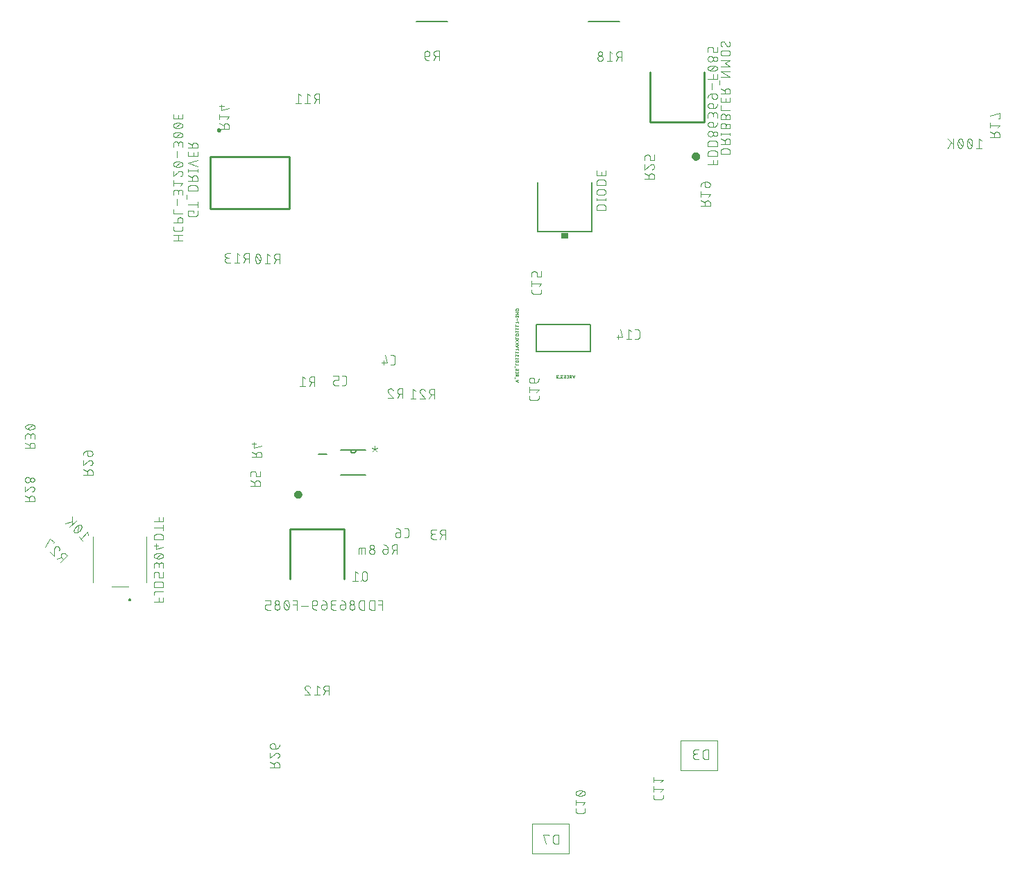
<source format=gbr>
G04 EAGLE Gerber RS-274X export*
G75*
%MOMM*%
%FSLAX34Y34*%
%LPD*%
%INSilkscreen Bottom*%
%IPPOS*%
%AMOC8*
5,1,8,0,0,1.08239X$1,22.5*%
G01*
%ADD10C,0.101600*%
%ADD11C,0.203200*%
%ADD12C,0.254000*%
%ADD13R,0.863600X0.762000*%
%ADD14C,0.500000*%
%ADD15C,0.152400*%
%ADD16C,0.076200*%
%ADD17C,0.025400*%
%ADD18C,0.100000*%
%ADD19C,0.200000*%
%ADD20C,0.200000*%


D10*
X930958Y108116D02*
X930958Y105519D01*
X930960Y105420D01*
X930966Y105320D01*
X930975Y105221D01*
X930988Y105123D01*
X931005Y105025D01*
X931026Y104927D01*
X931051Y104831D01*
X931079Y104736D01*
X931111Y104642D01*
X931146Y104549D01*
X931185Y104457D01*
X931228Y104367D01*
X931273Y104279D01*
X931323Y104192D01*
X931375Y104108D01*
X931431Y104025D01*
X931489Y103945D01*
X931551Y103867D01*
X931616Y103792D01*
X931684Y103719D01*
X931754Y103649D01*
X931827Y103581D01*
X931902Y103516D01*
X931980Y103454D01*
X932060Y103396D01*
X932143Y103340D01*
X932227Y103288D01*
X932314Y103238D01*
X932402Y103193D01*
X932492Y103150D01*
X932584Y103111D01*
X932677Y103076D01*
X932771Y103044D01*
X932866Y103016D01*
X932962Y102991D01*
X933060Y102970D01*
X933158Y102953D01*
X933256Y102940D01*
X933355Y102931D01*
X933455Y102925D01*
X933554Y102923D01*
X940046Y102923D01*
X940145Y102925D01*
X940245Y102931D01*
X940344Y102940D01*
X940442Y102953D01*
X940540Y102970D01*
X940638Y102991D01*
X940734Y103016D01*
X940829Y103044D01*
X940923Y103076D01*
X941016Y103111D01*
X941108Y103150D01*
X941198Y103193D01*
X941286Y103238D01*
X941373Y103288D01*
X941457Y103340D01*
X941540Y103396D01*
X941620Y103454D01*
X941698Y103516D01*
X941773Y103581D01*
X941846Y103649D01*
X941916Y103719D01*
X941984Y103792D01*
X942049Y103867D01*
X942111Y103945D01*
X942169Y104025D01*
X942225Y104108D01*
X942277Y104192D01*
X942327Y104279D01*
X942372Y104367D01*
X942415Y104457D01*
X942454Y104549D01*
X942489Y104641D01*
X942521Y104736D01*
X942549Y104831D01*
X942574Y104927D01*
X942595Y105025D01*
X942612Y105123D01*
X942625Y105221D01*
X942634Y105320D01*
X942640Y105420D01*
X942642Y105519D01*
X942642Y108116D01*
X940046Y112481D02*
X942642Y115726D01*
X930958Y115726D01*
X930958Y112481D02*
X930958Y118972D01*
X936800Y123911D02*
X937030Y123914D01*
X937260Y123922D01*
X937489Y123936D01*
X937718Y123955D01*
X937947Y123980D01*
X938174Y124010D01*
X938402Y124045D01*
X938628Y124086D01*
X938853Y124132D01*
X939077Y124184D01*
X939299Y124241D01*
X939521Y124303D01*
X939740Y124371D01*
X939958Y124444D01*
X940175Y124522D01*
X940389Y124605D01*
X940601Y124693D01*
X940811Y124786D01*
X941019Y124885D01*
X941019Y124884D02*
X941109Y124917D01*
X941198Y124953D01*
X941286Y124993D01*
X941371Y125037D01*
X941455Y125084D01*
X941537Y125134D01*
X941617Y125188D01*
X941694Y125244D01*
X941770Y125304D01*
X941843Y125367D01*
X941913Y125432D01*
X941981Y125501D01*
X942045Y125572D01*
X942107Y125645D01*
X942166Y125721D01*
X942222Y125799D01*
X942275Y125880D01*
X942324Y125962D01*
X942370Y126046D01*
X942413Y126133D01*
X942452Y126220D01*
X942488Y126310D01*
X942520Y126400D01*
X942548Y126492D01*
X942573Y126585D01*
X942594Y126679D01*
X942611Y126773D01*
X942625Y126868D01*
X942634Y126964D01*
X942640Y127060D01*
X942642Y127156D01*
X942640Y127252D01*
X942634Y127348D01*
X942625Y127444D01*
X942611Y127539D01*
X942594Y127633D01*
X942573Y127727D01*
X942548Y127820D01*
X942520Y127912D01*
X942488Y128002D01*
X942452Y128092D01*
X942413Y128179D01*
X942370Y128266D01*
X942324Y128350D01*
X942275Y128432D01*
X942222Y128513D01*
X942166Y128591D01*
X942107Y128667D01*
X942045Y128740D01*
X941981Y128811D01*
X941913Y128880D01*
X941843Y128945D01*
X941770Y129008D01*
X941694Y129068D01*
X941617Y129124D01*
X941537Y129178D01*
X941455Y129228D01*
X941371Y129275D01*
X941286Y129319D01*
X941198Y129359D01*
X941109Y129395D01*
X941019Y129428D01*
X941019Y129429D02*
X940812Y129528D01*
X940602Y129621D01*
X940389Y129709D01*
X940175Y129792D01*
X939959Y129870D01*
X939741Y129943D01*
X939521Y130011D01*
X939300Y130073D01*
X939077Y130130D01*
X938853Y130182D01*
X938628Y130228D01*
X938402Y130269D01*
X938175Y130304D01*
X937947Y130334D01*
X937718Y130359D01*
X937489Y130378D01*
X937260Y130392D01*
X937030Y130400D01*
X936800Y130403D01*
X936800Y123911D02*
X936570Y123914D01*
X936340Y123922D01*
X936111Y123936D01*
X935882Y123955D01*
X935653Y123980D01*
X935425Y124010D01*
X935198Y124045D01*
X934972Y124086D01*
X934747Y124132D01*
X934523Y124184D01*
X934300Y124241D01*
X934079Y124303D01*
X933859Y124371D01*
X933641Y124444D01*
X933425Y124522D01*
X933211Y124605D01*
X932999Y124693D01*
X932788Y124786D01*
X932581Y124885D01*
X932581Y124884D02*
X932491Y124917D01*
X932402Y124953D01*
X932314Y124994D01*
X932229Y125037D01*
X932145Y125084D01*
X932063Y125134D01*
X931983Y125188D01*
X931906Y125244D01*
X931830Y125304D01*
X931757Y125367D01*
X931687Y125432D01*
X931619Y125501D01*
X931555Y125572D01*
X931493Y125645D01*
X931434Y125721D01*
X931378Y125799D01*
X931325Y125880D01*
X931276Y125962D01*
X931230Y126046D01*
X931187Y126133D01*
X931148Y126220D01*
X931112Y126310D01*
X931080Y126400D01*
X931052Y126492D01*
X931027Y126585D01*
X931006Y126679D01*
X930989Y126773D01*
X930975Y126868D01*
X930966Y126964D01*
X930960Y127060D01*
X930958Y127156D01*
X932581Y129428D02*
X932788Y129527D01*
X932999Y129620D01*
X933211Y129708D01*
X933425Y129791D01*
X933641Y129869D01*
X933859Y129942D01*
X934079Y130010D01*
X934300Y130072D01*
X934523Y130129D01*
X934747Y130181D01*
X934972Y130227D01*
X935198Y130268D01*
X935425Y130303D01*
X935653Y130333D01*
X935882Y130358D01*
X936111Y130377D01*
X936340Y130391D01*
X936570Y130399D01*
X936800Y130402D01*
X932581Y129428D02*
X932491Y129395D01*
X932402Y129359D01*
X932314Y129319D01*
X932229Y129275D01*
X932145Y129228D01*
X932063Y129178D01*
X931983Y129124D01*
X931906Y129068D01*
X931830Y129008D01*
X931757Y128945D01*
X931687Y128880D01*
X931619Y128811D01*
X931555Y128740D01*
X931493Y128667D01*
X931434Y128591D01*
X931378Y128513D01*
X931325Y128432D01*
X931276Y128350D01*
X931230Y128266D01*
X931187Y128179D01*
X931148Y128092D01*
X931112Y128002D01*
X931080Y127912D01*
X931052Y127820D01*
X931027Y127727D01*
X931006Y127633D01*
X930989Y127539D01*
X930975Y127444D01*
X930966Y127348D01*
X930960Y127252D01*
X930958Y127156D01*
X933554Y124560D02*
X940046Y129753D01*
X1025988Y124511D02*
X1025988Y121914D01*
X1025990Y121815D01*
X1025996Y121715D01*
X1026005Y121616D01*
X1026018Y121518D01*
X1026035Y121420D01*
X1026056Y121322D01*
X1026081Y121226D01*
X1026109Y121131D01*
X1026141Y121037D01*
X1026176Y120944D01*
X1026215Y120852D01*
X1026258Y120762D01*
X1026303Y120674D01*
X1026353Y120587D01*
X1026405Y120503D01*
X1026461Y120420D01*
X1026519Y120340D01*
X1026581Y120262D01*
X1026646Y120187D01*
X1026714Y120114D01*
X1026784Y120044D01*
X1026857Y119976D01*
X1026932Y119911D01*
X1027010Y119849D01*
X1027090Y119791D01*
X1027173Y119735D01*
X1027257Y119683D01*
X1027344Y119633D01*
X1027432Y119588D01*
X1027522Y119545D01*
X1027614Y119506D01*
X1027707Y119471D01*
X1027801Y119439D01*
X1027896Y119411D01*
X1027992Y119386D01*
X1028090Y119365D01*
X1028188Y119348D01*
X1028286Y119335D01*
X1028385Y119326D01*
X1028485Y119320D01*
X1028584Y119318D01*
X1035076Y119318D01*
X1035175Y119320D01*
X1035275Y119326D01*
X1035374Y119335D01*
X1035472Y119348D01*
X1035570Y119365D01*
X1035668Y119386D01*
X1035764Y119411D01*
X1035859Y119439D01*
X1035953Y119471D01*
X1036046Y119506D01*
X1036138Y119545D01*
X1036228Y119588D01*
X1036316Y119633D01*
X1036403Y119683D01*
X1036487Y119735D01*
X1036570Y119791D01*
X1036650Y119849D01*
X1036728Y119911D01*
X1036803Y119976D01*
X1036876Y120044D01*
X1036946Y120114D01*
X1037014Y120187D01*
X1037079Y120262D01*
X1037141Y120340D01*
X1037199Y120420D01*
X1037255Y120503D01*
X1037307Y120587D01*
X1037357Y120674D01*
X1037402Y120762D01*
X1037445Y120852D01*
X1037484Y120944D01*
X1037519Y121036D01*
X1037551Y121131D01*
X1037579Y121226D01*
X1037604Y121322D01*
X1037625Y121420D01*
X1037642Y121518D01*
X1037655Y121616D01*
X1037664Y121715D01*
X1037670Y121815D01*
X1037672Y121914D01*
X1037672Y124511D01*
X1035076Y128876D02*
X1037672Y132122D01*
X1025988Y132122D01*
X1025988Y135367D02*
X1025988Y128876D01*
X1035076Y140306D02*
X1037672Y143552D01*
X1025988Y143552D01*
X1025988Y146797D02*
X1025988Y140306D01*
X1006311Y681708D02*
X1003714Y681708D01*
X1006311Y681708D02*
X1006410Y681710D01*
X1006510Y681716D01*
X1006609Y681725D01*
X1006707Y681738D01*
X1006805Y681755D01*
X1006903Y681776D01*
X1006999Y681801D01*
X1007094Y681829D01*
X1007188Y681861D01*
X1007281Y681896D01*
X1007373Y681935D01*
X1007463Y681978D01*
X1007551Y682023D01*
X1007638Y682073D01*
X1007722Y682125D01*
X1007805Y682181D01*
X1007885Y682239D01*
X1007963Y682301D01*
X1008038Y682366D01*
X1008111Y682434D01*
X1008181Y682504D01*
X1008249Y682577D01*
X1008314Y682652D01*
X1008376Y682730D01*
X1008434Y682810D01*
X1008490Y682893D01*
X1008542Y682977D01*
X1008592Y683064D01*
X1008637Y683152D01*
X1008680Y683242D01*
X1008719Y683334D01*
X1008754Y683427D01*
X1008786Y683521D01*
X1008814Y683616D01*
X1008839Y683712D01*
X1008860Y683810D01*
X1008877Y683908D01*
X1008890Y684006D01*
X1008899Y684105D01*
X1008905Y684205D01*
X1008907Y684304D01*
X1008907Y690796D01*
X1008905Y690895D01*
X1008899Y690995D01*
X1008890Y691094D01*
X1008877Y691192D01*
X1008860Y691290D01*
X1008839Y691388D01*
X1008814Y691484D01*
X1008786Y691579D01*
X1008754Y691673D01*
X1008719Y691766D01*
X1008680Y691858D01*
X1008637Y691948D01*
X1008592Y692036D01*
X1008542Y692123D01*
X1008490Y692207D01*
X1008434Y692290D01*
X1008376Y692370D01*
X1008314Y692448D01*
X1008249Y692523D01*
X1008181Y692596D01*
X1008111Y692666D01*
X1008038Y692734D01*
X1007963Y692799D01*
X1007885Y692861D01*
X1007805Y692919D01*
X1007722Y692975D01*
X1007638Y693027D01*
X1007551Y693077D01*
X1007463Y693122D01*
X1007373Y693165D01*
X1007281Y693204D01*
X1007188Y693239D01*
X1007094Y693271D01*
X1006999Y693299D01*
X1006903Y693324D01*
X1006805Y693345D01*
X1006707Y693362D01*
X1006609Y693375D01*
X1006510Y693384D01*
X1006410Y693390D01*
X1006311Y693392D01*
X1003714Y693392D01*
X999349Y690796D02*
X996104Y693392D01*
X996104Y681708D01*
X999349Y681708D02*
X992858Y681708D01*
X987919Y684304D02*
X985323Y693392D01*
X987919Y684304D02*
X981428Y684304D01*
X983375Y686901D02*
X983375Y681708D01*
X877348Y739379D02*
X877348Y741976D01*
X877348Y739379D02*
X877350Y739280D01*
X877356Y739180D01*
X877365Y739081D01*
X877378Y738983D01*
X877395Y738885D01*
X877416Y738787D01*
X877441Y738691D01*
X877469Y738596D01*
X877501Y738502D01*
X877536Y738409D01*
X877575Y738317D01*
X877618Y738227D01*
X877663Y738139D01*
X877713Y738052D01*
X877765Y737968D01*
X877821Y737885D01*
X877879Y737805D01*
X877941Y737727D01*
X878006Y737652D01*
X878074Y737579D01*
X878144Y737509D01*
X878217Y737441D01*
X878292Y737376D01*
X878370Y737314D01*
X878450Y737256D01*
X878533Y737200D01*
X878617Y737148D01*
X878704Y737098D01*
X878792Y737053D01*
X878882Y737010D01*
X878974Y736971D01*
X879067Y736936D01*
X879161Y736904D01*
X879256Y736876D01*
X879352Y736851D01*
X879450Y736830D01*
X879548Y736813D01*
X879646Y736800D01*
X879745Y736791D01*
X879845Y736785D01*
X879944Y736783D01*
X886436Y736783D01*
X886535Y736785D01*
X886635Y736791D01*
X886734Y736800D01*
X886832Y736813D01*
X886930Y736830D01*
X887028Y736851D01*
X887124Y736876D01*
X887219Y736904D01*
X887313Y736936D01*
X887406Y736971D01*
X887498Y737010D01*
X887588Y737053D01*
X887676Y737098D01*
X887763Y737148D01*
X887847Y737200D01*
X887930Y737256D01*
X888010Y737314D01*
X888088Y737376D01*
X888163Y737441D01*
X888236Y737509D01*
X888306Y737579D01*
X888374Y737652D01*
X888439Y737727D01*
X888501Y737805D01*
X888559Y737885D01*
X888615Y737968D01*
X888667Y738052D01*
X888717Y738139D01*
X888762Y738227D01*
X888805Y738317D01*
X888844Y738409D01*
X888879Y738501D01*
X888911Y738596D01*
X888939Y738691D01*
X888964Y738787D01*
X888985Y738885D01*
X889002Y738983D01*
X889015Y739081D01*
X889024Y739180D01*
X889030Y739280D01*
X889032Y739379D01*
X889032Y741976D01*
X886436Y746341D02*
X889032Y749586D01*
X877348Y749586D01*
X877348Y746341D02*
X877348Y752832D01*
X877348Y757771D02*
X877348Y761666D01*
X877350Y761765D01*
X877356Y761865D01*
X877365Y761964D01*
X877378Y762062D01*
X877395Y762160D01*
X877416Y762258D01*
X877441Y762354D01*
X877469Y762449D01*
X877501Y762543D01*
X877536Y762636D01*
X877575Y762728D01*
X877618Y762818D01*
X877663Y762906D01*
X877713Y762993D01*
X877765Y763077D01*
X877821Y763160D01*
X877879Y763240D01*
X877941Y763318D01*
X878006Y763393D01*
X878074Y763466D01*
X878144Y763536D01*
X878217Y763604D01*
X878292Y763669D01*
X878370Y763731D01*
X878450Y763789D01*
X878533Y763845D01*
X878617Y763897D01*
X878704Y763947D01*
X878792Y763992D01*
X878882Y764035D01*
X878974Y764074D01*
X879067Y764109D01*
X879161Y764141D01*
X879256Y764169D01*
X879352Y764194D01*
X879450Y764215D01*
X879548Y764232D01*
X879646Y764245D01*
X879745Y764254D01*
X879845Y764260D01*
X879944Y764262D01*
X881243Y764262D01*
X881342Y764260D01*
X881442Y764254D01*
X881541Y764245D01*
X881639Y764232D01*
X881737Y764215D01*
X881835Y764194D01*
X881931Y764169D01*
X882026Y764141D01*
X882120Y764109D01*
X882213Y764074D01*
X882305Y764035D01*
X882395Y763992D01*
X882483Y763947D01*
X882570Y763897D01*
X882654Y763845D01*
X882737Y763789D01*
X882817Y763731D01*
X882895Y763669D01*
X882970Y763604D01*
X883043Y763536D01*
X883113Y763466D01*
X883181Y763393D01*
X883246Y763318D01*
X883308Y763240D01*
X883366Y763160D01*
X883422Y763077D01*
X883474Y762993D01*
X883524Y762906D01*
X883569Y762818D01*
X883612Y762728D01*
X883651Y762636D01*
X883686Y762543D01*
X883718Y762449D01*
X883746Y762354D01*
X883771Y762258D01*
X883792Y762160D01*
X883809Y762062D01*
X883822Y761964D01*
X883831Y761865D01*
X883837Y761765D01*
X883839Y761666D01*
X883839Y757771D01*
X889032Y757771D01*
X889032Y764262D01*
X874438Y612266D02*
X874438Y609669D01*
X874440Y609570D01*
X874446Y609470D01*
X874455Y609371D01*
X874468Y609273D01*
X874485Y609175D01*
X874506Y609077D01*
X874531Y608981D01*
X874559Y608886D01*
X874591Y608792D01*
X874626Y608699D01*
X874665Y608607D01*
X874708Y608517D01*
X874753Y608429D01*
X874803Y608342D01*
X874855Y608258D01*
X874911Y608175D01*
X874969Y608095D01*
X875031Y608017D01*
X875096Y607942D01*
X875164Y607869D01*
X875234Y607799D01*
X875307Y607731D01*
X875382Y607666D01*
X875460Y607604D01*
X875540Y607546D01*
X875623Y607490D01*
X875707Y607438D01*
X875794Y607388D01*
X875882Y607343D01*
X875972Y607300D01*
X876064Y607261D01*
X876157Y607226D01*
X876251Y607194D01*
X876346Y607166D01*
X876442Y607141D01*
X876540Y607120D01*
X876638Y607103D01*
X876736Y607090D01*
X876835Y607081D01*
X876935Y607075D01*
X877034Y607073D01*
X883526Y607073D01*
X883625Y607075D01*
X883725Y607081D01*
X883824Y607090D01*
X883922Y607103D01*
X884020Y607120D01*
X884118Y607141D01*
X884214Y607166D01*
X884309Y607194D01*
X884403Y607226D01*
X884496Y607261D01*
X884588Y607300D01*
X884678Y607343D01*
X884766Y607388D01*
X884853Y607438D01*
X884937Y607490D01*
X885020Y607546D01*
X885100Y607604D01*
X885178Y607666D01*
X885253Y607731D01*
X885326Y607799D01*
X885396Y607869D01*
X885464Y607942D01*
X885529Y608017D01*
X885591Y608095D01*
X885649Y608175D01*
X885705Y608258D01*
X885757Y608342D01*
X885807Y608429D01*
X885852Y608517D01*
X885895Y608607D01*
X885934Y608699D01*
X885969Y608791D01*
X886001Y608886D01*
X886029Y608981D01*
X886054Y609077D01*
X886075Y609175D01*
X886092Y609273D01*
X886105Y609371D01*
X886114Y609470D01*
X886120Y609570D01*
X886122Y609669D01*
X886122Y612266D01*
X883526Y616631D02*
X886122Y619876D01*
X874438Y619876D01*
X874438Y616631D02*
X874438Y623122D01*
X880929Y628061D02*
X880929Y631956D01*
X880927Y632055D01*
X880921Y632155D01*
X880912Y632254D01*
X880899Y632352D01*
X880882Y632450D01*
X880861Y632548D01*
X880836Y632644D01*
X880808Y632739D01*
X880776Y632833D01*
X880741Y632926D01*
X880702Y633018D01*
X880659Y633108D01*
X880614Y633196D01*
X880564Y633283D01*
X880512Y633367D01*
X880456Y633450D01*
X880398Y633530D01*
X880336Y633608D01*
X880271Y633683D01*
X880203Y633756D01*
X880133Y633826D01*
X880060Y633894D01*
X879985Y633959D01*
X879907Y634021D01*
X879827Y634079D01*
X879744Y634135D01*
X879660Y634187D01*
X879573Y634237D01*
X879485Y634282D01*
X879395Y634325D01*
X879303Y634364D01*
X879210Y634399D01*
X879116Y634431D01*
X879021Y634459D01*
X878925Y634484D01*
X878827Y634505D01*
X878729Y634522D01*
X878631Y634535D01*
X878532Y634544D01*
X878432Y634550D01*
X878333Y634552D01*
X877684Y634552D01*
X877571Y634550D01*
X877458Y634544D01*
X877345Y634534D01*
X877232Y634520D01*
X877120Y634503D01*
X877009Y634481D01*
X876899Y634456D01*
X876789Y634426D01*
X876681Y634393D01*
X876574Y634356D01*
X876468Y634316D01*
X876364Y634271D01*
X876261Y634223D01*
X876160Y634172D01*
X876061Y634117D01*
X875964Y634059D01*
X875869Y633997D01*
X875776Y633932D01*
X875686Y633864D01*
X875598Y633793D01*
X875512Y633718D01*
X875429Y633641D01*
X875349Y633561D01*
X875272Y633478D01*
X875197Y633392D01*
X875126Y633304D01*
X875058Y633214D01*
X874993Y633121D01*
X874931Y633026D01*
X874873Y632929D01*
X874818Y632830D01*
X874767Y632729D01*
X874719Y632626D01*
X874674Y632522D01*
X874634Y632416D01*
X874597Y632309D01*
X874564Y632201D01*
X874534Y632091D01*
X874509Y631981D01*
X874487Y631870D01*
X874470Y631758D01*
X874456Y631645D01*
X874446Y631532D01*
X874440Y631419D01*
X874438Y631306D01*
X874440Y631193D01*
X874446Y631080D01*
X874456Y630967D01*
X874470Y630854D01*
X874487Y630742D01*
X874509Y630631D01*
X874534Y630521D01*
X874564Y630411D01*
X874597Y630303D01*
X874634Y630196D01*
X874674Y630090D01*
X874719Y629986D01*
X874767Y629883D01*
X874818Y629782D01*
X874873Y629683D01*
X874931Y629586D01*
X874993Y629491D01*
X875058Y629398D01*
X875126Y629308D01*
X875197Y629220D01*
X875272Y629134D01*
X875349Y629051D01*
X875429Y628971D01*
X875512Y628894D01*
X875598Y628819D01*
X875686Y628748D01*
X875776Y628680D01*
X875869Y628615D01*
X875964Y628553D01*
X876061Y628495D01*
X876160Y628440D01*
X876261Y628389D01*
X876364Y628341D01*
X876468Y628296D01*
X876574Y628256D01*
X876681Y628219D01*
X876789Y628186D01*
X876899Y628156D01*
X877009Y628131D01*
X877120Y628109D01*
X877232Y628092D01*
X877345Y628078D01*
X877458Y628068D01*
X877571Y628062D01*
X877684Y628060D01*
X877684Y628061D02*
X880929Y628061D01*
X881072Y628063D01*
X881215Y628069D01*
X881358Y628079D01*
X881500Y628093D01*
X881642Y628110D01*
X881784Y628132D01*
X881925Y628157D01*
X882065Y628187D01*
X882204Y628220D01*
X882342Y628257D01*
X882479Y628298D01*
X882615Y628342D01*
X882750Y628391D01*
X882883Y628443D01*
X883015Y628498D01*
X883145Y628558D01*
X883274Y628621D01*
X883401Y628687D01*
X883525Y628757D01*
X883648Y628830D01*
X883769Y628907D01*
X883888Y628987D01*
X884004Y629070D01*
X884119Y629156D01*
X884230Y629245D01*
X884340Y629338D01*
X884446Y629433D01*
X884550Y629532D01*
X884651Y629633D01*
X884750Y629737D01*
X884845Y629843D01*
X884938Y629953D01*
X885027Y630064D01*
X885113Y630179D01*
X885196Y630295D01*
X885276Y630414D01*
X885353Y630535D01*
X885426Y630657D01*
X885496Y630782D01*
X885562Y630909D01*
X885625Y631038D01*
X885685Y631168D01*
X885740Y631300D01*
X885792Y631433D01*
X885841Y631568D01*
X885885Y631704D01*
X885926Y631841D01*
X885963Y631979D01*
X885996Y632118D01*
X886026Y632258D01*
X886051Y632399D01*
X886073Y632541D01*
X886090Y632683D01*
X886104Y632825D01*
X886114Y632968D01*
X886120Y633111D01*
X886122Y633254D01*
X707946Y650378D02*
X705349Y650378D01*
X707946Y650378D02*
X708045Y650380D01*
X708145Y650386D01*
X708244Y650395D01*
X708342Y650408D01*
X708440Y650425D01*
X708538Y650446D01*
X708634Y650471D01*
X708729Y650499D01*
X708823Y650531D01*
X708916Y650566D01*
X709008Y650605D01*
X709098Y650648D01*
X709186Y650693D01*
X709273Y650743D01*
X709357Y650795D01*
X709440Y650851D01*
X709520Y650909D01*
X709598Y650971D01*
X709673Y651036D01*
X709746Y651104D01*
X709816Y651174D01*
X709884Y651247D01*
X709949Y651322D01*
X710011Y651400D01*
X710069Y651480D01*
X710125Y651563D01*
X710177Y651647D01*
X710227Y651734D01*
X710272Y651822D01*
X710315Y651912D01*
X710354Y652004D01*
X710389Y652097D01*
X710421Y652191D01*
X710449Y652286D01*
X710474Y652382D01*
X710495Y652480D01*
X710512Y652578D01*
X710525Y652676D01*
X710534Y652775D01*
X710540Y652875D01*
X710542Y652974D01*
X710542Y659466D01*
X710540Y659565D01*
X710534Y659665D01*
X710525Y659764D01*
X710512Y659862D01*
X710495Y659960D01*
X710474Y660058D01*
X710449Y660154D01*
X710421Y660249D01*
X710389Y660343D01*
X710354Y660436D01*
X710315Y660528D01*
X710272Y660618D01*
X710227Y660706D01*
X710177Y660793D01*
X710125Y660877D01*
X710069Y660960D01*
X710011Y661040D01*
X709949Y661118D01*
X709884Y661193D01*
X709816Y661266D01*
X709746Y661336D01*
X709673Y661404D01*
X709598Y661469D01*
X709520Y661531D01*
X709440Y661589D01*
X709357Y661645D01*
X709273Y661697D01*
X709186Y661747D01*
X709098Y661792D01*
X709008Y661835D01*
X708916Y661874D01*
X708823Y661909D01*
X708729Y661941D01*
X708634Y661969D01*
X708538Y661994D01*
X708440Y662015D01*
X708342Y662032D01*
X708244Y662045D01*
X708145Y662054D01*
X708045Y662060D01*
X707946Y662062D01*
X705349Y662062D01*
X698387Y662062D02*
X700984Y652974D01*
X694493Y652974D01*
X696440Y655571D02*
X696440Y650378D01*
X648586Y625218D02*
X645989Y625218D01*
X648586Y625218D02*
X648685Y625220D01*
X648785Y625226D01*
X648884Y625235D01*
X648982Y625248D01*
X649080Y625265D01*
X649178Y625286D01*
X649274Y625311D01*
X649369Y625339D01*
X649463Y625371D01*
X649556Y625406D01*
X649648Y625445D01*
X649738Y625488D01*
X649826Y625533D01*
X649913Y625583D01*
X649997Y625635D01*
X650080Y625691D01*
X650160Y625749D01*
X650238Y625811D01*
X650313Y625876D01*
X650386Y625944D01*
X650456Y626014D01*
X650524Y626087D01*
X650589Y626162D01*
X650651Y626240D01*
X650709Y626320D01*
X650765Y626403D01*
X650817Y626487D01*
X650867Y626574D01*
X650912Y626662D01*
X650955Y626752D01*
X650994Y626844D01*
X651029Y626937D01*
X651061Y627031D01*
X651089Y627126D01*
X651114Y627222D01*
X651135Y627320D01*
X651152Y627418D01*
X651165Y627516D01*
X651174Y627615D01*
X651180Y627715D01*
X651182Y627814D01*
X651182Y634306D01*
X651180Y634405D01*
X651174Y634505D01*
X651165Y634604D01*
X651152Y634702D01*
X651135Y634800D01*
X651114Y634898D01*
X651089Y634994D01*
X651061Y635089D01*
X651029Y635183D01*
X650994Y635276D01*
X650955Y635368D01*
X650912Y635458D01*
X650867Y635546D01*
X650817Y635633D01*
X650765Y635717D01*
X650709Y635800D01*
X650651Y635880D01*
X650589Y635958D01*
X650524Y636033D01*
X650456Y636106D01*
X650386Y636176D01*
X650313Y636244D01*
X650238Y636309D01*
X650160Y636371D01*
X650080Y636429D01*
X649997Y636485D01*
X649913Y636537D01*
X649826Y636587D01*
X649738Y636632D01*
X649648Y636675D01*
X649556Y636714D01*
X649463Y636749D01*
X649369Y636781D01*
X649274Y636809D01*
X649178Y636834D01*
X649080Y636855D01*
X648982Y636872D01*
X648884Y636885D01*
X648785Y636894D01*
X648685Y636900D01*
X648586Y636902D01*
X645989Y636902D01*
X641624Y625218D02*
X637729Y625218D01*
X637630Y625220D01*
X637530Y625226D01*
X637431Y625235D01*
X637333Y625248D01*
X637235Y625265D01*
X637137Y625286D01*
X637041Y625311D01*
X636946Y625339D01*
X636852Y625371D01*
X636759Y625406D01*
X636667Y625445D01*
X636577Y625488D01*
X636489Y625533D01*
X636402Y625583D01*
X636318Y625635D01*
X636235Y625691D01*
X636155Y625749D01*
X636077Y625811D01*
X636002Y625876D01*
X635929Y625944D01*
X635859Y626014D01*
X635791Y626087D01*
X635726Y626162D01*
X635664Y626240D01*
X635606Y626320D01*
X635550Y626403D01*
X635498Y626487D01*
X635448Y626574D01*
X635403Y626662D01*
X635360Y626752D01*
X635321Y626844D01*
X635286Y626937D01*
X635254Y627031D01*
X635226Y627126D01*
X635201Y627222D01*
X635180Y627320D01*
X635163Y627418D01*
X635150Y627516D01*
X635141Y627615D01*
X635135Y627715D01*
X635133Y627814D01*
X635133Y629113D01*
X635135Y629212D01*
X635141Y629312D01*
X635150Y629411D01*
X635163Y629509D01*
X635180Y629607D01*
X635201Y629705D01*
X635226Y629801D01*
X635254Y629896D01*
X635286Y629990D01*
X635321Y630083D01*
X635360Y630175D01*
X635403Y630265D01*
X635448Y630353D01*
X635498Y630440D01*
X635550Y630524D01*
X635606Y630607D01*
X635664Y630687D01*
X635726Y630765D01*
X635791Y630840D01*
X635859Y630913D01*
X635929Y630983D01*
X636002Y631051D01*
X636077Y631116D01*
X636155Y631178D01*
X636235Y631236D01*
X636318Y631292D01*
X636402Y631344D01*
X636489Y631394D01*
X636577Y631439D01*
X636667Y631482D01*
X636759Y631521D01*
X636852Y631556D01*
X636946Y631588D01*
X637041Y631616D01*
X637137Y631641D01*
X637235Y631662D01*
X637333Y631679D01*
X637431Y631692D01*
X637530Y631701D01*
X637630Y631707D01*
X637729Y631709D01*
X641624Y631709D01*
X641624Y636902D01*
X635133Y636902D01*
X721844Y439138D02*
X724441Y439138D01*
X724540Y439140D01*
X724640Y439146D01*
X724739Y439155D01*
X724837Y439168D01*
X724935Y439185D01*
X725033Y439206D01*
X725129Y439231D01*
X725224Y439259D01*
X725318Y439291D01*
X725411Y439326D01*
X725503Y439365D01*
X725593Y439408D01*
X725681Y439453D01*
X725768Y439503D01*
X725852Y439555D01*
X725935Y439611D01*
X726015Y439669D01*
X726093Y439731D01*
X726168Y439796D01*
X726241Y439864D01*
X726311Y439934D01*
X726379Y440007D01*
X726444Y440082D01*
X726506Y440160D01*
X726564Y440240D01*
X726620Y440323D01*
X726672Y440407D01*
X726722Y440494D01*
X726767Y440582D01*
X726810Y440672D01*
X726849Y440764D01*
X726884Y440857D01*
X726916Y440951D01*
X726944Y441046D01*
X726969Y441142D01*
X726990Y441240D01*
X727007Y441338D01*
X727020Y441436D01*
X727029Y441535D01*
X727035Y441635D01*
X727037Y441734D01*
X727037Y448226D01*
X727035Y448325D01*
X727029Y448425D01*
X727020Y448524D01*
X727007Y448622D01*
X726990Y448720D01*
X726969Y448818D01*
X726944Y448914D01*
X726916Y449009D01*
X726884Y449103D01*
X726849Y449196D01*
X726810Y449288D01*
X726767Y449378D01*
X726722Y449466D01*
X726672Y449553D01*
X726620Y449637D01*
X726564Y449720D01*
X726506Y449800D01*
X726444Y449878D01*
X726379Y449953D01*
X726311Y450026D01*
X726241Y450096D01*
X726168Y450164D01*
X726093Y450229D01*
X726015Y450291D01*
X725935Y450349D01*
X725852Y450405D01*
X725768Y450457D01*
X725681Y450507D01*
X725593Y450552D01*
X725503Y450595D01*
X725411Y450634D01*
X725318Y450669D01*
X725224Y450701D01*
X725129Y450729D01*
X725033Y450754D01*
X724935Y450775D01*
X724837Y450792D01*
X724739Y450805D01*
X724640Y450814D01*
X724540Y450820D01*
X724441Y450822D01*
X721844Y450822D01*
X717479Y445629D02*
X713584Y445629D01*
X713485Y445627D01*
X713385Y445621D01*
X713286Y445612D01*
X713188Y445599D01*
X713090Y445582D01*
X712992Y445561D01*
X712896Y445536D01*
X712801Y445508D01*
X712707Y445476D01*
X712614Y445441D01*
X712522Y445402D01*
X712432Y445359D01*
X712344Y445314D01*
X712257Y445264D01*
X712173Y445212D01*
X712090Y445156D01*
X712010Y445098D01*
X711932Y445036D01*
X711857Y444971D01*
X711784Y444903D01*
X711714Y444833D01*
X711646Y444760D01*
X711581Y444685D01*
X711519Y444607D01*
X711461Y444527D01*
X711405Y444444D01*
X711353Y444360D01*
X711303Y444273D01*
X711258Y444185D01*
X711215Y444095D01*
X711176Y444003D01*
X711141Y443910D01*
X711109Y443816D01*
X711081Y443721D01*
X711056Y443625D01*
X711035Y443527D01*
X711018Y443429D01*
X711005Y443331D01*
X710996Y443232D01*
X710990Y443132D01*
X710988Y443033D01*
X710988Y442384D01*
X710990Y442271D01*
X710996Y442158D01*
X711006Y442045D01*
X711020Y441932D01*
X711037Y441820D01*
X711059Y441709D01*
X711084Y441599D01*
X711114Y441489D01*
X711147Y441381D01*
X711184Y441274D01*
X711224Y441168D01*
X711269Y441064D01*
X711317Y440961D01*
X711368Y440860D01*
X711423Y440761D01*
X711481Y440664D01*
X711543Y440569D01*
X711608Y440476D01*
X711676Y440386D01*
X711747Y440298D01*
X711822Y440212D01*
X711899Y440129D01*
X711979Y440049D01*
X712062Y439972D01*
X712148Y439897D01*
X712236Y439826D01*
X712326Y439758D01*
X712419Y439693D01*
X712514Y439631D01*
X712611Y439573D01*
X712710Y439518D01*
X712811Y439467D01*
X712914Y439419D01*
X713018Y439374D01*
X713124Y439334D01*
X713231Y439297D01*
X713339Y439264D01*
X713449Y439234D01*
X713559Y439209D01*
X713670Y439187D01*
X713782Y439170D01*
X713895Y439156D01*
X714008Y439146D01*
X714121Y439140D01*
X714234Y439138D01*
X714347Y439140D01*
X714460Y439146D01*
X714573Y439156D01*
X714686Y439170D01*
X714798Y439187D01*
X714909Y439209D01*
X715019Y439234D01*
X715129Y439264D01*
X715237Y439297D01*
X715344Y439334D01*
X715450Y439374D01*
X715554Y439419D01*
X715657Y439467D01*
X715758Y439518D01*
X715857Y439573D01*
X715954Y439631D01*
X716049Y439693D01*
X716142Y439758D01*
X716232Y439826D01*
X716320Y439897D01*
X716406Y439972D01*
X716489Y440049D01*
X716569Y440129D01*
X716646Y440212D01*
X716721Y440298D01*
X716792Y440386D01*
X716860Y440476D01*
X716925Y440569D01*
X716987Y440664D01*
X717045Y440761D01*
X717100Y440860D01*
X717151Y440961D01*
X717199Y441064D01*
X717244Y441168D01*
X717284Y441274D01*
X717321Y441381D01*
X717354Y441489D01*
X717384Y441599D01*
X717409Y441709D01*
X717431Y441820D01*
X717448Y441932D01*
X717462Y442045D01*
X717472Y442158D01*
X717478Y442271D01*
X717480Y442384D01*
X717479Y442384D02*
X717479Y445629D01*
X717477Y445772D01*
X717471Y445915D01*
X717461Y446058D01*
X717447Y446200D01*
X717430Y446342D01*
X717408Y446484D01*
X717383Y446625D01*
X717353Y446765D01*
X717320Y446904D01*
X717283Y447042D01*
X717242Y447179D01*
X717198Y447315D01*
X717149Y447450D01*
X717097Y447583D01*
X717042Y447715D01*
X716982Y447845D01*
X716919Y447974D01*
X716853Y448101D01*
X716783Y448226D01*
X716710Y448348D01*
X716633Y448469D01*
X716553Y448588D01*
X716470Y448704D01*
X716384Y448819D01*
X716295Y448930D01*
X716202Y449040D01*
X716107Y449146D01*
X716008Y449250D01*
X715907Y449351D01*
X715803Y449450D01*
X715697Y449545D01*
X715587Y449638D01*
X715476Y449727D01*
X715361Y449813D01*
X715245Y449896D01*
X715126Y449976D01*
X715005Y450053D01*
X714883Y450126D01*
X714758Y450196D01*
X714631Y450262D01*
X714502Y450325D01*
X714372Y450385D01*
X714240Y450440D01*
X714107Y450492D01*
X713972Y450541D01*
X713836Y450585D01*
X713699Y450626D01*
X713561Y450663D01*
X713422Y450696D01*
X713282Y450726D01*
X713141Y450751D01*
X712999Y450773D01*
X712857Y450790D01*
X712715Y450804D01*
X712572Y450814D01*
X712429Y450820D01*
X712286Y450822D01*
D11*
X736530Y1069600D02*
X774630Y1069600D01*
X946880Y1069600D02*
X984980Y1069600D01*
D10*
X922930Y90190D02*
X922930Y53190D01*
X922930Y90190D02*
X878130Y90190D01*
X878130Y53190D01*
X922930Y53190D01*
X910200Y64998D02*
X910200Y76682D01*
X906955Y76682D01*
X906842Y76680D01*
X906729Y76674D01*
X906616Y76664D01*
X906503Y76650D01*
X906391Y76633D01*
X906280Y76611D01*
X906170Y76586D01*
X906060Y76556D01*
X905952Y76523D01*
X905845Y76486D01*
X905739Y76446D01*
X905635Y76401D01*
X905532Y76353D01*
X905431Y76302D01*
X905332Y76247D01*
X905235Y76189D01*
X905140Y76127D01*
X905047Y76062D01*
X904957Y75994D01*
X904869Y75923D01*
X904783Y75848D01*
X904700Y75771D01*
X904620Y75691D01*
X904543Y75608D01*
X904468Y75522D01*
X904397Y75434D01*
X904329Y75344D01*
X904264Y75251D01*
X904202Y75156D01*
X904144Y75059D01*
X904089Y74960D01*
X904038Y74859D01*
X903990Y74756D01*
X903945Y74652D01*
X903905Y74546D01*
X903868Y74439D01*
X903835Y74331D01*
X903805Y74221D01*
X903780Y74111D01*
X903758Y74000D01*
X903741Y73888D01*
X903727Y73775D01*
X903717Y73662D01*
X903711Y73549D01*
X903709Y73436D01*
X903709Y68244D01*
X903711Y68131D01*
X903717Y68018D01*
X903727Y67905D01*
X903741Y67792D01*
X903758Y67680D01*
X903780Y67569D01*
X903805Y67459D01*
X903835Y67349D01*
X903868Y67241D01*
X903905Y67134D01*
X903945Y67028D01*
X903990Y66924D01*
X904038Y66821D01*
X904089Y66720D01*
X904144Y66621D01*
X904202Y66524D01*
X904264Y66429D01*
X904329Y66336D01*
X904397Y66246D01*
X904468Y66158D01*
X904543Y66072D01*
X904620Y65989D01*
X904700Y65909D01*
X904783Y65832D01*
X904869Y65757D01*
X904957Y65686D01*
X905047Y65618D01*
X905140Y65553D01*
X905235Y65491D01*
X905332Y65433D01*
X905431Y65378D01*
X905532Y65327D01*
X905635Y65279D01*
X905739Y65234D01*
X905845Y65194D01*
X905952Y65157D01*
X906060Y65124D01*
X906170Y65094D01*
X906280Y65069D01*
X906391Y65047D01*
X906503Y65030D01*
X906616Y65016D01*
X906729Y65006D01*
X906842Y65000D01*
X906955Y64998D01*
X910200Y64998D01*
X898389Y75384D02*
X898389Y76682D01*
X891898Y76682D01*
X895144Y64998D01*
D12*
X485460Y841180D02*
X485460Y904680D01*
X581960Y904680D01*
X581960Y841180D01*
X485460Y841180D01*
X494234Y936800D02*
X494236Y936871D01*
X494242Y936942D01*
X494252Y937012D01*
X494265Y937081D01*
X494283Y937150D01*
X494304Y937218D01*
X494329Y937284D01*
X494358Y937349D01*
X494390Y937412D01*
X494426Y937474D01*
X494465Y937533D01*
X494508Y937590D01*
X494553Y937644D01*
X494601Y937696D01*
X494653Y937745D01*
X494707Y937791D01*
X494763Y937834D01*
X494821Y937874D01*
X494882Y937911D01*
X494945Y937944D01*
X495009Y937974D01*
X495075Y938000D01*
X495143Y938022D01*
X495211Y938041D01*
X495281Y938055D01*
X495351Y938066D01*
X495421Y938073D01*
X495492Y938076D01*
X495563Y938075D01*
X495634Y938070D01*
X495704Y938061D01*
X495774Y938048D01*
X495843Y938032D01*
X495911Y938011D01*
X495978Y937987D01*
X496043Y937959D01*
X496107Y937928D01*
X496168Y937893D01*
X496228Y937855D01*
X496286Y937813D01*
X496341Y937769D01*
X496393Y937721D01*
X496443Y937670D01*
X496490Y937617D01*
X496534Y937561D01*
X496575Y937503D01*
X496612Y937443D01*
X496646Y937381D01*
X496677Y937317D01*
X496704Y937251D01*
X496727Y937184D01*
X496746Y937116D01*
X496762Y937047D01*
X496774Y936977D01*
X496782Y936906D01*
X496786Y936835D01*
X496786Y936765D01*
X496782Y936694D01*
X496774Y936623D01*
X496762Y936553D01*
X496746Y936484D01*
X496727Y936416D01*
X496704Y936349D01*
X496677Y936283D01*
X496646Y936219D01*
X496612Y936157D01*
X496575Y936097D01*
X496534Y936039D01*
X496490Y935983D01*
X496443Y935930D01*
X496393Y935879D01*
X496341Y935831D01*
X496286Y935787D01*
X496228Y935745D01*
X496168Y935707D01*
X496107Y935672D01*
X496043Y935641D01*
X495978Y935613D01*
X495911Y935589D01*
X495843Y935568D01*
X495774Y935552D01*
X495704Y935539D01*
X495634Y935530D01*
X495563Y935525D01*
X495492Y935524D01*
X495421Y935527D01*
X495351Y935534D01*
X495281Y935545D01*
X495211Y935559D01*
X495143Y935578D01*
X495075Y935600D01*
X495009Y935626D01*
X494945Y935656D01*
X494882Y935689D01*
X494821Y935726D01*
X494763Y935766D01*
X494707Y935809D01*
X494653Y935855D01*
X494601Y935904D01*
X494553Y935956D01*
X494508Y936010D01*
X494465Y936067D01*
X494426Y936126D01*
X494390Y936188D01*
X494358Y936251D01*
X494329Y936316D01*
X494304Y936382D01*
X494283Y936450D01*
X494265Y936519D01*
X494252Y936588D01*
X494242Y936658D01*
X494236Y936729D01*
X494234Y936800D01*
D10*
X464459Y838099D02*
X464459Y836152D01*
X464459Y838099D02*
X457968Y838099D01*
X457968Y834205D01*
X457970Y834106D01*
X457976Y834006D01*
X457985Y833907D01*
X457998Y833809D01*
X458015Y833711D01*
X458036Y833613D01*
X458061Y833517D01*
X458089Y833422D01*
X458121Y833328D01*
X458156Y833235D01*
X458195Y833143D01*
X458238Y833053D01*
X458283Y832965D01*
X458333Y832878D01*
X458385Y832794D01*
X458441Y832711D01*
X458499Y832631D01*
X458561Y832553D01*
X458626Y832478D01*
X458694Y832405D01*
X458764Y832335D01*
X458837Y832267D01*
X458912Y832202D01*
X458990Y832140D01*
X459070Y832082D01*
X459153Y832026D01*
X459237Y831974D01*
X459324Y831924D01*
X459412Y831879D01*
X459502Y831836D01*
X459594Y831797D01*
X459687Y831762D01*
X459781Y831730D01*
X459876Y831702D01*
X459972Y831677D01*
X460070Y831656D01*
X460168Y831639D01*
X460266Y831626D01*
X460365Y831617D01*
X460465Y831611D01*
X460564Y831609D01*
X460564Y831608D02*
X467056Y831608D01*
X467056Y831609D02*
X467155Y831611D01*
X467255Y831617D01*
X467354Y831626D01*
X467452Y831639D01*
X467550Y831656D01*
X467648Y831677D01*
X467744Y831702D01*
X467839Y831730D01*
X467933Y831762D01*
X468026Y831797D01*
X468118Y831836D01*
X468208Y831879D01*
X468296Y831924D01*
X468383Y831974D01*
X468467Y832026D01*
X468550Y832082D01*
X468630Y832140D01*
X468708Y832202D01*
X468783Y832267D01*
X468856Y832335D01*
X468926Y832405D01*
X468994Y832478D01*
X469059Y832553D01*
X469121Y832631D01*
X469179Y832711D01*
X469235Y832794D01*
X469287Y832878D01*
X469337Y832965D01*
X469382Y833053D01*
X469425Y833143D01*
X469464Y833235D01*
X469499Y833327D01*
X469531Y833422D01*
X469559Y833517D01*
X469584Y833613D01*
X469605Y833711D01*
X469622Y833809D01*
X469635Y833907D01*
X469644Y834006D01*
X469650Y834106D01*
X469652Y834205D01*
X469652Y838099D01*
X469652Y845903D02*
X457968Y845903D01*
X469652Y842657D02*
X469652Y849148D01*
X456670Y852831D02*
X456670Y858024D01*
X457968Y862850D02*
X469652Y862850D01*
X469652Y866096D01*
X469650Y866209D01*
X469644Y866322D01*
X469634Y866435D01*
X469620Y866548D01*
X469603Y866660D01*
X469581Y866771D01*
X469556Y866881D01*
X469526Y866991D01*
X469493Y867099D01*
X469456Y867206D01*
X469416Y867312D01*
X469371Y867416D01*
X469323Y867519D01*
X469272Y867620D01*
X469217Y867719D01*
X469159Y867816D01*
X469097Y867911D01*
X469032Y868004D01*
X468964Y868094D01*
X468893Y868182D01*
X468818Y868268D01*
X468741Y868351D01*
X468661Y868431D01*
X468578Y868508D01*
X468492Y868583D01*
X468404Y868654D01*
X468314Y868722D01*
X468221Y868787D01*
X468126Y868849D01*
X468029Y868907D01*
X467930Y868962D01*
X467829Y869013D01*
X467726Y869061D01*
X467622Y869106D01*
X467516Y869146D01*
X467409Y869183D01*
X467301Y869216D01*
X467191Y869246D01*
X467081Y869271D01*
X466970Y869293D01*
X466858Y869310D01*
X466745Y869324D01*
X466632Y869334D01*
X466519Y869340D01*
X466406Y869342D01*
X466406Y869341D02*
X461214Y869341D01*
X461214Y869342D02*
X461101Y869340D01*
X460988Y869334D01*
X460875Y869324D01*
X460762Y869310D01*
X460650Y869293D01*
X460539Y869271D01*
X460429Y869246D01*
X460319Y869216D01*
X460211Y869183D01*
X460104Y869146D01*
X459998Y869106D01*
X459894Y869061D01*
X459791Y869013D01*
X459690Y868962D01*
X459591Y868907D01*
X459494Y868849D01*
X459399Y868787D01*
X459306Y868722D01*
X459216Y868654D01*
X459128Y868583D01*
X459042Y868508D01*
X458959Y868431D01*
X458879Y868351D01*
X458802Y868268D01*
X458727Y868182D01*
X458656Y868094D01*
X458588Y868004D01*
X458523Y867911D01*
X458461Y867816D01*
X458403Y867719D01*
X458348Y867620D01*
X458297Y867519D01*
X458249Y867416D01*
X458204Y867312D01*
X458164Y867206D01*
X458127Y867099D01*
X458094Y866991D01*
X458064Y866881D01*
X458039Y866771D01*
X458017Y866660D01*
X458000Y866548D01*
X457986Y866435D01*
X457976Y866322D01*
X457970Y866209D01*
X457968Y866096D01*
X457968Y862850D01*
X457968Y875116D02*
X469652Y875116D01*
X469652Y878361D01*
X469650Y878474D01*
X469644Y878587D01*
X469634Y878700D01*
X469620Y878813D01*
X469603Y878925D01*
X469581Y879036D01*
X469556Y879146D01*
X469526Y879256D01*
X469493Y879364D01*
X469456Y879471D01*
X469416Y879577D01*
X469371Y879681D01*
X469323Y879784D01*
X469272Y879885D01*
X469217Y879984D01*
X469159Y880081D01*
X469097Y880176D01*
X469032Y880269D01*
X468964Y880359D01*
X468893Y880447D01*
X468818Y880533D01*
X468741Y880616D01*
X468661Y880696D01*
X468578Y880773D01*
X468492Y880848D01*
X468404Y880919D01*
X468314Y880987D01*
X468221Y881052D01*
X468126Y881114D01*
X468029Y881172D01*
X467930Y881227D01*
X467829Y881278D01*
X467726Y881326D01*
X467622Y881371D01*
X467516Y881411D01*
X467409Y881448D01*
X467301Y881481D01*
X467191Y881511D01*
X467081Y881536D01*
X466970Y881558D01*
X466858Y881575D01*
X466745Y881589D01*
X466632Y881599D01*
X466519Y881605D01*
X466406Y881607D01*
X466293Y881605D01*
X466180Y881599D01*
X466067Y881589D01*
X465954Y881575D01*
X465842Y881558D01*
X465731Y881536D01*
X465621Y881511D01*
X465511Y881481D01*
X465403Y881448D01*
X465296Y881411D01*
X465190Y881371D01*
X465086Y881326D01*
X464983Y881278D01*
X464882Y881227D01*
X464783Y881172D01*
X464686Y881114D01*
X464591Y881052D01*
X464498Y880987D01*
X464408Y880919D01*
X464320Y880848D01*
X464234Y880773D01*
X464151Y880696D01*
X464071Y880616D01*
X463994Y880533D01*
X463919Y880447D01*
X463848Y880359D01*
X463780Y880269D01*
X463715Y880176D01*
X463653Y880081D01*
X463595Y879984D01*
X463540Y879885D01*
X463489Y879784D01*
X463441Y879681D01*
X463396Y879577D01*
X463356Y879471D01*
X463319Y879364D01*
X463286Y879256D01*
X463256Y879146D01*
X463231Y879036D01*
X463209Y878925D01*
X463192Y878813D01*
X463178Y878700D01*
X463168Y878587D01*
X463162Y878474D01*
X463160Y878361D01*
X463161Y878361D02*
X463161Y875116D01*
X463161Y879010D02*
X457968Y881607D01*
X457968Y887432D02*
X469652Y887432D01*
X457968Y886133D02*
X457968Y888730D01*
X469652Y888730D02*
X469652Y886133D01*
X469652Y892681D02*
X457968Y896576D01*
X469652Y900470D01*
X457968Y905164D02*
X457968Y910357D01*
X457968Y905164D02*
X469652Y905164D01*
X469652Y910357D01*
X464459Y909058D02*
X464459Y905164D01*
X469652Y915121D02*
X457968Y915121D01*
X469652Y915121D02*
X469652Y918366D01*
X469650Y918479D01*
X469644Y918592D01*
X469634Y918705D01*
X469620Y918818D01*
X469603Y918930D01*
X469581Y919041D01*
X469556Y919151D01*
X469526Y919261D01*
X469493Y919369D01*
X469456Y919476D01*
X469416Y919582D01*
X469371Y919686D01*
X469323Y919789D01*
X469272Y919890D01*
X469217Y919989D01*
X469159Y920086D01*
X469097Y920181D01*
X469032Y920274D01*
X468964Y920364D01*
X468893Y920452D01*
X468818Y920538D01*
X468741Y920621D01*
X468661Y920701D01*
X468578Y920778D01*
X468492Y920853D01*
X468404Y920924D01*
X468314Y920992D01*
X468221Y921057D01*
X468126Y921119D01*
X468029Y921177D01*
X467930Y921232D01*
X467829Y921283D01*
X467726Y921331D01*
X467622Y921376D01*
X467516Y921416D01*
X467409Y921453D01*
X467301Y921486D01*
X467191Y921516D01*
X467081Y921541D01*
X466970Y921563D01*
X466858Y921580D01*
X466745Y921594D01*
X466632Y921604D01*
X466519Y921610D01*
X466406Y921612D01*
X466293Y921610D01*
X466180Y921604D01*
X466067Y921594D01*
X465954Y921580D01*
X465842Y921563D01*
X465731Y921541D01*
X465621Y921516D01*
X465511Y921486D01*
X465403Y921453D01*
X465296Y921416D01*
X465190Y921376D01*
X465086Y921331D01*
X464983Y921283D01*
X464882Y921232D01*
X464783Y921177D01*
X464686Y921119D01*
X464591Y921057D01*
X464498Y920992D01*
X464408Y920924D01*
X464320Y920853D01*
X464234Y920778D01*
X464151Y920701D01*
X464071Y920621D01*
X463994Y920538D01*
X463919Y920452D01*
X463848Y920364D01*
X463780Y920274D01*
X463715Y920181D01*
X463653Y920086D01*
X463595Y919989D01*
X463540Y919890D01*
X463489Y919789D01*
X463441Y919686D01*
X463396Y919582D01*
X463356Y919476D01*
X463319Y919369D01*
X463286Y919261D01*
X463256Y919151D01*
X463231Y919041D01*
X463209Y918930D01*
X463192Y918818D01*
X463178Y918705D01*
X463168Y918592D01*
X463162Y918479D01*
X463160Y918366D01*
X463161Y918366D02*
X463161Y915121D01*
X463161Y919015D02*
X457968Y921612D01*
X451562Y801977D02*
X439878Y801977D01*
X446369Y801977D02*
X446369Y808468D01*
X451562Y808468D02*
X439878Y808468D01*
X439878Y816351D02*
X439878Y818948D01*
X439878Y816351D02*
X439880Y816252D01*
X439886Y816152D01*
X439895Y816053D01*
X439908Y815955D01*
X439925Y815857D01*
X439946Y815759D01*
X439971Y815663D01*
X439999Y815568D01*
X440031Y815474D01*
X440066Y815381D01*
X440105Y815289D01*
X440148Y815199D01*
X440193Y815111D01*
X440243Y815024D01*
X440295Y814940D01*
X440351Y814857D01*
X440409Y814777D01*
X440471Y814699D01*
X440536Y814624D01*
X440604Y814551D01*
X440674Y814481D01*
X440747Y814413D01*
X440822Y814348D01*
X440900Y814286D01*
X440980Y814228D01*
X441063Y814172D01*
X441147Y814120D01*
X441234Y814070D01*
X441322Y814025D01*
X441412Y813982D01*
X441504Y813943D01*
X441597Y813908D01*
X441691Y813876D01*
X441786Y813848D01*
X441882Y813823D01*
X441980Y813802D01*
X442078Y813785D01*
X442176Y813772D01*
X442275Y813763D01*
X442375Y813757D01*
X442474Y813755D01*
X448966Y813755D01*
X449065Y813757D01*
X449165Y813763D01*
X449264Y813772D01*
X449362Y813785D01*
X449460Y813802D01*
X449558Y813823D01*
X449654Y813848D01*
X449749Y813876D01*
X449843Y813908D01*
X449936Y813943D01*
X450028Y813982D01*
X450118Y814025D01*
X450206Y814070D01*
X450293Y814120D01*
X450377Y814172D01*
X450460Y814228D01*
X450540Y814286D01*
X450618Y814348D01*
X450693Y814413D01*
X450766Y814481D01*
X450836Y814551D01*
X450904Y814624D01*
X450969Y814699D01*
X451031Y814777D01*
X451089Y814857D01*
X451145Y814940D01*
X451197Y815024D01*
X451247Y815111D01*
X451292Y815199D01*
X451335Y815289D01*
X451374Y815381D01*
X451409Y815473D01*
X451441Y815568D01*
X451469Y815663D01*
X451494Y815759D01*
X451515Y815857D01*
X451532Y815955D01*
X451545Y816053D01*
X451554Y816152D01*
X451560Y816252D01*
X451562Y816351D01*
X451562Y818948D01*
X451562Y823863D02*
X439878Y823863D01*
X451562Y823863D02*
X451562Y827109D01*
X451560Y827222D01*
X451554Y827335D01*
X451544Y827448D01*
X451530Y827561D01*
X451513Y827673D01*
X451491Y827784D01*
X451466Y827894D01*
X451436Y828004D01*
X451403Y828112D01*
X451366Y828219D01*
X451326Y828325D01*
X451281Y828429D01*
X451233Y828532D01*
X451182Y828633D01*
X451127Y828732D01*
X451069Y828829D01*
X451007Y828924D01*
X450942Y829017D01*
X450874Y829107D01*
X450803Y829195D01*
X450728Y829281D01*
X450651Y829364D01*
X450571Y829444D01*
X450488Y829521D01*
X450402Y829596D01*
X450314Y829667D01*
X450224Y829735D01*
X450131Y829800D01*
X450036Y829862D01*
X449939Y829920D01*
X449840Y829975D01*
X449739Y830026D01*
X449636Y830074D01*
X449532Y830119D01*
X449426Y830159D01*
X449319Y830196D01*
X449211Y830229D01*
X449101Y830259D01*
X448991Y830284D01*
X448880Y830306D01*
X448768Y830323D01*
X448655Y830337D01*
X448542Y830347D01*
X448429Y830353D01*
X448316Y830355D01*
X448203Y830353D01*
X448090Y830347D01*
X447977Y830337D01*
X447864Y830323D01*
X447752Y830306D01*
X447641Y830284D01*
X447531Y830259D01*
X447421Y830229D01*
X447313Y830196D01*
X447206Y830159D01*
X447100Y830119D01*
X446996Y830074D01*
X446893Y830026D01*
X446792Y829975D01*
X446693Y829920D01*
X446596Y829862D01*
X446501Y829800D01*
X446408Y829735D01*
X446318Y829667D01*
X446230Y829596D01*
X446144Y829521D01*
X446061Y829444D01*
X445981Y829364D01*
X445904Y829281D01*
X445829Y829195D01*
X445758Y829107D01*
X445690Y829017D01*
X445625Y828924D01*
X445563Y828829D01*
X445505Y828732D01*
X445450Y828633D01*
X445399Y828532D01*
X445351Y828429D01*
X445306Y828325D01*
X445266Y828219D01*
X445229Y828112D01*
X445196Y828004D01*
X445166Y827894D01*
X445141Y827784D01*
X445119Y827673D01*
X445102Y827561D01*
X445088Y827448D01*
X445078Y827335D01*
X445072Y827222D01*
X445070Y827109D01*
X445071Y827109D02*
X445071Y823863D01*
X439878Y835146D02*
X451562Y835146D01*
X439878Y835146D02*
X439878Y840339D01*
X444422Y844762D02*
X444422Y852551D01*
X439878Y857603D02*
X439878Y860848D01*
X439880Y860961D01*
X439886Y861074D01*
X439896Y861187D01*
X439910Y861300D01*
X439927Y861412D01*
X439949Y861523D01*
X439974Y861633D01*
X440004Y861743D01*
X440037Y861851D01*
X440074Y861958D01*
X440114Y862064D01*
X440159Y862168D01*
X440207Y862271D01*
X440258Y862372D01*
X440313Y862471D01*
X440371Y862568D01*
X440433Y862663D01*
X440498Y862756D01*
X440566Y862846D01*
X440637Y862934D01*
X440712Y863020D01*
X440789Y863103D01*
X440869Y863183D01*
X440952Y863260D01*
X441038Y863335D01*
X441126Y863406D01*
X441216Y863474D01*
X441309Y863539D01*
X441404Y863601D01*
X441501Y863659D01*
X441600Y863714D01*
X441701Y863765D01*
X441804Y863813D01*
X441908Y863858D01*
X442014Y863898D01*
X442121Y863935D01*
X442229Y863968D01*
X442339Y863998D01*
X442449Y864023D01*
X442560Y864045D01*
X442672Y864062D01*
X442785Y864076D01*
X442898Y864086D01*
X443011Y864092D01*
X443124Y864094D01*
X443237Y864092D01*
X443350Y864086D01*
X443463Y864076D01*
X443576Y864062D01*
X443688Y864045D01*
X443799Y864023D01*
X443909Y863998D01*
X444019Y863968D01*
X444127Y863935D01*
X444234Y863898D01*
X444340Y863858D01*
X444444Y863813D01*
X444547Y863765D01*
X444648Y863714D01*
X444747Y863659D01*
X444844Y863601D01*
X444939Y863539D01*
X445032Y863474D01*
X445122Y863406D01*
X445210Y863335D01*
X445296Y863260D01*
X445379Y863183D01*
X445459Y863103D01*
X445536Y863020D01*
X445611Y862934D01*
X445682Y862846D01*
X445750Y862756D01*
X445815Y862663D01*
X445877Y862568D01*
X445935Y862471D01*
X445990Y862372D01*
X446041Y862271D01*
X446089Y862168D01*
X446134Y862064D01*
X446174Y861958D01*
X446211Y861851D01*
X446244Y861743D01*
X446274Y861633D01*
X446299Y861523D01*
X446321Y861412D01*
X446338Y861300D01*
X446352Y861187D01*
X446362Y861074D01*
X446368Y860961D01*
X446370Y860848D01*
X451562Y861498D02*
X451562Y857603D01*
X451562Y861498D02*
X451560Y861599D01*
X451554Y861699D01*
X451544Y861799D01*
X451531Y861899D01*
X451513Y861998D01*
X451492Y862097D01*
X451467Y862194D01*
X451438Y862291D01*
X451405Y862386D01*
X451369Y862480D01*
X451329Y862572D01*
X451286Y862663D01*
X451239Y862752D01*
X451189Y862839D01*
X451135Y862925D01*
X451078Y863008D01*
X451018Y863088D01*
X450955Y863167D01*
X450888Y863243D01*
X450819Y863316D01*
X450747Y863386D01*
X450673Y863454D01*
X450596Y863519D01*
X450516Y863580D01*
X450434Y863639D01*
X450350Y863694D01*
X450264Y863746D01*
X450176Y863795D01*
X450086Y863840D01*
X449994Y863882D01*
X449901Y863920D01*
X449806Y863954D01*
X449711Y863985D01*
X449614Y864012D01*
X449516Y864035D01*
X449417Y864055D01*
X449317Y864070D01*
X449217Y864082D01*
X449117Y864090D01*
X449016Y864094D01*
X448916Y864094D01*
X448815Y864090D01*
X448715Y864082D01*
X448615Y864070D01*
X448515Y864055D01*
X448416Y864035D01*
X448318Y864012D01*
X448221Y863985D01*
X448126Y863954D01*
X448031Y863920D01*
X447938Y863882D01*
X447846Y863840D01*
X447756Y863795D01*
X447668Y863746D01*
X447582Y863694D01*
X447498Y863639D01*
X447416Y863580D01*
X447336Y863519D01*
X447259Y863454D01*
X447185Y863386D01*
X447113Y863316D01*
X447044Y863243D01*
X446977Y863167D01*
X446914Y863088D01*
X446854Y863008D01*
X446797Y862925D01*
X446743Y862839D01*
X446693Y862752D01*
X446646Y862663D01*
X446603Y862572D01*
X446563Y862480D01*
X446527Y862386D01*
X446494Y862291D01*
X446465Y862194D01*
X446440Y862097D01*
X446419Y861998D01*
X446401Y861899D01*
X446388Y861799D01*
X446378Y861699D01*
X446372Y861599D01*
X446370Y861498D01*
X446369Y861498D02*
X446369Y858901D01*
X448966Y869033D02*
X451562Y872278D01*
X439878Y872278D01*
X439878Y869033D02*
X439878Y875524D01*
X448641Y886954D02*
X448748Y886952D01*
X448854Y886946D01*
X448960Y886936D01*
X449066Y886923D01*
X449172Y886905D01*
X449276Y886884D01*
X449380Y886859D01*
X449483Y886830D01*
X449584Y886798D01*
X449684Y886761D01*
X449783Y886721D01*
X449881Y886678D01*
X449977Y886631D01*
X450071Y886580D01*
X450163Y886526D01*
X450253Y886469D01*
X450341Y886409D01*
X450426Y886345D01*
X450509Y886278D01*
X450590Y886208D01*
X450668Y886136D01*
X450744Y886060D01*
X450816Y885982D01*
X450886Y885901D01*
X450953Y885818D01*
X451017Y885733D01*
X451077Y885645D01*
X451134Y885555D01*
X451188Y885463D01*
X451239Y885369D01*
X451286Y885273D01*
X451329Y885175D01*
X451369Y885076D01*
X451406Y884976D01*
X451438Y884875D01*
X451467Y884772D01*
X451492Y884668D01*
X451513Y884564D01*
X451531Y884458D01*
X451544Y884352D01*
X451554Y884246D01*
X451560Y884140D01*
X451562Y884033D01*
X451560Y883912D01*
X451554Y883791D01*
X451544Y883671D01*
X451531Y883550D01*
X451513Y883431D01*
X451492Y883311D01*
X451467Y883193D01*
X451438Y883076D01*
X451405Y882959D01*
X451369Y882844D01*
X451328Y882730D01*
X451285Y882617D01*
X451237Y882505D01*
X451186Y882396D01*
X451131Y882288D01*
X451073Y882181D01*
X451012Y882077D01*
X450947Y881975D01*
X450879Y881875D01*
X450808Y881777D01*
X450734Y881681D01*
X450657Y881588D01*
X450576Y881498D01*
X450493Y881410D01*
X450407Y881325D01*
X450318Y881242D01*
X450227Y881163D01*
X450133Y881086D01*
X450037Y881013D01*
X449939Y880943D01*
X449838Y880876D01*
X449735Y880812D01*
X449630Y880752D01*
X449523Y880695D01*
X449415Y880641D01*
X449305Y880591D01*
X449193Y880545D01*
X449080Y880502D01*
X448965Y880463D01*
X446369Y885980D02*
X446446Y886059D01*
X446527Y886135D01*
X446610Y886208D01*
X446695Y886278D01*
X446783Y886345D01*
X446873Y886409D01*
X446965Y886469D01*
X447060Y886526D01*
X447156Y886580D01*
X447254Y886631D01*
X447354Y886678D01*
X447456Y886722D01*
X447559Y886762D01*
X447663Y886798D01*
X447769Y886830D01*
X447875Y886859D01*
X447983Y886884D01*
X448091Y886906D01*
X448201Y886923D01*
X448310Y886937D01*
X448420Y886946D01*
X448531Y886952D01*
X448641Y886954D01*
X446369Y885980D02*
X439878Y880463D01*
X439878Y886954D01*
X445720Y891893D02*
X445950Y891896D01*
X446180Y891904D01*
X446409Y891918D01*
X446638Y891937D01*
X446867Y891962D01*
X447094Y891992D01*
X447322Y892027D01*
X447548Y892068D01*
X447773Y892114D01*
X447997Y892166D01*
X448219Y892223D01*
X448441Y892285D01*
X448660Y892353D01*
X448878Y892426D01*
X449095Y892504D01*
X449309Y892587D01*
X449521Y892675D01*
X449731Y892768D01*
X449939Y892867D01*
X449939Y892866D02*
X450029Y892899D01*
X450118Y892935D01*
X450206Y892975D01*
X450291Y893019D01*
X450375Y893066D01*
X450457Y893116D01*
X450537Y893170D01*
X450614Y893226D01*
X450690Y893286D01*
X450763Y893349D01*
X450833Y893414D01*
X450901Y893483D01*
X450965Y893554D01*
X451027Y893627D01*
X451086Y893703D01*
X451142Y893781D01*
X451195Y893862D01*
X451244Y893944D01*
X451290Y894028D01*
X451333Y894115D01*
X451372Y894202D01*
X451408Y894292D01*
X451440Y894382D01*
X451468Y894474D01*
X451493Y894567D01*
X451514Y894661D01*
X451531Y894755D01*
X451545Y894850D01*
X451554Y894946D01*
X451560Y895042D01*
X451562Y895138D01*
X451560Y895234D01*
X451554Y895330D01*
X451545Y895426D01*
X451531Y895521D01*
X451514Y895615D01*
X451493Y895709D01*
X451468Y895802D01*
X451440Y895894D01*
X451408Y895984D01*
X451372Y896074D01*
X451333Y896161D01*
X451290Y896248D01*
X451244Y896332D01*
X451195Y896414D01*
X451142Y896495D01*
X451086Y896573D01*
X451027Y896649D01*
X450965Y896722D01*
X450901Y896793D01*
X450833Y896862D01*
X450763Y896927D01*
X450690Y896990D01*
X450614Y897050D01*
X450537Y897106D01*
X450457Y897160D01*
X450375Y897210D01*
X450291Y897257D01*
X450206Y897301D01*
X450118Y897341D01*
X450029Y897377D01*
X449939Y897410D01*
X449732Y897509D01*
X449522Y897602D01*
X449309Y897690D01*
X449095Y897773D01*
X448879Y897851D01*
X448661Y897924D01*
X448441Y897992D01*
X448220Y898054D01*
X447997Y898111D01*
X447773Y898163D01*
X447548Y898209D01*
X447322Y898250D01*
X447095Y898285D01*
X446867Y898315D01*
X446638Y898340D01*
X446409Y898359D01*
X446180Y898373D01*
X445950Y898381D01*
X445720Y898384D01*
X445720Y891892D02*
X445490Y891895D01*
X445260Y891903D01*
X445031Y891917D01*
X444802Y891936D01*
X444573Y891961D01*
X444345Y891991D01*
X444118Y892026D01*
X443892Y892067D01*
X443667Y892113D01*
X443443Y892165D01*
X443220Y892222D01*
X442999Y892284D01*
X442779Y892352D01*
X442561Y892425D01*
X442345Y892503D01*
X442131Y892586D01*
X441919Y892674D01*
X441708Y892767D01*
X441501Y892866D01*
X441411Y892899D01*
X441322Y892935D01*
X441234Y892976D01*
X441149Y893019D01*
X441065Y893066D01*
X440983Y893116D01*
X440903Y893170D01*
X440826Y893226D01*
X440750Y893286D01*
X440677Y893349D01*
X440607Y893414D01*
X440539Y893483D01*
X440475Y893554D01*
X440413Y893627D01*
X440354Y893703D01*
X440298Y893781D01*
X440245Y893862D01*
X440196Y893944D01*
X440150Y894028D01*
X440107Y894115D01*
X440068Y894202D01*
X440032Y894292D01*
X440000Y894382D01*
X439972Y894474D01*
X439947Y894567D01*
X439926Y894661D01*
X439909Y894755D01*
X439895Y894850D01*
X439886Y894946D01*
X439880Y895042D01*
X439878Y895138D01*
X441501Y897410D02*
X441708Y897509D01*
X441919Y897602D01*
X442131Y897690D01*
X442345Y897773D01*
X442561Y897851D01*
X442779Y897924D01*
X442999Y897992D01*
X443220Y898054D01*
X443443Y898111D01*
X443667Y898163D01*
X443892Y898209D01*
X444118Y898250D01*
X444345Y898285D01*
X444573Y898315D01*
X444802Y898340D01*
X445031Y898359D01*
X445260Y898373D01*
X445490Y898381D01*
X445720Y898384D01*
X441501Y897410D02*
X441411Y897377D01*
X441322Y897341D01*
X441234Y897301D01*
X441149Y897257D01*
X441065Y897210D01*
X440983Y897160D01*
X440903Y897106D01*
X440826Y897050D01*
X440750Y896990D01*
X440677Y896927D01*
X440607Y896862D01*
X440539Y896793D01*
X440475Y896722D01*
X440413Y896649D01*
X440354Y896573D01*
X440298Y896495D01*
X440245Y896414D01*
X440196Y896332D01*
X440150Y896248D01*
X440107Y896161D01*
X440068Y896074D01*
X440032Y895984D01*
X440000Y895894D01*
X439972Y895802D01*
X439947Y895709D01*
X439926Y895615D01*
X439909Y895521D01*
X439895Y895426D01*
X439886Y895330D01*
X439880Y895234D01*
X439878Y895138D01*
X442474Y892542D02*
X448966Y897735D01*
X444422Y903436D02*
X444422Y911225D01*
X439878Y916277D02*
X439878Y919522D01*
X439880Y919635D01*
X439886Y919748D01*
X439896Y919861D01*
X439910Y919974D01*
X439927Y920086D01*
X439949Y920197D01*
X439974Y920307D01*
X440004Y920417D01*
X440037Y920525D01*
X440074Y920632D01*
X440114Y920738D01*
X440159Y920842D01*
X440207Y920945D01*
X440258Y921046D01*
X440313Y921145D01*
X440371Y921242D01*
X440433Y921337D01*
X440498Y921430D01*
X440566Y921520D01*
X440637Y921608D01*
X440712Y921694D01*
X440789Y921777D01*
X440869Y921857D01*
X440952Y921934D01*
X441038Y922009D01*
X441126Y922080D01*
X441216Y922148D01*
X441309Y922213D01*
X441404Y922275D01*
X441501Y922333D01*
X441600Y922388D01*
X441701Y922439D01*
X441804Y922487D01*
X441908Y922532D01*
X442014Y922572D01*
X442121Y922609D01*
X442229Y922642D01*
X442339Y922672D01*
X442449Y922697D01*
X442560Y922719D01*
X442672Y922736D01*
X442785Y922750D01*
X442898Y922760D01*
X443011Y922766D01*
X443124Y922768D01*
X443237Y922766D01*
X443350Y922760D01*
X443463Y922750D01*
X443576Y922736D01*
X443688Y922719D01*
X443799Y922697D01*
X443909Y922672D01*
X444019Y922642D01*
X444127Y922609D01*
X444234Y922572D01*
X444340Y922532D01*
X444444Y922487D01*
X444547Y922439D01*
X444648Y922388D01*
X444747Y922333D01*
X444844Y922275D01*
X444939Y922213D01*
X445032Y922148D01*
X445122Y922080D01*
X445210Y922009D01*
X445296Y921934D01*
X445379Y921857D01*
X445459Y921777D01*
X445536Y921694D01*
X445611Y921608D01*
X445682Y921520D01*
X445750Y921430D01*
X445815Y921337D01*
X445877Y921242D01*
X445935Y921145D01*
X445990Y921046D01*
X446041Y920945D01*
X446089Y920842D01*
X446134Y920738D01*
X446174Y920632D01*
X446211Y920525D01*
X446244Y920417D01*
X446274Y920307D01*
X446299Y920197D01*
X446321Y920086D01*
X446338Y919974D01*
X446352Y919861D01*
X446362Y919748D01*
X446368Y919635D01*
X446370Y919522D01*
X451562Y920171D02*
X451562Y916277D01*
X451562Y920171D02*
X451560Y920272D01*
X451554Y920372D01*
X451544Y920472D01*
X451531Y920572D01*
X451513Y920671D01*
X451492Y920770D01*
X451467Y920867D01*
X451438Y920964D01*
X451405Y921059D01*
X451369Y921153D01*
X451329Y921245D01*
X451286Y921336D01*
X451239Y921425D01*
X451189Y921512D01*
X451135Y921598D01*
X451078Y921681D01*
X451018Y921761D01*
X450955Y921840D01*
X450888Y921916D01*
X450819Y921989D01*
X450747Y922059D01*
X450673Y922127D01*
X450596Y922192D01*
X450516Y922253D01*
X450434Y922312D01*
X450350Y922367D01*
X450264Y922419D01*
X450176Y922468D01*
X450086Y922513D01*
X449994Y922555D01*
X449901Y922593D01*
X449806Y922627D01*
X449711Y922658D01*
X449614Y922685D01*
X449516Y922708D01*
X449417Y922728D01*
X449317Y922743D01*
X449217Y922755D01*
X449117Y922763D01*
X449016Y922767D01*
X448916Y922767D01*
X448815Y922763D01*
X448715Y922755D01*
X448615Y922743D01*
X448515Y922728D01*
X448416Y922708D01*
X448318Y922685D01*
X448221Y922658D01*
X448126Y922627D01*
X448031Y922593D01*
X447938Y922555D01*
X447846Y922513D01*
X447756Y922468D01*
X447668Y922419D01*
X447582Y922367D01*
X447498Y922312D01*
X447416Y922253D01*
X447336Y922192D01*
X447259Y922127D01*
X447185Y922059D01*
X447113Y921989D01*
X447044Y921916D01*
X446977Y921840D01*
X446914Y921761D01*
X446854Y921681D01*
X446797Y921598D01*
X446743Y921512D01*
X446693Y921425D01*
X446646Y921336D01*
X446603Y921245D01*
X446563Y921153D01*
X446527Y921059D01*
X446494Y920964D01*
X446465Y920867D01*
X446440Y920770D01*
X446419Y920671D01*
X446401Y920572D01*
X446388Y920472D01*
X446378Y920372D01*
X446372Y920272D01*
X446370Y920171D01*
X446369Y920171D02*
X446369Y917575D01*
X445720Y927707D02*
X445950Y927710D01*
X446180Y927718D01*
X446409Y927732D01*
X446638Y927751D01*
X446867Y927776D01*
X447094Y927806D01*
X447322Y927841D01*
X447548Y927882D01*
X447773Y927928D01*
X447997Y927980D01*
X448219Y928037D01*
X448441Y928099D01*
X448660Y928167D01*
X448878Y928240D01*
X449095Y928318D01*
X449309Y928401D01*
X449521Y928489D01*
X449731Y928582D01*
X449939Y928681D01*
X449939Y928680D02*
X450029Y928713D01*
X450118Y928749D01*
X450206Y928789D01*
X450291Y928833D01*
X450375Y928880D01*
X450457Y928930D01*
X450537Y928984D01*
X450614Y929040D01*
X450690Y929100D01*
X450763Y929163D01*
X450833Y929228D01*
X450901Y929297D01*
X450965Y929368D01*
X451027Y929441D01*
X451086Y929517D01*
X451142Y929595D01*
X451195Y929676D01*
X451244Y929758D01*
X451290Y929842D01*
X451333Y929929D01*
X451372Y930016D01*
X451408Y930106D01*
X451440Y930196D01*
X451468Y930288D01*
X451493Y930381D01*
X451514Y930475D01*
X451531Y930569D01*
X451545Y930664D01*
X451554Y930760D01*
X451560Y930856D01*
X451562Y930952D01*
X451560Y931048D01*
X451554Y931144D01*
X451545Y931240D01*
X451531Y931335D01*
X451514Y931429D01*
X451493Y931523D01*
X451468Y931616D01*
X451440Y931708D01*
X451408Y931798D01*
X451372Y931888D01*
X451333Y931975D01*
X451290Y932062D01*
X451244Y932146D01*
X451195Y932228D01*
X451142Y932309D01*
X451086Y932387D01*
X451027Y932463D01*
X450965Y932536D01*
X450901Y932607D01*
X450833Y932676D01*
X450763Y932741D01*
X450690Y932804D01*
X450614Y932864D01*
X450537Y932920D01*
X450457Y932974D01*
X450375Y933024D01*
X450291Y933071D01*
X450206Y933115D01*
X450118Y933155D01*
X450029Y933191D01*
X449939Y933224D01*
X449732Y933323D01*
X449522Y933416D01*
X449309Y933504D01*
X449095Y933587D01*
X448879Y933665D01*
X448661Y933738D01*
X448441Y933806D01*
X448220Y933868D01*
X447997Y933925D01*
X447773Y933977D01*
X447548Y934023D01*
X447322Y934064D01*
X447095Y934099D01*
X446867Y934129D01*
X446638Y934154D01*
X446409Y934173D01*
X446180Y934187D01*
X445950Y934195D01*
X445720Y934198D01*
X445720Y927706D02*
X445490Y927709D01*
X445260Y927717D01*
X445031Y927731D01*
X444802Y927750D01*
X444573Y927775D01*
X444345Y927805D01*
X444118Y927840D01*
X443892Y927881D01*
X443667Y927927D01*
X443443Y927979D01*
X443220Y928036D01*
X442999Y928098D01*
X442779Y928166D01*
X442561Y928239D01*
X442345Y928317D01*
X442131Y928400D01*
X441919Y928488D01*
X441708Y928581D01*
X441501Y928680D01*
X441411Y928713D01*
X441322Y928749D01*
X441234Y928790D01*
X441149Y928833D01*
X441065Y928880D01*
X440983Y928930D01*
X440903Y928984D01*
X440826Y929040D01*
X440750Y929100D01*
X440677Y929163D01*
X440607Y929228D01*
X440539Y929297D01*
X440475Y929368D01*
X440413Y929441D01*
X440354Y929517D01*
X440298Y929595D01*
X440245Y929676D01*
X440196Y929758D01*
X440150Y929842D01*
X440107Y929929D01*
X440068Y930016D01*
X440032Y930106D01*
X440000Y930196D01*
X439972Y930288D01*
X439947Y930381D01*
X439926Y930475D01*
X439909Y930569D01*
X439895Y930664D01*
X439886Y930760D01*
X439880Y930856D01*
X439878Y930952D01*
X441501Y933224D02*
X441708Y933323D01*
X441919Y933416D01*
X442131Y933504D01*
X442345Y933587D01*
X442561Y933665D01*
X442779Y933738D01*
X442999Y933806D01*
X443220Y933868D01*
X443443Y933925D01*
X443667Y933977D01*
X443892Y934023D01*
X444118Y934064D01*
X444345Y934099D01*
X444573Y934129D01*
X444802Y934154D01*
X445031Y934173D01*
X445260Y934187D01*
X445490Y934195D01*
X445720Y934198D01*
X441501Y933224D02*
X441411Y933191D01*
X441322Y933155D01*
X441234Y933115D01*
X441149Y933071D01*
X441065Y933024D01*
X440983Y932974D01*
X440903Y932920D01*
X440826Y932864D01*
X440750Y932804D01*
X440677Y932741D01*
X440607Y932676D01*
X440539Y932607D01*
X440475Y932536D01*
X440413Y932463D01*
X440354Y932387D01*
X440298Y932309D01*
X440245Y932228D01*
X440196Y932146D01*
X440150Y932062D01*
X440107Y931975D01*
X440068Y931888D01*
X440032Y931798D01*
X440000Y931708D01*
X439972Y931616D01*
X439947Y931523D01*
X439926Y931429D01*
X439909Y931335D01*
X439895Y931240D01*
X439886Y931144D01*
X439880Y931048D01*
X439878Y930952D01*
X442474Y928356D02*
X448966Y933549D01*
X445720Y939137D02*
X445950Y939140D01*
X446180Y939148D01*
X446409Y939162D01*
X446638Y939181D01*
X446867Y939206D01*
X447094Y939236D01*
X447322Y939271D01*
X447548Y939312D01*
X447773Y939358D01*
X447997Y939410D01*
X448219Y939467D01*
X448441Y939529D01*
X448660Y939597D01*
X448878Y939670D01*
X449095Y939748D01*
X449309Y939831D01*
X449521Y939919D01*
X449731Y940012D01*
X449939Y940111D01*
X449939Y940110D02*
X450029Y940143D01*
X450118Y940179D01*
X450206Y940219D01*
X450291Y940263D01*
X450375Y940310D01*
X450457Y940360D01*
X450537Y940414D01*
X450614Y940470D01*
X450690Y940530D01*
X450763Y940593D01*
X450833Y940658D01*
X450901Y940727D01*
X450965Y940798D01*
X451027Y940871D01*
X451086Y940947D01*
X451142Y941025D01*
X451195Y941106D01*
X451244Y941188D01*
X451290Y941272D01*
X451333Y941359D01*
X451372Y941446D01*
X451408Y941536D01*
X451440Y941626D01*
X451468Y941718D01*
X451493Y941811D01*
X451514Y941905D01*
X451531Y941999D01*
X451545Y942094D01*
X451554Y942190D01*
X451560Y942286D01*
X451562Y942382D01*
X451560Y942478D01*
X451554Y942574D01*
X451545Y942670D01*
X451531Y942765D01*
X451514Y942859D01*
X451493Y942953D01*
X451468Y943046D01*
X451440Y943138D01*
X451408Y943228D01*
X451372Y943318D01*
X451333Y943405D01*
X451290Y943492D01*
X451244Y943576D01*
X451195Y943658D01*
X451142Y943739D01*
X451086Y943817D01*
X451027Y943893D01*
X450965Y943966D01*
X450901Y944037D01*
X450833Y944106D01*
X450763Y944171D01*
X450690Y944234D01*
X450614Y944294D01*
X450537Y944350D01*
X450457Y944404D01*
X450375Y944454D01*
X450291Y944501D01*
X450206Y944545D01*
X450118Y944585D01*
X450029Y944621D01*
X449939Y944654D01*
X449732Y944753D01*
X449522Y944846D01*
X449309Y944934D01*
X449095Y945017D01*
X448879Y945095D01*
X448661Y945168D01*
X448441Y945236D01*
X448220Y945298D01*
X447997Y945355D01*
X447773Y945407D01*
X447548Y945453D01*
X447322Y945494D01*
X447095Y945529D01*
X446867Y945559D01*
X446638Y945584D01*
X446409Y945603D01*
X446180Y945617D01*
X445950Y945625D01*
X445720Y945628D01*
X445720Y939136D02*
X445490Y939139D01*
X445260Y939147D01*
X445031Y939161D01*
X444802Y939180D01*
X444573Y939205D01*
X444345Y939235D01*
X444118Y939270D01*
X443892Y939311D01*
X443667Y939357D01*
X443443Y939409D01*
X443220Y939466D01*
X442999Y939528D01*
X442779Y939596D01*
X442561Y939669D01*
X442345Y939747D01*
X442131Y939830D01*
X441919Y939918D01*
X441708Y940011D01*
X441501Y940110D01*
X441411Y940143D01*
X441322Y940179D01*
X441234Y940220D01*
X441149Y940263D01*
X441065Y940310D01*
X440983Y940360D01*
X440903Y940414D01*
X440826Y940470D01*
X440750Y940530D01*
X440677Y940593D01*
X440607Y940658D01*
X440539Y940727D01*
X440475Y940798D01*
X440413Y940871D01*
X440354Y940947D01*
X440298Y941025D01*
X440245Y941106D01*
X440196Y941188D01*
X440150Y941272D01*
X440107Y941359D01*
X440068Y941446D01*
X440032Y941536D01*
X440000Y941626D01*
X439972Y941718D01*
X439947Y941811D01*
X439926Y941905D01*
X439909Y941999D01*
X439895Y942094D01*
X439886Y942190D01*
X439880Y942286D01*
X439878Y942382D01*
X441501Y944654D02*
X441708Y944753D01*
X441919Y944846D01*
X442131Y944934D01*
X442345Y945017D01*
X442561Y945095D01*
X442779Y945168D01*
X442999Y945236D01*
X443220Y945298D01*
X443443Y945355D01*
X443667Y945407D01*
X443892Y945453D01*
X444118Y945494D01*
X444345Y945529D01*
X444573Y945559D01*
X444802Y945584D01*
X445031Y945603D01*
X445260Y945617D01*
X445490Y945625D01*
X445720Y945628D01*
X441501Y944654D02*
X441411Y944621D01*
X441322Y944585D01*
X441234Y944545D01*
X441149Y944501D01*
X441065Y944454D01*
X440983Y944404D01*
X440903Y944350D01*
X440826Y944294D01*
X440750Y944234D01*
X440677Y944171D01*
X440607Y944106D01*
X440539Y944037D01*
X440475Y943966D01*
X440413Y943893D01*
X440354Y943817D01*
X440298Y943739D01*
X440245Y943658D01*
X440196Y943576D01*
X440150Y943492D01*
X440107Y943405D01*
X440068Y943318D01*
X440032Y943228D01*
X440000Y943138D01*
X439972Y943046D01*
X439947Y942953D01*
X439926Y942859D01*
X439909Y942765D01*
X439895Y942670D01*
X439886Y942574D01*
X439880Y942478D01*
X439878Y942382D01*
X442474Y939786D02*
X448966Y944979D01*
X439878Y950970D02*
X439878Y956163D01*
X439878Y950970D02*
X451562Y950970D01*
X451562Y956163D01*
X446369Y954865D02*
X446369Y950970D01*
D11*
X885044Y872934D02*
X885040Y812990D01*
X950580Y812990D01*
X950576Y872934D01*
D13*
X917810Y808164D03*
D10*
X956408Y839168D02*
X968092Y839168D01*
X968092Y842414D01*
X968090Y842527D01*
X968084Y842640D01*
X968074Y842753D01*
X968060Y842866D01*
X968043Y842978D01*
X968021Y843089D01*
X967996Y843199D01*
X967966Y843309D01*
X967933Y843417D01*
X967896Y843524D01*
X967856Y843630D01*
X967811Y843734D01*
X967763Y843837D01*
X967712Y843938D01*
X967657Y844037D01*
X967599Y844134D01*
X967537Y844229D01*
X967472Y844322D01*
X967404Y844412D01*
X967333Y844500D01*
X967258Y844586D01*
X967181Y844669D01*
X967101Y844749D01*
X967018Y844826D01*
X966932Y844901D01*
X966844Y844972D01*
X966754Y845040D01*
X966661Y845105D01*
X966566Y845167D01*
X966469Y845225D01*
X966370Y845280D01*
X966269Y845331D01*
X966166Y845379D01*
X966062Y845424D01*
X965956Y845464D01*
X965849Y845501D01*
X965741Y845534D01*
X965631Y845564D01*
X965521Y845589D01*
X965410Y845611D01*
X965298Y845628D01*
X965185Y845642D01*
X965072Y845652D01*
X964959Y845658D01*
X964846Y845660D01*
X964846Y845659D02*
X959654Y845659D01*
X959654Y845660D02*
X959541Y845658D01*
X959428Y845652D01*
X959315Y845642D01*
X959202Y845628D01*
X959090Y845611D01*
X958979Y845589D01*
X958869Y845564D01*
X958759Y845534D01*
X958651Y845501D01*
X958544Y845464D01*
X958438Y845424D01*
X958334Y845379D01*
X958231Y845331D01*
X958130Y845280D01*
X958031Y845225D01*
X957934Y845167D01*
X957839Y845105D01*
X957746Y845040D01*
X957656Y844972D01*
X957568Y844901D01*
X957482Y844826D01*
X957399Y844749D01*
X957319Y844669D01*
X957242Y844586D01*
X957167Y844500D01*
X957096Y844412D01*
X957028Y844322D01*
X956963Y844229D01*
X956901Y844134D01*
X956843Y844037D01*
X956788Y843938D01*
X956737Y843837D01*
X956689Y843734D01*
X956644Y843630D01*
X956604Y843524D01*
X956567Y843417D01*
X956534Y843309D01*
X956504Y843199D01*
X956479Y843089D01*
X956457Y842978D01*
X956440Y842866D01*
X956426Y842753D01*
X956416Y842640D01*
X956410Y842527D01*
X956408Y842414D01*
X956408Y839168D01*
X956408Y851939D02*
X968092Y851939D01*
X956408Y850640D02*
X956408Y853237D01*
X968092Y853237D02*
X968092Y850640D01*
X964846Y857837D02*
X959654Y857837D01*
X964846Y857837D02*
X964959Y857839D01*
X965072Y857845D01*
X965185Y857855D01*
X965298Y857869D01*
X965410Y857886D01*
X965521Y857908D01*
X965631Y857933D01*
X965741Y857963D01*
X965849Y857996D01*
X965956Y858033D01*
X966062Y858073D01*
X966166Y858118D01*
X966269Y858166D01*
X966370Y858217D01*
X966469Y858272D01*
X966566Y858330D01*
X966661Y858392D01*
X966754Y858457D01*
X966844Y858525D01*
X966932Y858596D01*
X967018Y858671D01*
X967101Y858748D01*
X967181Y858828D01*
X967258Y858911D01*
X967333Y858997D01*
X967404Y859085D01*
X967472Y859175D01*
X967537Y859268D01*
X967599Y859363D01*
X967657Y859460D01*
X967712Y859559D01*
X967763Y859660D01*
X967811Y859763D01*
X967856Y859867D01*
X967896Y859973D01*
X967933Y860080D01*
X967966Y860188D01*
X967996Y860298D01*
X968021Y860408D01*
X968043Y860519D01*
X968060Y860631D01*
X968074Y860744D01*
X968084Y860857D01*
X968090Y860970D01*
X968092Y861083D01*
X968090Y861196D01*
X968084Y861309D01*
X968074Y861422D01*
X968060Y861535D01*
X968043Y861647D01*
X968021Y861758D01*
X967996Y861868D01*
X967966Y861978D01*
X967933Y862086D01*
X967896Y862193D01*
X967856Y862299D01*
X967811Y862403D01*
X967763Y862506D01*
X967712Y862607D01*
X967657Y862706D01*
X967599Y862803D01*
X967537Y862898D01*
X967472Y862991D01*
X967404Y863081D01*
X967333Y863169D01*
X967258Y863255D01*
X967181Y863338D01*
X967101Y863418D01*
X967018Y863495D01*
X966932Y863570D01*
X966844Y863641D01*
X966754Y863709D01*
X966661Y863774D01*
X966566Y863836D01*
X966469Y863894D01*
X966370Y863949D01*
X966269Y864000D01*
X966166Y864048D01*
X966062Y864093D01*
X965956Y864133D01*
X965849Y864170D01*
X965741Y864203D01*
X965631Y864233D01*
X965521Y864258D01*
X965410Y864280D01*
X965298Y864297D01*
X965185Y864311D01*
X965072Y864321D01*
X964959Y864327D01*
X964846Y864329D01*
X964846Y864328D02*
X959654Y864328D01*
X959654Y864329D02*
X959541Y864327D01*
X959428Y864321D01*
X959315Y864311D01*
X959202Y864297D01*
X959090Y864280D01*
X958979Y864258D01*
X958869Y864233D01*
X958759Y864203D01*
X958651Y864170D01*
X958544Y864133D01*
X958438Y864093D01*
X958334Y864048D01*
X958231Y864000D01*
X958130Y863949D01*
X958031Y863894D01*
X957934Y863836D01*
X957839Y863774D01*
X957746Y863709D01*
X957656Y863641D01*
X957568Y863570D01*
X957482Y863495D01*
X957399Y863418D01*
X957319Y863338D01*
X957242Y863255D01*
X957167Y863169D01*
X957096Y863081D01*
X957028Y862991D01*
X956963Y862898D01*
X956901Y862803D01*
X956843Y862706D01*
X956788Y862607D01*
X956737Y862506D01*
X956689Y862403D01*
X956644Y862299D01*
X956604Y862193D01*
X956567Y862086D01*
X956534Y861978D01*
X956504Y861868D01*
X956479Y861758D01*
X956457Y861647D01*
X956440Y861535D01*
X956426Y861422D01*
X956416Y861309D01*
X956410Y861196D01*
X956408Y861083D01*
X956410Y860970D01*
X956416Y860857D01*
X956426Y860744D01*
X956440Y860631D01*
X956457Y860519D01*
X956479Y860408D01*
X956504Y860298D01*
X956534Y860188D01*
X956567Y860080D01*
X956604Y859973D01*
X956644Y859867D01*
X956689Y859763D01*
X956737Y859660D01*
X956788Y859559D01*
X956843Y859460D01*
X956901Y859363D01*
X956963Y859268D01*
X957028Y859175D01*
X957096Y859085D01*
X957167Y858997D01*
X957242Y858911D01*
X957319Y858828D01*
X957399Y858748D01*
X957482Y858671D01*
X957568Y858596D01*
X957656Y858525D01*
X957746Y858457D01*
X957839Y858392D01*
X957934Y858330D01*
X958031Y858272D01*
X958130Y858217D01*
X958231Y858166D01*
X958334Y858118D01*
X958438Y858073D01*
X958544Y858033D01*
X958651Y857996D01*
X958759Y857963D01*
X958869Y857933D01*
X958979Y857908D01*
X959090Y857886D01*
X959202Y857869D01*
X959315Y857855D01*
X959428Y857845D01*
X959541Y857839D01*
X959654Y857837D01*
X956408Y869648D02*
X968092Y869648D01*
X968092Y872893D01*
X968090Y873006D01*
X968084Y873119D01*
X968074Y873232D01*
X968060Y873345D01*
X968043Y873457D01*
X968021Y873568D01*
X967996Y873678D01*
X967966Y873788D01*
X967933Y873896D01*
X967896Y874003D01*
X967856Y874109D01*
X967811Y874213D01*
X967763Y874316D01*
X967712Y874417D01*
X967657Y874516D01*
X967599Y874613D01*
X967537Y874708D01*
X967472Y874801D01*
X967404Y874891D01*
X967333Y874979D01*
X967258Y875065D01*
X967181Y875148D01*
X967101Y875228D01*
X967018Y875305D01*
X966932Y875380D01*
X966844Y875451D01*
X966754Y875519D01*
X966661Y875584D01*
X966566Y875646D01*
X966469Y875704D01*
X966370Y875759D01*
X966269Y875810D01*
X966166Y875858D01*
X966062Y875903D01*
X965956Y875943D01*
X965849Y875980D01*
X965741Y876013D01*
X965631Y876043D01*
X965521Y876068D01*
X965410Y876090D01*
X965298Y876107D01*
X965185Y876121D01*
X965072Y876131D01*
X964959Y876137D01*
X964846Y876139D01*
X959654Y876139D01*
X959541Y876137D01*
X959428Y876131D01*
X959315Y876121D01*
X959202Y876107D01*
X959090Y876090D01*
X958979Y876068D01*
X958869Y876043D01*
X958759Y876013D01*
X958651Y875980D01*
X958544Y875943D01*
X958438Y875903D01*
X958334Y875858D01*
X958231Y875810D01*
X958130Y875759D01*
X958031Y875704D01*
X957934Y875646D01*
X957839Y875584D01*
X957746Y875519D01*
X957656Y875451D01*
X957568Y875380D01*
X957482Y875305D01*
X957399Y875228D01*
X957319Y875148D01*
X957242Y875065D01*
X957167Y874979D01*
X957096Y874891D01*
X957028Y874801D01*
X956963Y874708D01*
X956901Y874613D01*
X956843Y874516D01*
X956788Y874417D01*
X956737Y874316D01*
X956689Y874213D01*
X956644Y874109D01*
X956604Y874003D01*
X956567Y873896D01*
X956534Y873788D01*
X956504Y873678D01*
X956479Y873568D01*
X956457Y873457D01*
X956440Y873345D01*
X956426Y873232D01*
X956416Y873119D01*
X956410Y873006D01*
X956408Y872893D01*
X956408Y869648D01*
X956408Y881863D02*
X956408Y887055D01*
X956408Y881863D02*
X968092Y881863D01*
X968092Y887055D01*
X962899Y885757D02*
X962899Y881863D01*
D12*
X1088090Y946690D02*
X1088090Y1007690D01*
X1088090Y946690D02*
X1022090Y946690D01*
X1022090Y1007690D01*
D14*
X1075551Y904550D02*
X1075553Y904649D01*
X1075559Y904747D01*
X1075569Y904845D01*
X1075583Y904943D01*
X1075600Y905040D01*
X1075622Y905136D01*
X1075648Y905231D01*
X1075677Y905326D01*
X1075710Y905418D01*
X1075747Y905510D01*
X1075787Y905600D01*
X1075832Y905688D01*
X1075879Y905774D01*
X1075930Y905859D01*
X1075985Y905941D01*
X1076042Y906021D01*
X1076103Y906099D01*
X1076167Y906174D01*
X1076234Y906246D01*
X1076304Y906316D01*
X1076376Y906383D01*
X1076451Y906447D01*
X1076529Y906508D01*
X1076609Y906565D01*
X1076691Y906620D01*
X1076775Y906671D01*
X1076862Y906718D01*
X1076950Y906763D01*
X1077040Y906803D01*
X1077132Y906840D01*
X1077224Y906873D01*
X1077319Y906902D01*
X1077414Y906928D01*
X1077510Y906950D01*
X1077607Y906967D01*
X1077705Y906981D01*
X1077803Y906991D01*
X1077901Y906997D01*
X1078000Y906999D01*
X1078099Y906997D01*
X1078197Y906991D01*
X1078295Y906981D01*
X1078393Y906967D01*
X1078490Y906950D01*
X1078586Y906928D01*
X1078681Y906902D01*
X1078776Y906873D01*
X1078868Y906840D01*
X1078960Y906803D01*
X1079050Y906763D01*
X1079138Y906718D01*
X1079224Y906671D01*
X1079309Y906620D01*
X1079391Y906565D01*
X1079471Y906508D01*
X1079549Y906447D01*
X1079624Y906383D01*
X1079696Y906316D01*
X1079766Y906246D01*
X1079833Y906174D01*
X1079897Y906099D01*
X1079958Y906021D01*
X1080015Y905941D01*
X1080070Y905859D01*
X1080121Y905775D01*
X1080168Y905688D01*
X1080213Y905600D01*
X1080253Y905510D01*
X1080290Y905418D01*
X1080323Y905326D01*
X1080352Y905231D01*
X1080378Y905136D01*
X1080400Y905040D01*
X1080417Y904943D01*
X1080431Y904845D01*
X1080441Y904747D01*
X1080447Y904649D01*
X1080449Y904550D01*
X1080447Y904451D01*
X1080441Y904353D01*
X1080431Y904255D01*
X1080417Y904157D01*
X1080400Y904060D01*
X1080378Y903964D01*
X1080352Y903869D01*
X1080323Y903774D01*
X1080290Y903682D01*
X1080253Y903590D01*
X1080213Y903500D01*
X1080168Y903412D01*
X1080121Y903326D01*
X1080070Y903241D01*
X1080015Y903159D01*
X1079958Y903079D01*
X1079897Y903001D01*
X1079833Y902926D01*
X1079766Y902854D01*
X1079696Y902784D01*
X1079624Y902717D01*
X1079549Y902653D01*
X1079471Y902592D01*
X1079391Y902535D01*
X1079309Y902480D01*
X1079225Y902429D01*
X1079138Y902382D01*
X1079050Y902337D01*
X1078960Y902297D01*
X1078868Y902260D01*
X1078776Y902227D01*
X1078681Y902198D01*
X1078586Y902172D01*
X1078490Y902150D01*
X1078393Y902133D01*
X1078295Y902119D01*
X1078197Y902109D01*
X1078099Y902103D01*
X1078000Y902101D01*
X1077901Y902103D01*
X1077803Y902109D01*
X1077705Y902119D01*
X1077607Y902133D01*
X1077510Y902150D01*
X1077414Y902172D01*
X1077319Y902198D01*
X1077224Y902227D01*
X1077132Y902260D01*
X1077040Y902297D01*
X1076950Y902337D01*
X1076862Y902382D01*
X1076776Y902429D01*
X1076691Y902480D01*
X1076609Y902535D01*
X1076529Y902592D01*
X1076451Y902653D01*
X1076376Y902717D01*
X1076304Y902784D01*
X1076234Y902854D01*
X1076167Y902926D01*
X1076103Y903001D01*
X1076042Y903079D01*
X1075985Y903159D01*
X1075930Y903241D01*
X1075879Y903325D01*
X1075832Y903412D01*
X1075787Y903500D01*
X1075747Y903590D01*
X1075710Y903682D01*
X1075677Y903774D01*
X1075648Y903869D01*
X1075622Y903964D01*
X1075600Y904060D01*
X1075583Y904157D01*
X1075569Y904255D01*
X1075559Y904353D01*
X1075553Y904451D01*
X1075551Y904550D01*
D10*
X1108038Y907673D02*
X1119722Y907673D01*
X1119722Y910918D01*
X1119720Y911031D01*
X1119714Y911144D01*
X1119704Y911257D01*
X1119690Y911370D01*
X1119673Y911482D01*
X1119651Y911593D01*
X1119626Y911703D01*
X1119596Y911813D01*
X1119563Y911921D01*
X1119526Y912028D01*
X1119486Y912134D01*
X1119441Y912238D01*
X1119393Y912341D01*
X1119342Y912442D01*
X1119287Y912541D01*
X1119229Y912638D01*
X1119167Y912733D01*
X1119102Y912826D01*
X1119034Y912916D01*
X1118963Y913004D01*
X1118888Y913090D01*
X1118811Y913173D01*
X1118731Y913253D01*
X1118648Y913330D01*
X1118562Y913405D01*
X1118474Y913476D01*
X1118384Y913544D01*
X1118291Y913609D01*
X1118196Y913671D01*
X1118099Y913729D01*
X1118000Y913784D01*
X1117899Y913835D01*
X1117796Y913883D01*
X1117692Y913928D01*
X1117586Y913968D01*
X1117479Y914005D01*
X1117371Y914038D01*
X1117261Y914068D01*
X1117151Y914093D01*
X1117040Y914115D01*
X1116928Y914132D01*
X1116815Y914146D01*
X1116702Y914156D01*
X1116589Y914162D01*
X1116476Y914164D01*
X1111284Y914164D01*
X1111171Y914162D01*
X1111058Y914156D01*
X1110945Y914146D01*
X1110832Y914132D01*
X1110720Y914115D01*
X1110609Y914093D01*
X1110499Y914068D01*
X1110389Y914038D01*
X1110281Y914005D01*
X1110174Y913968D01*
X1110068Y913928D01*
X1109964Y913883D01*
X1109861Y913835D01*
X1109760Y913784D01*
X1109661Y913729D01*
X1109564Y913671D01*
X1109469Y913609D01*
X1109376Y913544D01*
X1109286Y913476D01*
X1109198Y913405D01*
X1109112Y913330D01*
X1109029Y913253D01*
X1108949Y913173D01*
X1108872Y913090D01*
X1108797Y913004D01*
X1108726Y912916D01*
X1108658Y912826D01*
X1108593Y912733D01*
X1108531Y912638D01*
X1108473Y912541D01*
X1108418Y912442D01*
X1108367Y912341D01*
X1108319Y912238D01*
X1108274Y912134D01*
X1108234Y912028D01*
X1108197Y911921D01*
X1108164Y911813D01*
X1108134Y911703D01*
X1108109Y911593D01*
X1108087Y911482D01*
X1108070Y911370D01*
X1108056Y911257D01*
X1108046Y911144D01*
X1108040Y911031D01*
X1108038Y910918D01*
X1108038Y907673D01*
X1108038Y919938D02*
X1119722Y919938D01*
X1119722Y923184D01*
X1119720Y923297D01*
X1119714Y923410D01*
X1119704Y923523D01*
X1119690Y923636D01*
X1119673Y923748D01*
X1119651Y923859D01*
X1119626Y923969D01*
X1119596Y924079D01*
X1119563Y924187D01*
X1119526Y924294D01*
X1119486Y924400D01*
X1119441Y924504D01*
X1119393Y924607D01*
X1119342Y924708D01*
X1119287Y924807D01*
X1119229Y924904D01*
X1119167Y924999D01*
X1119102Y925092D01*
X1119034Y925182D01*
X1118963Y925270D01*
X1118888Y925356D01*
X1118811Y925439D01*
X1118731Y925519D01*
X1118648Y925596D01*
X1118562Y925671D01*
X1118474Y925742D01*
X1118384Y925810D01*
X1118291Y925875D01*
X1118196Y925937D01*
X1118099Y925995D01*
X1118000Y926050D01*
X1117899Y926101D01*
X1117796Y926149D01*
X1117692Y926194D01*
X1117586Y926234D01*
X1117479Y926271D01*
X1117371Y926304D01*
X1117261Y926334D01*
X1117151Y926359D01*
X1117040Y926381D01*
X1116928Y926398D01*
X1116815Y926412D01*
X1116702Y926422D01*
X1116589Y926428D01*
X1116476Y926430D01*
X1116363Y926428D01*
X1116250Y926422D01*
X1116137Y926412D01*
X1116024Y926398D01*
X1115912Y926381D01*
X1115801Y926359D01*
X1115691Y926334D01*
X1115581Y926304D01*
X1115473Y926271D01*
X1115366Y926234D01*
X1115260Y926194D01*
X1115156Y926149D01*
X1115053Y926101D01*
X1114952Y926050D01*
X1114853Y925995D01*
X1114756Y925937D01*
X1114661Y925875D01*
X1114568Y925810D01*
X1114478Y925742D01*
X1114390Y925671D01*
X1114304Y925596D01*
X1114221Y925519D01*
X1114141Y925439D01*
X1114064Y925356D01*
X1113989Y925270D01*
X1113918Y925182D01*
X1113850Y925092D01*
X1113785Y924999D01*
X1113723Y924904D01*
X1113665Y924807D01*
X1113610Y924708D01*
X1113559Y924607D01*
X1113511Y924504D01*
X1113466Y924400D01*
X1113426Y924294D01*
X1113389Y924187D01*
X1113356Y924079D01*
X1113326Y923969D01*
X1113301Y923859D01*
X1113279Y923748D01*
X1113262Y923636D01*
X1113248Y923523D01*
X1113238Y923410D01*
X1113232Y923297D01*
X1113230Y923184D01*
X1113231Y923184D02*
X1113231Y919938D01*
X1113231Y923833D02*
X1108038Y926429D01*
X1108038Y932254D02*
X1119722Y932254D01*
X1108038Y930956D02*
X1108038Y933552D01*
X1119722Y933552D02*
X1119722Y930956D01*
X1114529Y938703D02*
X1114529Y941948D01*
X1114530Y941948D02*
X1114528Y942061D01*
X1114522Y942174D01*
X1114512Y942287D01*
X1114498Y942400D01*
X1114481Y942512D01*
X1114459Y942623D01*
X1114434Y942733D01*
X1114404Y942843D01*
X1114371Y942951D01*
X1114334Y943058D01*
X1114294Y943164D01*
X1114249Y943268D01*
X1114201Y943371D01*
X1114150Y943472D01*
X1114095Y943571D01*
X1114037Y943668D01*
X1113975Y943763D01*
X1113910Y943856D01*
X1113842Y943946D01*
X1113771Y944034D01*
X1113696Y944120D01*
X1113619Y944203D01*
X1113539Y944283D01*
X1113456Y944360D01*
X1113370Y944435D01*
X1113282Y944506D01*
X1113192Y944574D01*
X1113099Y944639D01*
X1113004Y944701D01*
X1112907Y944759D01*
X1112808Y944814D01*
X1112707Y944865D01*
X1112604Y944913D01*
X1112500Y944958D01*
X1112394Y944998D01*
X1112287Y945035D01*
X1112179Y945068D01*
X1112069Y945098D01*
X1111959Y945123D01*
X1111848Y945145D01*
X1111736Y945162D01*
X1111623Y945176D01*
X1111510Y945186D01*
X1111397Y945192D01*
X1111284Y945194D01*
X1111171Y945192D01*
X1111058Y945186D01*
X1110945Y945176D01*
X1110832Y945162D01*
X1110720Y945145D01*
X1110609Y945123D01*
X1110499Y945098D01*
X1110389Y945068D01*
X1110281Y945035D01*
X1110174Y944998D01*
X1110068Y944958D01*
X1109964Y944913D01*
X1109861Y944865D01*
X1109760Y944814D01*
X1109661Y944759D01*
X1109564Y944701D01*
X1109469Y944639D01*
X1109376Y944574D01*
X1109286Y944506D01*
X1109198Y944435D01*
X1109112Y944360D01*
X1109029Y944283D01*
X1108949Y944203D01*
X1108872Y944120D01*
X1108797Y944034D01*
X1108726Y943946D01*
X1108658Y943856D01*
X1108593Y943763D01*
X1108531Y943668D01*
X1108473Y943571D01*
X1108418Y943472D01*
X1108367Y943371D01*
X1108319Y943268D01*
X1108274Y943164D01*
X1108234Y943058D01*
X1108197Y942951D01*
X1108164Y942843D01*
X1108134Y942733D01*
X1108109Y942623D01*
X1108087Y942512D01*
X1108070Y942400D01*
X1108056Y942287D01*
X1108046Y942174D01*
X1108040Y942061D01*
X1108038Y941948D01*
X1108038Y938703D01*
X1119722Y938703D01*
X1119722Y941948D01*
X1119720Y942049D01*
X1119714Y942149D01*
X1119704Y942249D01*
X1119691Y942349D01*
X1119673Y942448D01*
X1119652Y942547D01*
X1119627Y942644D01*
X1119598Y942741D01*
X1119565Y942836D01*
X1119529Y942930D01*
X1119489Y943022D01*
X1119446Y943113D01*
X1119399Y943202D01*
X1119349Y943289D01*
X1119295Y943375D01*
X1119238Y943458D01*
X1119178Y943538D01*
X1119115Y943617D01*
X1119048Y943693D01*
X1118979Y943766D01*
X1118907Y943836D01*
X1118833Y943904D01*
X1118756Y943969D01*
X1118676Y944030D01*
X1118594Y944089D01*
X1118510Y944144D01*
X1118424Y944196D01*
X1118336Y944245D01*
X1118246Y944290D01*
X1118154Y944332D01*
X1118061Y944370D01*
X1117966Y944404D01*
X1117871Y944435D01*
X1117774Y944462D01*
X1117676Y944485D01*
X1117577Y944505D01*
X1117477Y944520D01*
X1117377Y944532D01*
X1117277Y944540D01*
X1117176Y944544D01*
X1117076Y944544D01*
X1116975Y944540D01*
X1116875Y944532D01*
X1116775Y944520D01*
X1116675Y944505D01*
X1116576Y944485D01*
X1116478Y944462D01*
X1116381Y944435D01*
X1116286Y944404D01*
X1116191Y944370D01*
X1116098Y944332D01*
X1116006Y944290D01*
X1115916Y944245D01*
X1115828Y944196D01*
X1115742Y944144D01*
X1115658Y944089D01*
X1115576Y944030D01*
X1115496Y943969D01*
X1115419Y943904D01*
X1115345Y943836D01*
X1115273Y943766D01*
X1115204Y943693D01*
X1115137Y943617D01*
X1115074Y943538D01*
X1115014Y943458D01*
X1114957Y943375D01*
X1114903Y943289D01*
X1114853Y943202D01*
X1114806Y943113D01*
X1114763Y943022D01*
X1114723Y942930D01*
X1114687Y942836D01*
X1114654Y942741D01*
X1114625Y942644D01*
X1114600Y942547D01*
X1114579Y942448D01*
X1114561Y942349D01*
X1114548Y942249D01*
X1114538Y942149D01*
X1114532Y942049D01*
X1114530Y941948D01*
X1114529Y950133D02*
X1114529Y953378D01*
X1114530Y953378D02*
X1114528Y953491D01*
X1114522Y953604D01*
X1114512Y953717D01*
X1114498Y953830D01*
X1114481Y953942D01*
X1114459Y954053D01*
X1114434Y954163D01*
X1114404Y954273D01*
X1114371Y954381D01*
X1114334Y954488D01*
X1114294Y954594D01*
X1114249Y954698D01*
X1114201Y954801D01*
X1114150Y954902D01*
X1114095Y955001D01*
X1114037Y955098D01*
X1113975Y955193D01*
X1113910Y955286D01*
X1113842Y955376D01*
X1113771Y955464D01*
X1113696Y955550D01*
X1113619Y955633D01*
X1113539Y955713D01*
X1113456Y955790D01*
X1113370Y955865D01*
X1113282Y955936D01*
X1113192Y956004D01*
X1113099Y956069D01*
X1113004Y956131D01*
X1112907Y956189D01*
X1112808Y956244D01*
X1112707Y956295D01*
X1112604Y956343D01*
X1112500Y956388D01*
X1112394Y956428D01*
X1112287Y956465D01*
X1112179Y956498D01*
X1112069Y956528D01*
X1111959Y956553D01*
X1111848Y956575D01*
X1111736Y956592D01*
X1111623Y956606D01*
X1111510Y956616D01*
X1111397Y956622D01*
X1111284Y956624D01*
X1111171Y956622D01*
X1111058Y956616D01*
X1110945Y956606D01*
X1110832Y956592D01*
X1110720Y956575D01*
X1110609Y956553D01*
X1110499Y956528D01*
X1110389Y956498D01*
X1110281Y956465D01*
X1110174Y956428D01*
X1110068Y956388D01*
X1109964Y956343D01*
X1109861Y956295D01*
X1109760Y956244D01*
X1109661Y956189D01*
X1109564Y956131D01*
X1109469Y956069D01*
X1109376Y956004D01*
X1109286Y955936D01*
X1109198Y955865D01*
X1109112Y955790D01*
X1109029Y955713D01*
X1108949Y955633D01*
X1108872Y955550D01*
X1108797Y955464D01*
X1108726Y955376D01*
X1108658Y955286D01*
X1108593Y955193D01*
X1108531Y955098D01*
X1108473Y955001D01*
X1108418Y954902D01*
X1108367Y954801D01*
X1108319Y954698D01*
X1108274Y954594D01*
X1108234Y954488D01*
X1108197Y954381D01*
X1108164Y954273D01*
X1108134Y954163D01*
X1108109Y954053D01*
X1108087Y953942D01*
X1108070Y953830D01*
X1108056Y953717D01*
X1108046Y953604D01*
X1108040Y953491D01*
X1108038Y953378D01*
X1108038Y950133D01*
X1119722Y950133D01*
X1119722Y953378D01*
X1119720Y953479D01*
X1119714Y953579D01*
X1119704Y953679D01*
X1119691Y953779D01*
X1119673Y953878D01*
X1119652Y953977D01*
X1119627Y954074D01*
X1119598Y954171D01*
X1119565Y954266D01*
X1119529Y954360D01*
X1119489Y954452D01*
X1119446Y954543D01*
X1119399Y954632D01*
X1119349Y954719D01*
X1119295Y954805D01*
X1119238Y954888D01*
X1119178Y954968D01*
X1119115Y955047D01*
X1119048Y955123D01*
X1118979Y955196D01*
X1118907Y955266D01*
X1118833Y955334D01*
X1118756Y955399D01*
X1118676Y955460D01*
X1118594Y955519D01*
X1118510Y955574D01*
X1118424Y955626D01*
X1118336Y955675D01*
X1118246Y955720D01*
X1118154Y955762D01*
X1118061Y955800D01*
X1117966Y955834D01*
X1117871Y955865D01*
X1117774Y955892D01*
X1117676Y955915D01*
X1117577Y955935D01*
X1117477Y955950D01*
X1117377Y955962D01*
X1117277Y955970D01*
X1117176Y955974D01*
X1117076Y955974D01*
X1116975Y955970D01*
X1116875Y955962D01*
X1116775Y955950D01*
X1116675Y955935D01*
X1116576Y955915D01*
X1116478Y955892D01*
X1116381Y955865D01*
X1116286Y955834D01*
X1116191Y955800D01*
X1116098Y955762D01*
X1116006Y955720D01*
X1115916Y955675D01*
X1115828Y955626D01*
X1115742Y955574D01*
X1115658Y955519D01*
X1115576Y955460D01*
X1115496Y955399D01*
X1115419Y955334D01*
X1115345Y955266D01*
X1115273Y955196D01*
X1115204Y955123D01*
X1115137Y955047D01*
X1115074Y954968D01*
X1115014Y954888D01*
X1114957Y954805D01*
X1114903Y954719D01*
X1114853Y954632D01*
X1114806Y954543D01*
X1114763Y954452D01*
X1114723Y954360D01*
X1114687Y954266D01*
X1114654Y954171D01*
X1114625Y954074D01*
X1114600Y953977D01*
X1114579Y953878D01*
X1114561Y953779D01*
X1114548Y953679D01*
X1114538Y953579D01*
X1114532Y953479D01*
X1114530Y953378D01*
X1119722Y961416D02*
X1108038Y961416D01*
X1108038Y966609D01*
X1108038Y971322D02*
X1108038Y976515D01*
X1108038Y971322D02*
X1119722Y971322D01*
X1119722Y976515D01*
X1114529Y975217D02*
X1114529Y971322D01*
X1119722Y981279D02*
X1108038Y981279D01*
X1119722Y981279D02*
X1119722Y984525D01*
X1119720Y984638D01*
X1119714Y984751D01*
X1119704Y984864D01*
X1119690Y984977D01*
X1119673Y985089D01*
X1119651Y985200D01*
X1119626Y985310D01*
X1119596Y985420D01*
X1119563Y985528D01*
X1119526Y985635D01*
X1119486Y985741D01*
X1119441Y985845D01*
X1119393Y985948D01*
X1119342Y986049D01*
X1119287Y986148D01*
X1119229Y986245D01*
X1119167Y986340D01*
X1119102Y986433D01*
X1119034Y986523D01*
X1118963Y986611D01*
X1118888Y986697D01*
X1118811Y986780D01*
X1118731Y986860D01*
X1118648Y986937D01*
X1118562Y987012D01*
X1118474Y987083D01*
X1118384Y987151D01*
X1118291Y987216D01*
X1118196Y987278D01*
X1118099Y987336D01*
X1118000Y987391D01*
X1117899Y987442D01*
X1117796Y987490D01*
X1117692Y987535D01*
X1117586Y987575D01*
X1117479Y987612D01*
X1117371Y987645D01*
X1117261Y987675D01*
X1117151Y987700D01*
X1117040Y987722D01*
X1116928Y987739D01*
X1116815Y987753D01*
X1116702Y987763D01*
X1116589Y987769D01*
X1116476Y987771D01*
X1116363Y987769D01*
X1116250Y987763D01*
X1116137Y987753D01*
X1116024Y987739D01*
X1115912Y987722D01*
X1115801Y987700D01*
X1115691Y987675D01*
X1115581Y987645D01*
X1115473Y987612D01*
X1115366Y987575D01*
X1115260Y987535D01*
X1115156Y987490D01*
X1115053Y987442D01*
X1114952Y987391D01*
X1114853Y987336D01*
X1114756Y987278D01*
X1114661Y987216D01*
X1114568Y987151D01*
X1114478Y987083D01*
X1114390Y987012D01*
X1114304Y986937D01*
X1114221Y986860D01*
X1114141Y986780D01*
X1114064Y986697D01*
X1113989Y986611D01*
X1113918Y986523D01*
X1113850Y986433D01*
X1113785Y986340D01*
X1113723Y986245D01*
X1113665Y986148D01*
X1113610Y986049D01*
X1113559Y985948D01*
X1113511Y985845D01*
X1113466Y985741D01*
X1113426Y985635D01*
X1113389Y985528D01*
X1113356Y985420D01*
X1113326Y985310D01*
X1113301Y985200D01*
X1113279Y985089D01*
X1113262Y984977D01*
X1113248Y984864D01*
X1113238Y984751D01*
X1113232Y984638D01*
X1113230Y984525D01*
X1113231Y984525D02*
X1113231Y981279D01*
X1113231Y985174D02*
X1108038Y987770D01*
X1106740Y992142D02*
X1106740Y997334D01*
X1108038Y1002160D02*
X1119722Y1002160D01*
X1108038Y1008652D01*
X1119722Y1008652D01*
X1119722Y1014465D02*
X1108038Y1014465D01*
X1113231Y1018360D02*
X1119722Y1014465D01*
X1113231Y1018360D02*
X1119722Y1022255D01*
X1108038Y1022255D01*
X1111284Y1027687D02*
X1116476Y1027687D01*
X1116589Y1027689D01*
X1116702Y1027695D01*
X1116815Y1027705D01*
X1116928Y1027719D01*
X1117040Y1027736D01*
X1117151Y1027758D01*
X1117261Y1027783D01*
X1117371Y1027813D01*
X1117479Y1027846D01*
X1117586Y1027883D01*
X1117692Y1027923D01*
X1117796Y1027968D01*
X1117899Y1028016D01*
X1118000Y1028067D01*
X1118099Y1028122D01*
X1118196Y1028180D01*
X1118291Y1028242D01*
X1118384Y1028307D01*
X1118474Y1028375D01*
X1118562Y1028446D01*
X1118648Y1028521D01*
X1118731Y1028598D01*
X1118811Y1028678D01*
X1118888Y1028761D01*
X1118963Y1028847D01*
X1119034Y1028935D01*
X1119102Y1029025D01*
X1119167Y1029118D01*
X1119229Y1029213D01*
X1119287Y1029310D01*
X1119342Y1029409D01*
X1119393Y1029510D01*
X1119441Y1029613D01*
X1119486Y1029717D01*
X1119526Y1029823D01*
X1119563Y1029930D01*
X1119596Y1030038D01*
X1119626Y1030148D01*
X1119651Y1030258D01*
X1119673Y1030369D01*
X1119690Y1030481D01*
X1119704Y1030594D01*
X1119714Y1030707D01*
X1119720Y1030820D01*
X1119722Y1030933D01*
X1119720Y1031046D01*
X1119714Y1031159D01*
X1119704Y1031272D01*
X1119690Y1031385D01*
X1119673Y1031497D01*
X1119651Y1031608D01*
X1119626Y1031718D01*
X1119596Y1031828D01*
X1119563Y1031936D01*
X1119526Y1032043D01*
X1119486Y1032149D01*
X1119441Y1032253D01*
X1119393Y1032356D01*
X1119342Y1032457D01*
X1119287Y1032556D01*
X1119229Y1032653D01*
X1119167Y1032748D01*
X1119102Y1032841D01*
X1119034Y1032931D01*
X1118963Y1033019D01*
X1118888Y1033105D01*
X1118811Y1033188D01*
X1118731Y1033268D01*
X1118648Y1033345D01*
X1118562Y1033420D01*
X1118474Y1033491D01*
X1118384Y1033559D01*
X1118291Y1033624D01*
X1118196Y1033686D01*
X1118099Y1033744D01*
X1118000Y1033799D01*
X1117899Y1033850D01*
X1117796Y1033898D01*
X1117692Y1033943D01*
X1117586Y1033983D01*
X1117479Y1034020D01*
X1117371Y1034053D01*
X1117261Y1034083D01*
X1117151Y1034108D01*
X1117040Y1034130D01*
X1116928Y1034147D01*
X1116815Y1034161D01*
X1116702Y1034171D01*
X1116589Y1034177D01*
X1116476Y1034179D01*
X1116476Y1034178D02*
X1111284Y1034178D01*
X1111284Y1034179D02*
X1111171Y1034177D01*
X1111058Y1034171D01*
X1110945Y1034161D01*
X1110832Y1034147D01*
X1110720Y1034130D01*
X1110609Y1034108D01*
X1110499Y1034083D01*
X1110389Y1034053D01*
X1110281Y1034020D01*
X1110174Y1033983D01*
X1110068Y1033943D01*
X1109964Y1033898D01*
X1109861Y1033850D01*
X1109760Y1033799D01*
X1109661Y1033744D01*
X1109564Y1033686D01*
X1109469Y1033624D01*
X1109376Y1033559D01*
X1109286Y1033491D01*
X1109198Y1033420D01*
X1109112Y1033345D01*
X1109029Y1033268D01*
X1108949Y1033188D01*
X1108872Y1033105D01*
X1108797Y1033019D01*
X1108726Y1032931D01*
X1108658Y1032841D01*
X1108593Y1032748D01*
X1108531Y1032653D01*
X1108473Y1032556D01*
X1108418Y1032457D01*
X1108367Y1032356D01*
X1108319Y1032253D01*
X1108274Y1032149D01*
X1108234Y1032043D01*
X1108197Y1031936D01*
X1108164Y1031828D01*
X1108134Y1031718D01*
X1108109Y1031608D01*
X1108087Y1031497D01*
X1108070Y1031385D01*
X1108056Y1031272D01*
X1108046Y1031159D01*
X1108040Y1031046D01*
X1108038Y1030933D01*
X1108040Y1030820D01*
X1108046Y1030707D01*
X1108056Y1030594D01*
X1108070Y1030481D01*
X1108087Y1030369D01*
X1108109Y1030258D01*
X1108134Y1030148D01*
X1108164Y1030038D01*
X1108197Y1029930D01*
X1108234Y1029823D01*
X1108274Y1029717D01*
X1108319Y1029613D01*
X1108367Y1029510D01*
X1108418Y1029409D01*
X1108473Y1029310D01*
X1108531Y1029213D01*
X1108593Y1029118D01*
X1108658Y1029025D01*
X1108726Y1028935D01*
X1108797Y1028847D01*
X1108872Y1028761D01*
X1108949Y1028678D01*
X1109029Y1028598D01*
X1109112Y1028521D01*
X1109198Y1028446D01*
X1109286Y1028375D01*
X1109376Y1028307D01*
X1109469Y1028242D01*
X1109564Y1028180D01*
X1109661Y1028122D01*
X1109760Y1028067D01*
X1109861Y1028016D01*
X1109964Y1027968D01*
X1110068Y1027923D01*
X1110174Y1027883D01*
X1110281Y1027846D01*
X1110389Y1027813D01*
X1110499Y1027783D01*
X1110609Y1027758D01*
X1110720Y1027736D01*
X1110832Y1027719D01*
X1110945Y1027705D01*
X1111058Y1027695D01*
X1111171Y1027689D01*
X1111284Y1027687D01*
X1108038Y1042631D02*
X1108040Y1042730D01*
X1108046Y1042830D01*
X1108055Y1042929D01*
X1108068Y1043027D01*
X1108085Y1043125D01*
X1108106Y1043223D01*
X1108131Y1043319D01*
X1108159Y1043414D01*
X1108191Y1043508D01*
X1108226Y1043601D01*
X1108265Y1043693D01*
X1108308Y1043783D01*
X1108353Y1043871D01*
X1108403Y1043958D01*
X1108455Y1044042D01*
X1108511Y1044125D01*
X1108569Y1044205D01*
X1108631Y1044283D01*
X1108696Y1044358D01*
X1108764Y1044431D01*
X1108834Y1044501D01*
X1108907Y1044569D01*
X1108982Y1044634D01*
X1109060Y1044696D01*
X1109140Y1044754D01*
X1109223Y1044810D01*
X1109307Y1044862D01*
X1109394Y1044912D01*
X1109482Y1044957D01*
X1109572Y1045000D01*
X1109664Y1045039D01*
X1109757Y1045074D01*
X1109851Y1045106D01*
X1109946Y1045134D01*
X1110042Y1045159D01*
X1110140Y1045180D01*
X1110238Y1045197D01*
X1110336Y1045210D01*
X1110435Y1045219D01*
X1110535Y1045225D01*
X1110634Y1045227D01*
X1108038Y1042631D02*
X1108040Y1042487D01*
X1108046Y1042342D01*
X1108055Y1042198D01*
X1108068Y1042055D01*
X1108085Y1041911D01*
X1108106Y1041768D01*
X1108131Y1041626D01*
X1108159Y1041485D01*
X1108191Y1041344D01*
X1108227Y1041204D01*
X1108266Y1041065D01*
X1108309Y1040927D01*
X1108356Y1040791D01*
X1108406Y1040655D01*
X1108460Y1040521D01*
X1108517Y1040389D01*
X1108578Y1040258D01*
X1108642Y1040129D01*
X1108710Y1040001D01*
X1108780Y1039875D01*
X1108855Y1039751D01*
X1108932Y1039630D01*
X1109013Y1039510D01*
X1109096Y1039392D01*
X1109183Y1039277D01*
X1109273Y1039164D01*
X1109366Y1039053D01*
X1109461Y1038945D01*
X1109560Y1038839D01*
X1109661Y1038736D01*
X1117126Y1039061D02*
X1117225Y1039063D01*
X1117325Y1039069D01*
X1117424Y1039078D01*
X1117522Y1039091D01*
X1117620Y1039108D01*
X1117718Y1039129D01*
X1117814Y1039154D01*
X1117909Y1039182D01*
X1118003Y1039214D01*
X1118096Y1039249D01*
X1118188Y1039288D01*
X1118278Y1039331D01*
X1118366Y1039376D01*
X1118453Y1039426D01*
X1118537Y1039478D01*
X1118620Y1039534D01*
X1118700Y1039592D01*
X1118778Y1039654D01*
X1118853Y1039719D01*
X1118926Y1039787D01*
X1118996Y1039857D01*
X1119064Y1039930D01*
X1119129Y1040005D01*
X1119191Y1040083D01*
X1119249Y1040163D01*
X1119305Y1040246D01*
X1119357Y1040330D01*
X1119407Y1040417D01*
X1119452Y1040505D01*
X1119495Y1040595D01*
X1119534Y1040687D01*
X1119569Y1040780D01*
X1119601Y1040874D01*
X1119629Y1040969D01*
X1119654Y1041066D01*
X1119675Y1041163D01*
X1119692Y1041261D01*
X1119705Y1041359D01*
X1119714Y1041458D01*
X1119720Y1041558D01*
X1119722Y1041657D01*
X1119720Y1041793D01*
X1119714Y1041929D01*
X1119705Y1042065D01*
X1119692Y1042201D01*
X1119674Y1042336D01*
X1119654Y1042470D01*
X1119629Y1042604D01*
X1119601Y1042738D01*
X1119568Y1042870D01*
X1119533Y1043001D01*
X1119493Y1043132D01*
X1119450Y1043261D01*
X1119404Y1043389D01*
X1119353Y1043515D01*
X1119300Y1043641D01*
X1119242Y1043764D01*
X1119182Y1043886D01*
X1119118Y1044006D01*
X1119050Y1044125D01*
X1118980Y1044241D01*
X1118906Y1044355D01*
X1118829Y1044468D01*
X1118748Y1044578D01*
X1114854Y1040359D02*
X1114907Y1040273D01*
X1114964Y1040189D01*
X1115023Y1040107D01*
X1115086Y1040027D01*
X1115152Y1039950D01*
X1115220Y1039875D01*
X1115292Y1039803D01*
X1115366Y1039734D01*
X1115443Y1039668D01*
X1115522Y1039605D01*
X1115604Y1039545D01*
X1115688Y1039488D01*
X1115774Y1039434D01*
X1115862Y1039384D01*
X1115952Y1039337D01*
X1116043Y1039293D01*
X1116137Y1039254D01*
X1116231Y1039217D01*
X1116327Y1039185D01*
X1116425Y1039156D01*
X1116523Y1039131D01*
X1116622Y1039110D01*
X1116722Y1039092D01*
X1116822Y1039079D01*
X1116923Y1039069D01*
X1117025Y1039063D01*
X1117126Y1039061D01*
X1112906Y1043929D02*
X1112853Y1044015D01*
X1112796Y1044099D01*
X1112737Y1044181D01*
X1112674Y1044261D01*
X1112608Y1044338D01*
X1112540Y1044413D01*
X1112468Y1044485D01*
X1112394Y1044554D01*
X1112317Y1044620D01*
X1112238Y1044683D01*
X1112156Y1044743D01*
X1112072Y1044800D01*
X1111986Y1044854D01*
X1111898Y1044904D01*
X1111808Y1044951D01*
X1111717Y1044995D01*
X1111623Y1045034D01*
X1111529Y1045071D01*
X1111433Y1045103D01*
X1111335Y1045132D01*
X1111237Y1045157D01*
X1111138Y1045178D01*
X1111038Y1045196D01*
X1110938Y1045209D01*
X1110837Y1045219D01*
X1110735Y1045225D01*
X1110634Y1045227D01*
X1112906Y1043929D02*
X1114854Y1040359D01*
X1104072Y895226D02*
X1092388Y895226D01*
X1104072Y895226D02*
X1104072Y900419D01*
X1098879Y900419D02*
X1098879Y895226D01*
X1104072Y905110D02*
X1092388Y905110D01*
X1104072Y905110D02*
X1104072Y908355D01*
X1104070Y908468D01*
X1104064Y908581D01*
X1104054Y908694D01*
X1104040Y908807D01*
X1104023Y908919D01*
X1104001Y909030D01*
X1103976Y909140D01*
X1103946Y909250D01*
X1103913Y909358D01*
X1103876Y909465D01*
X1103836Y909571D01*
X1103791Y909675D01*
X1103743Y909778D01*
X1103692Y909879D01*
X1103637Y909978D01*
X1103579Y910075D01*
X1103517Y910170D01*
X1103452Y910263D01*
X1103384Y910353D01*
X1103313Y910441D01*
X1103238Y910527D01*
X1103161Y910610D01*
X1103081Y910690D01*
X1102998Y910767D01*
X1102912Y910842D01*
X1102824Y910913D01*
X1102734Y910981D01*
X1102641Y911046D01*
X1102546Y911108D01*
X1102449Y911166D01*
X1102350Y911221D01*
X1102249Y911272D01*
X1102146Y911320D01*
X1102042Y911365D01*
X1101936Y911405D01*
X1101829Y911442D01*
X1101721Y911475D01*
X1101611Y911505D01*
X1101501Y911530D01*
X1101390Y911552D01*
X1101278Y911569D01*
X1101165Y911583D01*
X1101052Y911593D01*
X1100939Y911599D01*
X1100826Y911601D01*
X1095634Y911601D01*
X1095521Y911599D01*
X1095408Y911593D01*
X1095295Y911583D01*
X1095182Y911569D01*
X1095070Y911552D01*
X1094959Y911530D01*
X1094849Y911505D01*
X1094739Y911475D01*
X1094631Y911442D01*
X1094524Y911405D01*
X1094418Y911365D01*
X1094314Y911320D01*
X1094211Y911272D01*
X1094110Y911221D01*
X1094011Y911166D01*
X1093914Y911108D01*
X1093819Y911046D01*
X1093726Y910981D01*
X1093636Y910913D01*
X1093548Y910842D01*
X1093462Y910767D01*
X1093379Y910690D01*
X1093299Y910610D01*
X1093222Y910527D01*
X1093147Y910441D01*
X1093076Y910353D01*
X1093008Y910263D01*
X1092943Y910170D01*
X1092881Y910075D01*
X1092823Y909978D01*
X1092768Y909879D01*
X1092717Y909778D01*
X1092669Y909675D01*
X1092624Y909571D01*
X1092584Y909465D01*
X1092547Y909358D01*
X1092514Y909250D01*
X1092484Y909140D01*
X1092459Y909030D01*
X1092437Y908919D01*
X1092420Y908807D01*
X1092406Y908694D01*
X1092396Y908581D01*
X1092390Y908468D01*
X1092388Y908355D01*
X1092388Y905110D01*
X1092388Y917302D02*
X1104072Y917302D01*
X1104072Y920547D01*
X1104070Y920660D01*
X1104064Y920773D01*
X1104054Y920886D01*
X1104040Y920999D01*
X1104023Y921111D01*
X1104001Y921222D01*
X1103976Y921332D01*
X1103946Y921442D01*
X1103913Y921550D01*
X1103876Y921657D01*
X1103836Y921763D01*
X1103791Y921867D01*
X1103743Y921970D01*
X1103692Y922071D01*
X1103637Y922170D01*
X1103579Y922267D01*
X1103517Y922362D01*
X1103452Y922455D01*
X1103384Y922545D01*
X1103313Y922633D01*
X1103238Y922719D01*
X1103161Y922802D01*
X1103081Y922882D01*
X1102998Y922959D01*
X1102912Y923034D01*
X1102824Y923105D01*
X1102734Y923173D01*
X1102641Y923238D01*
X1102546Y923300D01*
X1102449Y923358D01*
X1102350Y923413D01*
X1102249Y923464D01*
X1102146Y923512D01*
X1102042Y923557D01*
X1101936Y923597D01*
X1101829Y923634D01*
X1101721Y923667D01*
X1101611Y923697D01*
X1101501Y923722D01*
X1101390Y923744D01*
X1101278Y923761D01*
X1101165Y923775D01*
X1101052Y923785D01*
X1100939Y923791D01*
X1100826Y923793D01*
X1095634Y923793D01*
X1095521Y923791D01*
X1095408Y923785D01*
X1095295Y923775D01*
X1095182Y923761D01*
X1095070Y923744D01*
X1094959Y923722D01*
X1094849Y923697D01*
X1094739Y923667D01*
X1094631Y923634D01*
X1094524Y923597D01*
X1094418Y923557D01*
X1094314Y923512D01*
X1094211Y923464D01*
X1094110Y923413D01*
X1094011Y923358D01*
X1093914Y923300D01*
X1093819Y923238D01*
X1093726Y923173D01*
X1093636Y923105D01*
X1093548Y923034D01*
X1093462Y922959D01*
X1093379Y922882D01*
X1093299Y922802D01*
X1093222Y922719D01*
X1093147Y922633D01*
X1093076Y922545D01*
X1093008Y922455D01*
X1092943Y922362D01*
X1092881Y922267D01*
X1092823Y922170D01*
X1092768Y922071D01*
X1092717Y921970D01*
X1092669Y921867D01*
X1092624Y921763D01*
X1092584Y921657D01*
X1092547Y921550D01*
X1092514Y921442D01*
X1092484Y921332D01*
X1092459Y921222D01*
X1092437Y921111D01*
X1092420Y920999D01*
X1092406Y920886D01*
X1092396Y920773D01*
X1092390Y920660D01*
X1092388Y920547D01*
X1092388Y917302D01*
X1095634Y929112D02*
X1095747Y929114D01*
X1095860Y929120D01*
X1095973Y929130D01*
X1096086Y929144D01*
X1096198Y929161D01*
X1096309Y929183D01*
X1096419Y929208D01*
X1096529Y929238D01*
X1096637Y929271D01*
X1096744Y929308D01*
X1096850Y929348D01*
X1096954Y929393D01*
X1097057Y929441D01*
X1097158Y929492D01*
X1097257Y929547D01*
X1097354Y929605D01*
X1097449Y929667D01*
X1097542Y929732D01*
X1097632Y929800D01*
X1097720Y929871D01*
X1097806Y929946D01*
X1097889Y930023D01*
X1097969Y930103D01*
X1098046Y930186D01*
X1098121Y930272D01*
X1098192Y930360D01*
X1098260Y930450D01*
X1098325Y930543D01*
X1098387Y930638D01*
X1098445Y930735D01*
X1098500Y930834D01*
X1098551Y930935D01*
X1098599Y931038D01*
X1098644Y931142D01*
X1098684Y931248D01*
X1098721Y931355D01*
X1098754Y931463D01*
X1098784Y931573D01*
X1098809Y931683D01*
X1098831Y931794D01*
X1098848Y931906D01*
X1098862Y932019D01*
X1098872Y932132D01*
X1098878Y932245D01*
X1098880Y932358D01*
X1098878Y932471D01*
X1098872Y932584D01*
X1098862Y932697D01*
X1098848Y932810D01*
X1098831Y932922D01*
X1098809Y933033D01*
X1098784Y933143D01*
X1098754Y933253D01*
X1098721Y933361D01*
X1098684Y933468D01*
X1098644Y933574D01*
X1098599Y933678D01*
X1098551Y933781D01*
X1098500Y933882D01*
X1098445Y933981D01*
X1098387Y934078D01*
X1098325Y934173D01*
X1098260Y934266D01*
X1098192Y934356D01*
X1098121Y934444D01*
X1098046Y934530D01*
X1097969Y934613D01*
X1097889Y934693D01*
X1097806Y934770D01*
X1097720Y934845D01*
X1097632Y934916D01*
X1097542Y934984D01*
X1097449Y935049D01*
X1097354Y935111D01*
X1097257Y935169D01*
X1097158Y935224D01*
X1097057Y935275D01*
X1096954Y935323D01*
X1096850Y935368D01*
X1096744Y935408D01*
X1096637Y935445D01*
X1096529Y935478D01*
X1096419Y935508D01*
X1096309Y935533D01*
X1096198Y935555D01*
X1096086Y935572D01*
X1095973Y935586D01*
X1095860Y935596D01*
X1095747Y935602D01*
X1095634Y935604D01*
X1095521Y935602D01*
X1095408Y935596D01*
X1095295Y935586D01*
X1095182Y935572D01*
X1095070Y935555D01*
X1094959Y935533D01*
X1094849Y935508D01*
X1094739Y935478D01*
X1094631Y935445D01*
X1094524Y935408D01*
X1094418Y935368D01*
X1094314Y935323D01*
X1094211Y935275D01*
X1094110Y935224D01*
X1094011Y935169D01*
X1093914Y935111D01*
X1093819Y935049D01*
X1093726Y934984D01*
X1093636Y934916D01*
X1093548Y934845D01*
X1093462Y934770D01*
X1093379Y934693D01*
X1093299Y934613D01*
X1093222Y934530D01*
X1093147Y934444D01*
X1093076Y934356D01*
X1093008Y934266D01*
X1092943Y934173D01*
X1092881Y934078D01*
X1092823Y933981D01*
X1092768Y933882D01*
X1092717Y933781D01*
X1092669Y933678D01*
X1092624Y933574D01*
X1092584Y933468D01*
X1092547Y933361D01*
X1092514Y933253D01*
X1092484Y933143D01*
X1092459Y933033D01*
X1092437Y932922D01*
X1092420Y932810D01*
X1092406Y932697D01*
X1092396Y932584D01*
X1092390Y932471D01*
X1092388Y932358D01*
X1092390Y932245D01*
X1092396Y932132D01*
X1092406Y932019D01*
X1092420Y931906D01*
X1092437Y931794D01*
X1092459Y931683D01*
X1092484Y931573D01*
X1092514Y931463D01*
X1092547Y931355D01*
X1092584Y931248D01*
X1092624Y931142D01*
X1092669Y931038D01*
X1092717Y930935D01*
X1092768Y930834D01*
X1092823Y930735D01*
X1092881Y930638D01*
X1092943Y930543D01*
X1093008Y930450D01*
X1093076Y930360D01*
X1093147Y930272D01*
X1093222Y930186D01*
X1093299Y930103D01*
X1093379Y930023D01*
X1093462Y929946D01*
X1093548Y929871D01*
X1093636Y929800D01*
X1093726Y929732D01*
X1093819Y929667D01*
X1093914Y929605D01*
X1094011Y929547D01*
X1094110Y929492D01*
X1094211Y929441D01*
X1094314Y929393D01*
X1094418Y929348D01*
X1094524Y929308D01*
X1094631Y929271D01*
X1094739Y929238D01*
X1094849Y929208D01*
X1094959Y929183D01*
X1095070Y929161D01*
X1095182Y929144D01*
X1095295Y929130D01*
X1095408Y929120D01*
X1095521Y929114D01*
X1095634Y929112D01*
X1101476Y929762D02*
X1101577Y929764D01*
X1101677Y929770D01*
X1101777Y929780D01*
X1101877Y929793D01*
X1101976Y929811D01*
X1102075Y929832D01*
X1102172Y929857D01*
X1102269Y929886D01*
X1102364Y929919D01*
X1102458Y929955D01*
X1102550Y929995D01*
X1102641Y930038D01*
X1102730Y930085D01*
X1102817Y930135D01*
X1102903Y930189D01*
X1102986Y930246D01*
X1103066Y930306D01*
X1103145Y930369D01*
X1103221Y930436D01*
X1103294Y930505D01*
X1103364Y930577D01*
X1103432Y930651D01*
X1103497Y930728D01*
X1103558Y930808D01*
X1103617Y930890D01*
X1103672Y930974D01*
X1103724Y931060D01*
X1103773Y931148D01*
X1103818Y931238D01*
X1103860Y931330D01*
X1103898Y931423D01*
X1103932Y931518D01*
X1103963Y931613D01*
X1103990Y931710D01*
X1104013Y931808D01*
X1104033Y931907D01*
X1104048Y932007D01*
X1104060Y932107D01*
X1104068Y932207D01*
X1104072Y932308D01*
X1104072Y932408D01*
X1104068Y932509D01*
X1104060Y932609D01*
X1104048Y932709D01*
X1104033Y932809D01*
X1104013Y932908D01*
X1103990Y933006D01*
X1103963Y933103D01*
X1103932Y933198D01*
X1103898Y933293D01*
X1103860Y933386D01*
X1103818Y933478D01*
X1103773Y933568D01*
X1103724Y933656D01*
X1103672Y933742D01*
X1103617Y933826D01*
X1103558Y933908D01*
X1103497Y933988D01*
X1103432Y934065D01*
X1103364Y934139D01*
X1103294Y934211D01*
X1103221Y934280D01*
X1103145Y934347D01*
X1103066Y934410D01*
X1102986Y934470D01*
X1102903Y934527D01*
X1102817Y934581D01*
X1102730Y934631D01*
X1102641Y934678D01*
X1102550Y934721D01*
X1102458Y934761D01*
X1102364Y934797D01*
X1102269Y934830D01*
X1102172Y934859D01*
X1102075Y934884D01*
X1101976Y934905D01*
X1101877Y934923D01*
X1101777Y934936D01*
X1101677Y934946D01*
X1101577Y934952D01*
X1101476Y934954D01*
X1101375Y934952D01*
X1101275Y934946D01*
X1101175Y934936D01*
X1101075Y934923D01*
X1100976Y934905D01*
X1100877Y934884D01*
X1100780Y934859D01*
X1100683Y934830D01*
X1100588Y934797D01*
X1100494Y934761D01*
X1100402Y934721D01*
X1100311Y934678D01*
X1100222Y934631D01*
X1100135Y934581D01*
X1100049Y934527D01*
X1099966Y934470D01*
X1099886Y934410D01*
X1099807Y934347D01*
X1099731Y934280D01*
X1099658Y934211D01*
X1099588Y934139D01*
X1099520Y934065D01*
X1099455Y933988D01*
X1099394Y933908D01*
X1099335Y933826D01*
X1099280Y933742D01*
X1099228Y933656D01*
X1099179Y933568D01*
X1099134Y933478D01*
X1099092Y933386D01*
X1099054Y933293D01*
X1099020Y933198D01*
X1098989Y933103D01*
X1098962Y933006D01*
X1098939Y932908D01*
X1098919Y932809D01*
X1098904Y932709D01*
X1098892Y932609D01*
X1098884Y932509D01*
X1098880Y932408D01*
X1098880Y932308D01*
X1098884Y932207D01*
X1098892Y932107D01*
X1098904Y932007D01*
X1098919Y931907D01*
X1098939Y931808D01*
X1098962Y931710D01*
X1098989Y931613D01*
X1099020Y931518D01*
X1099054Y931423D01*
X1099092Y931330D01*
X1099134Y931238D01*
X1099179Y931148D01*
X1099228Y931060D01*
X1099280Y930974D01*
X1099335Y930890D01*
X1099394Y930808D01*
X1099455Y930728D01*
X1099520Y930651D01*
X1099588Y930577D01*
X1099658Y930505D01*
X1099731Y930436D01*
X1099807Y930369D01*
X1099886Y930306D01*
X1099966Y930246D01*
X1100049Y930189D01*
X1100135Y930135D01*
X1100222Y930085D01*
X1100311Y930038D01*
X1100402Y929995D01*
X1100494Y929955D01*
X1100588Y929919D01*
X1100683Y929886D01*
X1100780Y929857D01*
X1100877Y929832D01*
X1100976Y929811D01*
X1101075Y929793D01*
X1101175Y929780D01*
X1101275Y929770D01*
X1101375Y929764D01*
X1101476Y929762D01*
X1098879Y940543D02*
X1098879Y944437D01*
X1098877Y944536D01*
X1098871Y944636D01*
X1098862Y944735D01*
X1098849Y944833D01*
X1098832Y944931D01*
X1098811Y945029D01*
X1098786Y945125D01*
X1098758Y945220D01*
X1098726Y945314D01*
X1098691Y945407D01*
X1098652Y945499D01*
X1098609Y945589D01*
X1098564Y945677D01*
X1098514Y945764D01*
X1098462Y945848D01*
X1098406Y945931D01*
X1098348Y946011D01*
X1098286Y946089D01*
X1098221Y946164D01*
X1098153Y946237D01*
X1098083Y946307D01*
X1098010Y946375D01*
X1097935Y946440D01*
X1097857Y946502D01*
X1097777Y946560D01*
X1097694Y946616D01*
X1097610Y946668D01*
X1097523Y946718D01*
X1097435Y946763D01*
X1097345Y946806D01*
X1097253Y946845D01*
X1097160Y946880D01*
X1097066Y946912D01*
X1096971Y946940D01*
X1096875Y946965D01*
X1096777Y946986D01*
X1096679Y947003D01*
X1096581Y947016D01*
X1096482Y947025D01*
X1096382Y947031D01*
X1096283Y947033D01*
X1096283Y947034D02*
X1095634Y947034D01*
X1095521Y947032D01*
X1095408Y947026D01*
X1095295Y947016D01*
X1095182Y947002D01*
X1095070Y946985D01*
X1094959Y946963D01*
X1094849Y946938D01*
X1094739Y946908D01*
X1094631Y946875D01*
X1094524Y946838D01*
X1094418Y946798D01*
X1094314Y946753D01*
X1094211Y946705D01*
X1094110Y946654D01*
X1094011Y946599D01*
X1093914Y946541D01*
X1093819Y946479D01*
X1093726Y946414D01*
X1093636Y946346D01*
X1093548Y946275D01*
X1093462Y946200D01*
X1093379Y946123D01*
X1093299Y946043D01*
X1093222Y945960D01*
X1093147Y945874D01*
X1093076Y945786D01*
X1093008Y945696D01*
X1092943Y945603D01*
X1092881Y945508D01*
X1092823Y945411D01*
X1092768Y945312D01*
X1092717Y945211D01*
X1092669Y945108D01*
X1092624Y945004D01*
X1092584Y944898D01*
X1092547Y944791D01*
X1092514Y944683D01*
X1092484Y944573D01*
X1092459Y944463D01*
X1092437Y944352D01*
X1092420Y944240D01*
X1092406Y944127D01*
X1092396Y944014D01*
X1092390Y943901D01*
X1092388Y943788D01*
X1092390Y943675D01*
X1092396Y943562D01*
X1092406Y943449D01*
X1092420Y943336D01*
X1092437Y943224D01*
X1092459Y943113D01*
X1092484Y943003D01*
X1092514Y942893D01*
X1092547Y942785D01*
X1092584Y942678D01*
X1092624Y942572D01*
X1092669Y942468D01*
X1092717Y942365D01*
X1092768Y942264D01*
X1092823Y942165D01*
X1092881Y942068D01*
X1092943Y941973D01*
X1093008Y941880D01*
X1093076Y941790D01*
X1093147Y941702D01*
X1093222Y941616D01*
X1093299Y941533D01*
X1093379Y941453D01*
X1093462Y941376D01*
X1093548Y941301D01*
X1093636Y941230D01*
X1093726Y941162D01*
X1093819Y941097D01*
X1093914Y941035D01*
X1094011Y940977D01*
X1094110Y940922D01*
X1094211Y940871D01*
X1094314Y940823D01*
X1094418Y940778D01*
X1094524Y940738D01*
X1094631Y940701D01*
X1094739Y940668D01*
X1094849Y940638D01*
X1094959Y940613D01*
X1095070Y940591D01*
X1095182Y940574D01*
X1095295Y940560D01*
X1095408Y940550D01*
X1095521Y940544D01*
X1095634Y940542D01*
X1095634Y940543D02*
X1098879Y940543D01*
X1099022Y940545D01*
X1099165Y940551D01*
X1099308Y940561D01*
X1099450Y940575D01*
X1099592Y940592D01*
X1099734Y940614D01*
X1099875Y940639D01*
X1100015Y940669D01*
X1100154Y940702D01*
X1100292Y940739D01*
X1100429Y940780D01*
X1100565Y940824D01*
X1100700Y940873D01*
X1100833Y940925D01*
X1100965Y940980D01*
X1101095Y941040D01*
X1101224Y941103D01*
X1101351Y941169D01*
X1101475Y941239D01*
X1101598Y941312D01*
X1101719Y941389D01*
X1101838Y941469D01*
X1101954Y941552D01*
X1102069Y941638D01*
X1102180Y941727D01*
X1102290Y941820D01*
X1102396Y941915D01*
X1102500Y942014D01*
X1102601Y942115D01*
X1102700Y942219D01*
X1102795Y942325D01*
X1102888Y942435D01*
X1102977Y942546D01*
X1103063Y942661D01*
X1103146Y942777D01*
X1103226Y942896D01*
X1103303Y943017D01*
X1103376Y943139D01*
X1103446Y943264D01*
X1103512Y943391D01*
X1103575Y943520D01*
X1103635Y943650D01*
X1103690Y943782D01*
X1103742Y943915D01*
X1103791Y944050D01*
X1103835Y944186D01*
X1103876Y944323D01*
X1103913Y944461D01*
X1103946Y944600D01*
X1103976Y944740D01*
X1104001Y944881D01*
X1104023Y945023D01*
X1104040Y945165D01*
X1104054Y945307D01*
X1104064Y945450D01*
X1104070Y945593D01*
X1104072Y945736D01*
X1092388Y951973D02*
X1092388Y955218D01*
X1092390Y955331D01*
X1092396Y955444D01*
X1092406Y955557D01*
X1092420Y955670D01*
X1092437Y955782D01*
X1092459Y955893D01*
X1092484Y956003D01*
X1092514Y956113D01*
X1092547Y956221D01*
X1092584Y956328D01*
X1092624Y956434D01*
X1092669Y956538D01*
X1092717Y956641D01*
X1092768Y956742D01*
X1092823Y956841D01*
X1092881Y956938D01*
X1092943Y957033D01*
X1093008Y957126D01*
X1093076Y957216D01*
X1093147Y957304D01*
X1093222Y957390D01*
X1093299Y957473D01*
X1093379Y957553D01*
X1093462Y957630D01*
X1093548Y957705D01*
X1093636Y957776D01*
X1093726Y957844D01*
X1093819Y957909D01*
X1093914Y957971D01*
X1094011Y958029D01*
X1094110Y958084D01*
X1094211Y958135D01*
X1094314Y958183D01*
X1094418Y958228D01*
X1094524Y958268D01*
X1094631Y958305D01*
X1094739Y958338D01*
X1094849Y958368D01*
X1094959Y958393D01*
X1095070Y958415D01*
X1095182Y958432D01*
X1095295Y958446D01*
X1095408Y958456D01*
X1095521Y958462D01*
X1095634Y958464D01*
X1095747Y958462D01*
X1095860Y958456D01*
X1095973Y958446D01*
X1096086Y958432D01*
X1096198Y958415D01*
X1096309Y958393D01*
X1096419Y958368D01*
X1096529Y958338D01*
X1096637Y958305D01*
X1096744Y958268D01*
X1096850Y958228D01*
X1096954Y958183D01*
X1097057Y958135D01*
X1097158Y958084D01*
X1097257Y958029D01*
X1097354Y957971D01*
X1097449Y957909D01*
X1097542Y957844D01*
X1097632Y957776D01*
X1097720Y957705D01*
X1097806Y957630D01*
X1097889Y957553D01*
X1097969Y957473D01*
X1098046Y957390D01*
X1098121Y957304D01*
X1098192Y957216D01*
X1098260Y957126D01*
X1098325Y957033D01*
X1098387Y956938D01*
X1098445Y956841D01*
X1098500Y956742D01*
X1098551Y956641D01*
X1098599Y956538D01*
X1098644Y956434D01*
X1098684Y956328D01*
X1098721Y956221D01*
X1098754Y956113D01*
X1098784Y956003D01*
X1098809Y955893D01*
X1098831Y955782D01*
X1098848Y955670D01*
X1098862Y955557D01*
X1098872Y955444D01*
X1098878Y955331D01*
X1098880Y955218D01*
X1104072Y955867D02*
X1104072Y951973D01*
X1104072Y955867D02*
X1104070Y955968D01*
X1104064Y956068D01*
X1104054Y956168D01*
X1104041Y956268D01*
X1104023Y956367D01*
X1104002Y956466D01*
X1103977Y956563D01*
X1103948Y956660D01*
X1103915Y956755D01*
X1103879Y956849D01*
X1103839Y956941D01*
X1103796Y957032D01*
X1103749Y957121D01*
X1103699Y957208D01*
X1103645Y957294D01*
X1103588Y957377D01*
X1103528Y957457D01*
X1103465Y957536D01*
X1103398Y957612D01*
X1103329Y957685D01*
X1103257Y957755D01*
X1103183Y957823D01*
X1103106Y957888D01*
X1103026Y957949D01*
X1102944Y958008D01*
X1102860Y958063D01*
X1102774Y958115D01*
X1102686Y958164D01*
X1102596Y958209D01*
X1102504Y958251D01*
X1102411Y958289D01*
X1102316Y958323D01*
X1102221Y958354D01*
X1102124Y958381D01*
X1102026Y958404D01*
X1101927Y958424D01*
X1101827Y958439D01*
X1101727Y958451D01*
X1101627Y958459D01*
X1101526Y958463D01*
X1101426Y958463D01*
X1101325Y958459D01*
X1101225Y958451D01*
X1101125Y958439D01*
X1101025Y958424D01*
X1100926Y958404D01*
X1100828Y958381D01*
X1100731Y958354D01*
X1100636Y958323D01*
X1100541Y958289D01*
X1100448Y958251D01*
X1100356Y958209D01*
X1100266Y958164D01*
X1100178Y958115D01*
X1100092Y958063D01*
X1100008Y958008D01*
X1099926Y957949D01*
X1099846Y957888D01*
X1099769Y957823D01*
X1099695Y957755D01*
X1099623Y957685D01*
X1099554Y957612D01*
X1099487Y957536D01*
X1099424Y957457D01*
X1099364Y957377D01*
X1099307Y957294D01*
X1099253Y957208D01*
X1099203Y957121D01*
X1099156Y957032D01*
X1099113Y956941D01*
X1099073Y956849D01*
X1099037Y956755D01*
X1099004Y956660D01*
X1098975Y956563D01*
X1098950Y956466D01*
X1098929Y956367D01*
X1098911Y956268D01*
X1098898Y956168D01*
X1098888Y956068D01*
X1098882Y955968D01*
X1098880Y955867D01*
X1098879Y955867D02*
X1098879Y953271D01*
X1098879Y963403D02*
X1098879Y967297D01*
X1098877Y967396D01*
X1098871Y967496D01*
X1098862Y967595D01*
X1098849Y967693D01*
X1098832Y967791D01*
X1098811Y967889D01*
X1098786Y967985D01*
X1098758Y968080D01*
X1098726Y968174D01*
X1098691Y968267D01*
X1098652Y968359D01*
X1098609Y968449D01*
X1098564Y968537D01*
X1098514Y968624D01*
X1098462Y968708D01*
X1098406Y968791D01*
X1098348Y968871D01*
X1098286Y968949D01*
X1098221Y969024D01*
X1098153Y969097D01*
X1098083Y969167D01*
X1098010Y969235D01*
X1097935Y969300D01*
X1097857Y969362D01*
X1097777Y969420D01*
X1097694Y969476D01*
X1097610Y969528D01*
X1097523Y969578D01*
X1097435Y969623D01*
X1097345Y969666D01*
X1097253Y969705D01*
X1097160Y969740D01*
X1097066Y969772D01*
X1096971Y969800D01*
X1096875Y969825D01*
X1096777Y969846D01*
X1096679Y969863D01*
X1096581Y969876D01*
X1096482Y969885D01*
X1096382Y969891D01*
X1096283Y969893D01*
X1096283Y969894D02*
X1095634Y969894D01*
X1095521Y969892D01*
X1095408Y969886D01*
X1095295Y969876D01*
X1095182Y969862D01*
X1095070Y969845D01*
X1094959Y969823D01*
X1094849Y969798D01*
X1094739Y969768D01*
X1094631Y969735D01*
X1094524Y969698D01*
X1094418Y969658D01*
X1094314Y969613D01*
X1094211Y969565D01*
X1094110Y969514D01*
X1094011Y969459D01*
X1093914Y969401D01*
X1093819Y969339D01*
X1093726Y969274D01*
X1093636Y969206D01*
X1093548Y969135D01*
X1093462Y969060D01*
X1093379Y968983D01*
X1093299Y968903D01*
X1093222Y968820D01*
X1093147Y968734D01*
X1093076Y968646D01*
X1093008Y968556D01*
X1092943Y968463D01*
X1092881Y968368D01*
X1092823Y968271D01*
X1092768Y968172D01*
X1092717Y968071D01*
X1092669Y967968D01*
X1092624Y967864D01*
X1092584Y967758D01*
X1092547Y967651D01*
X1092514Y967543D01*
X1092484Y967433D01*
X1092459Y967323D01*
X1092437Y967212D01*
X1092420Y967100D01*
X1092406Y966987D01*
X1092396Y966874D01*
X1092390Y966761D01*
X1092388Y966648D01*
X1092390Y966535D01*
X1092396Y966422D01*
X1092406Y966309D01*
X1092420Y966196D01*
X1092437Y966084D01*
X1092459Y965973D01*
X1092484Y965863D01*
X1092514Y965753D01*
X1092547Y965645D01*
X1092584Y965538D01*
X1092624Y965432D01*
X1092669Y965328D01*
X1092717Y965225D01*
X1092768Y965124D01*
X1092823Y965025D01*
X1092881Y964928D01*
X1092943Y964833D01*
X1093008Y964740D01*
X1093076Y964650D01*
X1093147Y964562D01*
X1093222Y964476D01*
X1093299Y964393D01*
X1093379Y964313D01*
X1093462Y964236D01*
X1093548Y964161D01*
X1093636Y964090D01*
X1093726Y964022D01*
X1093819Y963957D01*
X1093914Y963895D01*
X1094011Y963837D01*
X1094110Y963782D01*
X1094211Y963731D01*
X1094314Y963683D01*
X1094418Y963638D01*
X1094524Y963598D01*
X1094631Y963561D01*
X1094739Y963528D01*
X1094849Y963498D01*
X1094959Y963473D01*
X1095070Y963451D01*
X1095182Y963434D01*
X1095295Y963420D01*
X1095408Y963410D01*
X1095521Y963404D01*
X1095634Y963402D01*
X1095634Y963403D02*
X1098879Y963403D01*
X1099022Y963405D01*
X1099165Y963411D01*
X1099308Y963421D01*
X1099450Y963435D01*
X1099592Y963452D01*
X1099734Y963474D01*
X1099875Y963499D01*
X1100015Y963529D01*
X1100154Y963562D01*
X1100292Y963599D01*
X1100429Y963640D01*
X1100565Y963684D01*
X1100700Y963733D01*
X1100833Y963785D01*
X1100965Y963840D01*
X1101095Y963900D01*
X1101224Y963963D01*
X1101351Y964029D01*
X1101475Y964099D01*
X1101598Y964172D01*
X1101719Y964249D01*
X1101838Y964329D01*
X1101954Y964412D01*
X1102069Y964498D01*
X1102180Y964587D01*
X1102290Y964680D01*
X1102396Y964775D01*
X1102500Y964874D01*
X1102601Y964975D01*
X1102700Y965079D01*
X1102795Y965185D01*
X1102888Y965295D01*
X1102977Y965406D01*
X1103063Y965521D01*
X1103146Y965637D01*
X1103226Y965756D01*
X1103303Y965877D01*
X1103376Y965999D01*
X1103446Y966124D01*
X1103512Y966251D01*
X1103575Y966380D01*
X1103635Y966510D01*
X1103690Y966642D01*
X1103742Y966775D01*
X1103791Y966910D01*
X1103835Y967046D01*
X1103876Y967183D01*
X1103913Y967321D01*
X1103946Y967460D01*
X1103976Y967600D01*
X1104001Y967741D01*
X1104023Y967883D01*
X1104040Y968025D01*
X1104054Y968167D01*
X1104064Y968310D01*
X1104070Y968453D01*
X1104072Y968596D01*
X1097581Y977429D02*
X1097581Y981324D01*
X1097581Y977429D02*
X1097583Y977330D01*
X1097589Y977230D01*
X1097598Y977131D01*
X1097611Y977033D01*
X1097628Y976935D01*
X1097649Y976837D01*
X1097674Y976741D01*
X1097702Y976646D01*
X1097734Y976552D01*
X1097769Y976459D01*
X1097808Y976367D01*
X1097851Y976277D01*
X1097896Y976189D01*
X1097946Y976102D01*
X1097998Y976018D01*
X1098054Y975935D01*
X1098112Y975855D01*
X1098174Y975777D01*
X1098239Y975702D01*
X1098307Y975629D01*
X1098377Y975559D01*
X1098450Y975491D01*
X1098525Y975426D01*
X1098603Y975364D01*
X1098683Y975306D01*
X1098766Y975250D01*
X1098850Y975198D01*
X1098937Y975148D01*
X1099025Y975103D01*
X1099115Y975060D01*
X1099207Y975021D01*
X1099300Y974986D01*
X1099394Y974954D01*
X1099489Y974926D01*
X1099585Y974901D01*
X1099683Y974880D01*
X1099781Y974863D01*
X1099879Y974850D01*
X1099978Y974841D01*
X1100078Y974835D01*
X1100177Y974833D01*
X1100826Y974833D01*
X1100826Y974832D02*
X1100939Y974834D01*
X1101052Y974840D01*
X1101165Y974850D01*
X1101278Y974864D01*
X1101390Y974881D01*
X1101501Y974903D01*
X1101611Y974928D01*
X1101721Y974958D01*
X1101829Y974991D01*
X1101936Y975028D01*
X1102042Y975068D01*
X1102146Y975113D01*
X1102249Y975161D01*
X1102350Y975212D01*
X1102449Y975267D01*
X1102546Y975325D01*
X1102641Y975387D01*
X1102734Y975452D01*
X1102824Y975520D01*
X1102912Y975591D01*
X1102998Y975666D01*
X1103081Y975743D01*
X1103161Y975823D01*
X1103238Y975906D01*
X1103313Y975992D01*
X1103384Y976080D01*
X1103452Y976170D01*
X1103517Y976263D01*
X1103579Y976358D01*
X1103637Y976455D01*
X1103692Y976554D01*
X1103743Y976655D01*
X1103791Y976758D01*
X1103836Y976862D01*
X1103876Y976968D01*
X1103913Y977075D01*
X1103946Y977183D01*
X1103976Y977293D01*
X1104001Y977403D01*
X1104023Y977514D01*
X1104040Y977626D01*
X1104054Y977739D01*
X1104064Y977852D01*
X1104070Y977965D01*
X1104072Y978078D01*
X1104070Y978191D01*
X1104064Y978304D01*
X1104054Y978417D01*
X1104040Y978530D01*
X1104023Y978642D01*
X1104001Y978753D01*
X1103976Y978863D01*
X1103946Y978973D01*
X1103913Y979081D01*
X1103876Y979188D01*
X1103836Y979294D01*
X1103791Y979398D01*
X1103743Y979501D01*
X1103692Y979602D01*
X1103637Y979701D01*
X1103579Y979798D01*
X1103517Y979893D01*
X1103452Y979986D01*
X1103384Y980076D01*
X1103313Y980164D01*
X1103238Y980250D01*
X1103161Y980333D01*
X1103081Y980413D01*
X1102998Y980490D01*
X1102912Y980565D01*
X1102824Y980636D01*
X1102734Y980704D01*
X1102641Y980769D01*
X1102546Y980831D01*
X1102449Y980889D01*
X1102350Y980944D01*
X1102249Y980995D01*
X1102146Y981043D01*
X1102042Y981088D01*
X1101936Y981128D01*
X1101829Y981165D01*
X1101721Y981198D01*
X1101611Y981228D01*
X1101501Y981253D01*
X1101390Y981275D01*
X1101278Y981292D01*
X1101165Y981306D01*
X1101052Y981316D01*
X1100939Y981322D01*
X1100826Y981324D01*
X1097581Y981324D01*
X1097438Y981322D01*
X1097295Y981316D01*
X1097152Y981306D01*
X1097010Y981292D01*
X1096868Y981275D01*
X1096726Y981253D01*
X1096585Y981228D01*
X1096445Y981198D01*
X1096306Y981165D01*
X1096168Y981128D01*
X1096031Y981087D01*
X1095895Y981043D01*
X1095760Y980994D01*
X1095627Y980942D01*
X1095495Y980887D01*
X1095365Y980827D01*
X1095236Y980764D01*
X1095109Y980698D01*
X1094985Y980628D01*
X1094862Y980555D01*
X1094741Y980478D01*
X1094622Y980398D01*
X1094506Y980315D01*
X1094391Y980229D01*
X1094280Y980140D01*
X1094170Y980047D01*
X1094064Y979952D01*
X1093960Y979853D01*
X1093859Y979752D01*
X1093760Y979648D01*
X1093665Y979542D01*
X1093572Y979432D01*
X1093483Y979321D01*
X1093397Y979206D01*
X1093314Y979090D01*
X1093234Y978971D01*
X1093157Y978850D01*
X1093084Y978728D01*
X1093014Y978603D01*
X1092948Y978476D01*
X1092885Y978347D01*
X1092825Y978217D01*
X1092770Y978085D01*
X1092718Y977952D01*
X1092669Y977817D01*
X1092625Y977681D01*
X1092584Y977544D01*
X1092547Y977406D01*
X1092514Y977267D01*
X1092484Y977127D01*
X1092459Y976986D01*
X1092437Y976844D01*
X1092420Y976702D01*
X1092406Y976560D01*
X1092396Y976417D01*
X1092390Y976274D01*
X1092388Y976131D01*
X1096932Y986375D02*
X1096932Y994165D01*
X1092388Y999620D02*
X1104072Y999620D01*
X1104072Y1004813D01*
X1098879Y1004813D02*
X1098879Y999620D01*
X1098230Y1009123D02*
X1098460Y1009126D01*
X1098690Y1009134D01*
X1098919Y1009148D01*
X1099148Y1009167D01*
X1099377Y1009192D01*
X1099604Y1009222D01*
X1099832Y1009257D01*
X1100058Y1009298D01*
X1100283Y1009344D01*
X1100507Y1009396D01*
X1100729Y1009453D01*
X1100951Y1009515D01*
X1101170Y1009583D01*
X1101388Y1009656D01*
X1101605Y1009734D01*
X1101819Y1009817D01*
X1102031Y1009905D01*
X1102241Y1009998D01*
X1102449Y1010097D01*
X1102449Y1010096D02*
X1102539Y1010129D01*
X1102628Y1010165D01*
X1102716Y1010205D01*
X1102801Y1010249D01*
X1102885Y1010296D01*
X1102967Y1010346D01*
X1103047Y1010400D01*
X1103124Y1010456D01*
X1103200Y1010516D01*
X1103273Y1010579D01*
X1103343Y1010644D01*
X1103411Y1010713D01*
X1103475Y1010784D01*
X1103537Y1010857D01*
X1103596Y1010933D01*
X1103652Y1011011D01*
X1103705Y1011092D01*
X1103754Y1011174D01*
X1103800Y1011258D01*
X1103843Y1011345D01*
X1103882Y1011432D01*
X1103918Y1011522D01*
X1103950Y1011612D01*
X1103978Y1011704D01*
X1104003Y1011797D01*
X1104024Y1011891D01*
X1104041Y1011985D01*
X1104055Y1012080D01*
X1104064Y1012176D01*
X1104070Y1012272D01*
X1104072Y1012368D01*
X1104070Y1012464D01*
X1104064Y1012560D01*
X1104055Y1012656D01*
X1104041Y1012751D01*
X1104024Y1012845D01*
X1104003Y1012939D01*
X1103978Y1013032D01*
X1103950Y1013124D01*
X1103918Y1013214D01*
X1103882Y1013304D01*
X1103843Y1013391D01*
X1103800Y1013478D01*
X1103754Y1013562D01*
X1103705Y1013644D01*
X1103652Y1013725D01*
X1103596Y1013803D01*
X1103537Y1013879D01*
X1103475Y1013952D01*
X1103411Y1014023D01*
X1103343Y1014092D01*
X1103273Y1014157D01*
X1103200Y1014220D01*
X1103124Y1014280D01*
X1103047Y1014336D01*
X1102967Y1014390D01*
X1102885Y1014440D01*
X1102801Y1014487D01*
X1102716Y1014531D01*
X1102628Y1014571D01*
X1102539Y1014607D01*
X1102449Y1014640D01*
X1102242Y1014739D01*
X1102032Y1014832D01*
X1101819Y1014920D01*
X1101605Y1015003D01*
X1101389Y1015081D01*
X1101171Y1015154D01*
X1100951Y1015222D01*
X1100730Y1015284D01*
X1100507Y1015341D01*
X1100283Y1015393D01*
X1100058Y1015439D01*
X1099832Y1015480D01*
X1099605Y1015515D01*
X1099377Y1015545D01*
X1099148Y1015570D01*
X1098919Y1015589D01*
X1098690Y1015603D01*
X1098460Y1015611D01*
X1098230Y1015614D01*
X1098230Y1009122D02*
X1098000Y1009125D01*
X1097770Y1009133D01*
X1097541Y1009147D01*
X1097312Y1009166D01*
X1097083Y1009191D01*
X1096855Y1009221D01*
X1096628Y1009256D01*
X1096402Y1009297D01*
X1096177Y1009343D01*
X1095953Y1009395D01*
X1095730Y1009452D01*
X1095509Y1009514D01*
X1095289Y1009582D01*
X1095071Y1009655D01*
X1094855Y1009733D01*
X1094641Y1009816D01*
X1094429Y1009904D01*
X1094218Y1009997D01*
X1094011Y1010096D01*
X1093921Y1010129D01*
X1093832Y1010165D01*
X1093744Y1010206D01*
X1093659Y1010249D01*
X1093575Y1010296D01*
X1093493Y1010346D01*
X1093413Y1010400D01*
X1093336Y1010456D01*
X1093260Y1010516D01*
X1093187Y1010579D01*
X1093117Y1010644D01*
X1093049Y1010713D01*
X1092985Y1010784D01*
X1092923Y1010857D01*
X1092864Y1010933D01*
X1092808Y1011011D01*
X1092755Y1011092D01*
X1092706Y1011174D01*
X1092660Y1011258D01*
X1092617Y1011345D01*
X1092578Y1011432D01*
X1092542Y1011522D01*
X1092510Y1011612D01*
X1092482Y1011704D01*
X1092457Y1011797D01*
X1092436Y1011891D01*
X1092419Y1011985D01*
X1092405Y1012080D01*
X1092396Y1012176D01*
X1092390Y1012272D01*
X1092388Y1012368D01*
X1094011Y1014640D02*
X1094218Y1014739D01*
X1094429Y1014832D01*
X1094641Y1014920D01*
X1094855Y1015003D01*
X1095071Y1015081D01*
X1095289Y1015154D01*
X1095509Y1015222D01*
X1095730Y1015284D01*
X1095953Y1015341D01*
X1096177Y1015393D01*
X1096402Y1015439D01*
X1096628Y1015480D01*
X1096855Y1015515D01*
X1097083Y1015545D01*
X1097312Y1015570D01*
X1097541Y1015589D01*
X1097770Y1015603D01*
X1098000Y1015611D01*
X1098230Y1015614D01*
X1094011Y1014640D02*
X1093921Y1014607D01*
X1093832Y1014571D01*
X1093744Y1014531D01*
X1093659Y1014487D01*
X1093575Y1014440D01*
X1093493Y1014390D01*
X1093413Y1014336D01*
X1093336Y1014280D01*
X1093260Y1014220D01*
X1093187Y1014157D01*
X1093117Y1014092D01*
X1093049Y1014023D01*
X1092985Y1013952D01*
X1092923Y1013879D01*
X1092864Y1013803D01*
X1092808Y1013725D01*
X1092755Y1013644D01*
X1092706Y1013562D01*
X1092660Y1013478D01*
X1092617Y1013391D01*
X1092578Y1013304D01*
X1092542Y1013214D01*
X1092510Y1013124D01*
X1092482Y1013032D01*
X1092457Y1012939D01*
X1092436Y1012845D01*
X1092419Y1012751D01*
X1092405Y1012656D01*
X1092396Y1012560D01*
X1092390Y1012464D01*
X1092388Y1012368D01*
X1094984Y1009772D02*
X1101476Y1014965D01*
X1095634Y1020552D02*
X1095747Y1020554D01*
X1095860Y1020560D01*
X1095973Y1020570D01*
X1096086Y1020584D01*
X1096198Y1020601D01*
X1096309Y1020623D01*
X1096419Y1020648D01*
X1096529Y1020678D01*
X1096637Y1020711D01*
X1096744Y1020748D01*
X1096850Y1020788D01*
X1096954Y1020833D01*
X1097057Y1020881D01*
X1097158Y1020932D01*
X1097257Y1020987D01*
X1097354Y1021045D01*
X1097449Y1021107D01*
X1097542Y1021172D01*
X1097632Y1021240D01*
X1097720Y1021311D01*
X1097806Y1021386D01*
X1097889Y1021463D01*
X1097969Y1021543D01*
X1098046Y1021626D01*
X1098121Y1021712D01*
X1098192Y1021800D01*
X1098260Y1021890D01*
X1098325Y1021983D01*
X1098387Y1022078D01*
X1098445Y1022175D01*
X1098500Y1022274D01*
X1098551Y1022375D01*
X1098599Y1022478D01*
X1098644Y1022582D01*
X1098684Y1022688D01*
X1098721Y1022795D01*
X1098754Y1022903D01*
X1098784Y1023013D01*
X1098809Y1023123D01*
X1098831Y1023234D01*
X1098848Y1023346D01*
X1098862Y1023459D01*
X1098872Y1023572D01*
X1098878Y1023685D01*
X1098880Y1023798D01*
X1098878Y1023911D01*
X1098872Y1024024D01*
X1098862Y1024137D01*
X1098848Y1024250D01*
X1098831Y1024362D01*
X1098809Y1024473D01*
X1098784Y1024583D01*
X1098754Y1024693D01*
X1098721Y1024801D01*
X1098684Y1024908D01*
X1098644Y1025014D01*
X1098599Y1025118D01*
X1098551Y1025221D01*
X1098500Y1025322D01*
X1098445Y1025421D01*
X1098387Y1025518D01*
X1098325Y1025613D01*
X1098260Y1025706D01*
X1098192Y1025796D01*
X1098121Y1025884D01*
X1098046Y1025970D01*
X1097969Y1026053D01*
X1097889Y1026133D01*
X1097806Y1026210D01*
X1097720Y1026285D01*
X1097632Y1026356D01*
X1097542Y1026424D01*
X1097449Y1026489D01*
X1097354Y1026551D01*
X1097257Y1026609D01*
X1097158Y1026664D01*
X1097057Y1026715D01*
X1096954Y1026763D01*
X1096850Y1026808D01*
X1096744Y1026848D01*
X1096637Y1026885D01*
X1096529Y1026918D01*
X1096419Y1026948D01*
X1096309Y1026973D01*
X1096198Y1026995D01*
X1096086Y1027012D01*
X1095973Y1027026D01*
X1095860Y1027036D01*
X1095747Y1027042D01*
X1095634Y1027044D01*
X1095521Y1027042D01*
X1095408Y1027036D01*
X1095295Y1027026D01*
X1095182Y1027012D01*
X1095070Y1026995D01*
X1094959Y1026973D01*
X1094849Y1026948D01*
X1094739Y1026918D01*
X1094631Y1026885D01*
X1094524Y1026848D01*
X1094418Y1026808D01*
X1094314Y1026763D01*
X1094211Y1026715D01*
X1094110Y1026664D01*
X1094011Y1026609D01*
X1093914Y1026551D01*
X1093819Y1026489D01*
X1093726Y1026424D01*
X1093636Y1026356D01*
X1093548Y1026285D01*
X1093462Y1026210D01*
X1093379Y1026133D01*
X1093299Y1026053D01*
X1093222Y1025970D01*
X1093147Y1025884D01*
X1093076Y1025796D01*
X1093008Y1025706D01*
X1092943Y1025613D01*
X1092881Y1025518D01*
X1092823Y1025421D01*
X1092768Y1025322D01*
X1092717Y1025221D01*
X1092669Y1025118D01*
X1092624Y1025014D01*
X1092584Y1024908D01*
X1092547Y1024801D01*
X1092514Y1024693D01*
X1092484Y1024583D01*
X1092459Y1024473D01*
X1092437Y1024362D01*
X1092420Y1024250D01*
X1092406Y1024137D01*
X1092396Y1024024D01*
X1092390Y1023911D01*
X1092388Y1023798D01*
X1092390Y1023685D01*
X1092396Y1023572D01*
X1092406Y1023459D01*
X1092420Y1023346D01*
X1092437Y1023234D01*
X1092459Y1023123D01*
X1092484Y1023013D01*
X1092514Y1022903D01*
X1092547Y1022795D01*
X1092584Y1022688D01*
X1092624Y1022582D01*
X1092669Y1022478D01*
X1092717Y1022375D01*
X1092768Y1022274D01*
X1092823Y1022175D01*
X1092881Y1022078D01*
X1092943Y1021983D01*
X1093008Y1021890D01*
X1093076Y1021800D01*
X1093147Y1021712D01*
X1093222Y1021626D01*
X1093299Y1021543D01*
X1093379Y1021463D01*
X1093462Y1021386D01*
X1093548Y1021311D01*
X1093636Y1021240D01*
X1093726Y1021172D01*
X1093819Y1021107D01*
X1093914Y1021045D01*
X1094011Y1020987D01*
X1094110Y1020932D01*
X1094211Y1020881D01*
X1094314Y1020833D01*
X1094418Y1020788D01*
X1094524Y1020748D01*
X1094631Y1020711D01*
X1094739Y1020678D01*
X1094849Y1020648D01*
X1094959Y1020623D01*
X1095070Y1020601D01*
X1095182Y1020584D01*
X1095295Y1020570D01*
X1095408Y1020560D01*
X1095521Y1020554D01*
X1095634Y1020552D01*
X1101476Y1021202D02*
X1101577Y1021204D01*
X1101677Y1021210D01*
X1101777Y1021220D01*
X1101877Y1021233D01*
X1101976Y1021251D01*
X1102075Y1021272D01*
X1102172Y1021297D01*
X1102269Y1021326D01*
X1102364Y1021359D01*
X1102458Y1021395D01*
X1102550Y1021435D01*
X1102641Y1021478D01*
X1102730Y1021525D01*
X1102817Y1021575D01*
X1102903Y1021629D01*
X1102986Y1021686D01*
X1103066Y1021746D01*
X1103145Y1021809D01*
X1103221Y1021876D01*
X1103294Y1021945D01*
X1103364Y1022017D01*
X1103432Y1022091D01*
X1103497Y1022168D01*
X1103558Y1022248D01*
X1103617Y1022330D01*
X1103672Y1022414D01*
X1103724Y1022500D01*
X1103773Y1022588D01*
X1103818Y1022678D01*
X1103860Y1022770D01*
X1103898Y1022863D01*
X1103932Y1022958D01*
X1103963Y1023053D01*
X1103990Y1023150D01*
X1104013Y1023248D01*
X1104033Y1023347D01*
X1104048Y1023447D01*
X1104060Y1023547D01*
X1104068Y1023647D01*
X1104072Y1023748D01*
X1104072Y1023848D01*
X1104068Y1023949D01*
X1104060Y1024049D01*
X1104048Y1024149D01*
X1104033Y1024249D01*
X1104013Y1024348D01*
X1103990Y1024446D01*
X1103963Y1024543D01*
X1103932Y1024638D01*
X1103898Y1024733D01*
X1103860Y1024826D01*
X1103818Y1024918D01*
X1103773Y1025008D01*
X1103724Y1025096D01*
X1103672Y1025182D01*
X1103617Y1025266D01*
X1103558Y1025348D01*
X1103497Y1025428D01*
X1103432Y1025505D01*
X1103364Y1025579D01*
X1103294Y1025651D01*
X1103221Y1025720D01*
X1103145Y1025787D01*
X1103066Y1025850D01*
X1102986Y1025910D01*
X1102903Y1025967D01*
X1102817Y1026021D01*
X1102730Y1026071D01*
X1102641Y1026118D01*
X1102550Y1026161D01*
X1102458Y1026201D01*
X1102364Y1026237D01*
X1102269Y1026270D01*
X1102172Y1026299D01*
X1102075Y1026324D01*
X1101976Y1026345D01*
X1101877Y1026363D01*
X1101777Y1026376D01*
X1101677Y1026386D01*
X1101577Y1026392D01*
X1101476Y1026394D01*
X1101375Y1026392D01*
X1101275Y1026386D01*
X1101175Y1026376D01*
X1101075Y1026363D01*
X1100976Y1026345D01*
X1100877Y1026324D01*
X1100780Y1026299D01*
X1100683Y1026270D01*
X1100588Y1026237D01*
X1100494Y1026201D01*
X1100402Y1026161D01*
X1100311Y1026118D01*
X1100222Y1026071D01*
X1100135Y1026021D01*
X1100049Y1025967D01*
X1099966Y1025910D01*
X1099886Y1025850D01*
X1099807Y1025787D01*
X1099731Y1025720D01*
X1099658Y1025651D01*
X1099588Y1025579D01*
X1099520Y1025505D01*
X1099455Y1025428D01*
X1099394Y1025348D01*
X1099335Y1025266D01*
X1099280Y1025182D01*
X1099228Y1025096D01*
X1099179Y1025008D01*
X1099134Y1024918D01*
X1099092Y1024826D01*
X1099054Y1024733D01*
X1099020Y1024638D01*
X1098989Y1024543D01*
X1098962Y1024446D01*
X1098939Y1024348D01*
X1098919Y1024249D01*
X1098904Y1024149D01*
X1098892Y1024049D01*
X1098884Y1023949D01*
X1098880Y1023848D01*
X1098880Y1023748D01*
X1098884Y1023647D01*
X1098892Y1023547D01*
X1098904Y1023447D01*
X1098919Y1023347D01*
X1098939Y1023248D01*
X1098962Y1023150D01*
X1098989Y1023053D01*
X1099020Y1022958D01*
X1099054Y1022863D01*
X1099092Y1022770D01*
X1099134Y1022678D01*
X1099179Y1022588D01*
X1099228Y1022500D01*
X1099280Y1022414D01*
X1099335Y1022330D01*
X1099394Y1022248D01*
X1099455Y1022168D01*
X1099520Y1022091D01*
X1099588Y1022017D01*
X1099658Y1021945D01*
X1099731Y1021876D01*
X1099807Y1021809D01*
X1099886Y1021746D01*
X1099966Y1021686D01*
X1100049Y1021629D01*
X1100135Y1021575D01*
X1100222Y1021525D01*
X1100311Y1021478D01*
X1100402Y1021435D01*
X1100494Y1021395D01*
X1100588Y1021359D01*
X1100683Y1021326D01*
X1100780Y1021297D01*
X1100877Y1021272D01*
X1100976Y1021251D01*
X1101075Y1021233D01*
X1101175Y1021220D01*
X1101275Y1021210D01*
X1101375Y1021204D01*
X1101476Y1021202D01*
X1092388Y1031983D02*
X1092388Y1035877D01*
X1092390Y1035976D01*
X1092396Y1036076D01*
X1092405Y1036175D01*
X1092418Y1036273D01*
X1092435Y1036371D01*
X1092456Y1036469D01*
X1092481Y1036565D01*
X1092509Y1036660D01*
X1092541Y1036754D01*
X1092576Y1036847D01*
X1092615Y1036939D01*
X1092658Y1037029D01*
X1092703Y1037117D01*
X1092753Y1037204D01*
X1092805Y1037288D01*
X1092861Y1037371D01*
X1092919Y1037451D01*
X1092981Y1037529D01*
X1093046Y1037604D01*
X1093114Y1037677D01*
X1093184Y1037747D01*
X1093257Y1037815D01*
X1093332Y1037880D01*
X1093410Y1037942D01*
X1093490Y1038000D01*
X1093573Y1038056D01*
X1093657Y1038108D01*
X1093744Y1038158D01*
X1093832Y1038203D01*
X1093922Y1038246D01*
X1094014Y1038285D01*
X1094107Y1038320D01*
X1094201Y1038352D01*
X1094296Y1038380D01*
X1094392Y1038405D01*
X1094490Y1038426D01*
X1094588Y1038443D01*
X1094686Y1038456D01*
X1094785Y1038465D01*
X1094885Y1038471D01*
X1094984Y1038473D01*
X1094984Y1038474D02*
X1096283Y1038474D01*
X1096283Y1038473D02*
X1096382Y1038471D01*
X1096482Y1038465D01*
X1096581Y1038456D01*
X1096679Y1038443D01*
X1096777Y1038426D01*
X1096875Y1038405D01*
X1096971Y1038380D01*
X1097066Y1038352D01*
X1097160Y1038320D01*
X1097253Y1038285D01*
X1097345Y1038246D01*
X1097435Y1038203D01*
X1097523Y1038158D01*
X1097610Y1038108D01*
X1097694Y1038056D01*
X1097777Y1038000D01*
X1097857Y1037942D01*
X1097935Y1037880D01*
X1098010Y1037815D01*
X1098083Y1037747D01*
X1098153Y1037677D01*
X1098221Y1037604D01*
X1098286Y1037529D01*
X1098348Y1037451D01*
X1098406Y1037371D01*
X1098462Y1037288D01*
X1098514Y1037204D01*
X1098564Y1037117D01*
X1098609Y1037029D01*
X1098652Y1036939D01*
X1098691Y1036847D01*
X1098726Y1036754D01*
X1098758Y1036660D01*
X1098786Y1036565D01*
X1098811Y1036469D01*
X1098832Y1036371D01*
X1098849Y1036273D01*
X1098862Y1036175D01*
X1098871Y1036076D01*
X1098877Y1035976D01*
X1098879Y1035877D01*
X1098879Y1031983D01*
X1104072Y1031983D01*
X1104072Y1038474D01*
X612315Y635782D02*
X612315Y624098D01*
X612315Y635782D02*
X609070Y635782D01*
X608957Y635780D01*
X608844Y635774D01*
X608731Y635764D01*
X608618Y635750D01*
X608506Y635733D01*
X608395Y635711D01*
X608285Y635686D01*
X608175Y635656D01*
X608067Y635623D01*
X607960Y635586D01*
X607854Y635546D01*
X607750Y635501D01*
X607647Y635453D01*
X607546Y635402D01*
X607447Y635347D01*
X607350Y635289D01*
X607255Y635227D01*
X607162Y635162D01*
X607072Y635094D01*
X606984Y635023D01*
X606898Y634948D01*
X606815Y634871D01*
X606735Y634791D01*
X606658Y634708D01*
X606583Y634622D01*
X606512Y634534D01*
X606444Y634444D01*
X606379Y634351D01*
X606317Y634256D01*
X606259Y634159D01*
X606204Y634060D01*
X606153Y633959D01*
X606105Y633856D01*
X606060Y633752D01*
X606020Y633646D01*
X605983Y633539D01*
X605950Y633431D01*
X605920Y633321D01*
X605895Y633211D01*
X605873Y633100D01*
X605856Y632988D01*
X605842Y632875D01*
X605832Y632762D01*
X605826Y632649D01*
X605824Y632536D01*
X605826Y632423D01*
X605832Y632310D01*
X605842Y632197D01*
X605856Y632084D01*
X605873Y631972D01*
X605895Y631861D01*
X605920Y631751D01*
X605950Y631641D01*
X605983Y631533D01*
X606020Y631426D01*
X606060Y631320D01*
X606105Y631216D01*
X606153Y631113D01*
X606204Y631012D01*
X606259Y630913D01*
X606317Y630816D01*
X606379Y630721D01*
X606444Y630628D01*
X606512Y630538D01*
X606583Y630450D01*
X606658Y630364D01*
X606735Y630281D01*
X606815Y630201D01*
X606898Y630124D01*
X606984Y630049D01*
X607072Y629978D01*
X607162Y629910D01*
X607255Y629845D01*
X607350Y629783D01*
X607447Y629725D01*
X607546Y629670D01*
X607647Y629619D01*
X607750Y629571D01*
X607854Y629526D01*
X607960Y629486D01*
X608067Y629449D01*
X608175Y629416D01*
X608285Y629386D01*
X608395Y629361D01*
X608506Y629339D01*
X608618Y629322D01*
X608731Y629308D01*
X608844Y629298D01*
X608957Y629292D01*
X609070Y629290D01*
X609070Y629291D02*
X612315Y629291D01*
X608421Y629291D02*
X605824Y624098D01*
X600959Y633186D02*
X597714Y635782D01*
X597714Y624098D01*
X600959Y624098D02*
X594468Y624098D01*
X569502Y774078D02*
X569502Y785762D01*
X566256Y785762D01*
X566143Y785760D01*
X566030Y785754D01*
X565917Y785744D01*
X565804Y785730D01*
X565692Y785713D01*
X565581Y785691D01*
X565471Y785666D01*
X565361Y785636D01*
X565253Y785603D01*
X565146Y785566D01*
X565040Y785526D01*
X564936Y785481D01*
X564833Y785433D01*
X564732Y785382D01*
X564633Y785327D01*
X564536Y785269D01*
X564441Y785207D01*
X564348Y785142D01*
X564258Y785074D01*
X564170Y785003D01*
X564084Y784928D01*
X564001Y784851D01*
X563921Y784771D01*
X563844Y784688D01*
X563769Y784602D01*
X563698Y784514D01*
X563630Y784424D01*
X563565Y784331D01*
X563503Y784236D01*
X563445Y784139D01*
X563390Y784040D01*
X563339Y783939D01*
X563291Y783836D01*
X563246Y783732D01*
X563206Y783626D01*
X563169Y783519D01*
X563136Y783411D01*
X563106Y783301D01*
X563081Y783191D01*
X563059Y783080D01*
X563042Y782968D01*
X563028Y782855D01*
X563018Y782742D01*
X563012Y782629D01*
X563010Y782516D01*
X563012Y782403D01*
X563018Y782290D01*
X563028Y782177D01*
X563042Y782064D01*
X563059Y781952D01*
X563081Y781841D01*
X563106Y781731D01*
X563136Y781621D01*
X563169Y781513D01*
X563206Y781406D01*
X563246Y781300D01*
X563291Y781196D01*
X563339Y781093D01*
X563390Y780992D01*
X563445Y780893D01*
X563503Y780796D01*
X563565Y780701D01*
X563630Y780608D01*
X563698Y780518D01*
X563769Y780430D01*
X563844Y780344D01*
X563921Y780261D01*
X564001Y780181D01*
X564084Y780104D01*
X564170Y780029D01*
X564258Y779958D01*
X564348Y779890D01*
X564441Y779825D01*
X564536Y779763D01*
X564633Y779705D01*
X564732Y779650D01*
X564833Y779599D01*
X564936Y779551D01*
X565040Y779506D01*
X565146Y779466D01*
X565253Y779429D01*
X565361Y779396D01*
X565471Y779366D01*
X565581Y779341D01*
X565692Y779319D01*
X565804Y779302D01*
X565917Y779288D01*
X566030Y779278D01*
X566143Y779272D01*
X566256Y779270D01*
X566256Y779271D02*
X569502Y779271D01*
X565607Y779271D02*
X563011Y774078D01*
X558146Y783166D02*
X554900Y785762D01*
X554900Y774078D01*
X551655Y774078D02*
X558146Y774078D01*
X546716Y779920D02*
X546713Y780150D01*
X546705Y780380D01*
X546691Y780609D01*
X546672Y780838D01*
X546647Y781067D01*
X546617Y781295D01*
X546582Y781522D01*
X546541Y781748D01*
X546495Y781973D01*
X546443Y782197D01*
X546386Y782420D01*
X546324Y782641D01*
X546256Y782861D01*
X546183Y783079D01*
X546105Y783295D01*
X546022Y783509D01*
X545934Y783722D01*
X545841Y783932D01*
X545742Y784139D01*
X545709Y784229D01*
X545673Y784318D01*
X545633Y784406D01*
X545589Y784491D01*
X545542Y784575D01*
X545492Y784657D01*
X545438Y784737D01*
X545382Y784814D01*
X545322Y784890D01*
X545259Y784963D01*
X545194Y785033D01*
X545125Y785101D01*
X545054Y785165D01*
X544981Y785227D01*
X544905Y785286D01*
X544827Y785342D01*
X544746Y785395D01*
X544664Y785444D01*
X544580Y785490D01*
X544493Y785533D01*
X544406Y785572D01*
X544316Y785608D01*
X544226Y785640D01*
X544134Y785668D01*
X544041Y785693D01*
X543947Y785714D01*
X543853Y785731D01*
X543758Y785745D01*
X543662Y785754D01*
X543566Y785760D01*
X543470Y785762D01*
X543374Y785760D01*
X543278Y785754D01*
X543182Y785745D01*
X543087Y785731D01*
X542993Y785714D01*
X542899Y785693D01*
X542806Y785668D01*
X542714Y785640D01*
X542624Y785608D01*
X542534Y785572D01*
X542447Y785533D01*
X542360Y785490D01*
X542276Y785444D01*
X542194Y785395D01*
X542113Y785342D01*
X542035Y785286D01*
X541959Y785227D01*
X541886Y785165D01*
X541815Y785101D01*
X541746Y785033D01*
X541681Y784963D01*
X541618Y784890D01*
X541558Y784815D01*
X541502Y784737D01*
X541448Y784657D01*
X541398Y784575D01*
X541351Y784491D01*
X541308Y784406D01*
X541267Y784318D01*
X541231Y784229D01*
X541198Y784139D01*
X541199Y784139D02*
X541100Y783931D01*
X541007Y783721D01*
X540919Y783509D01*
X540836Y783295D01*
X540758Y783078D01*
X540685Y782860D01*
X540617Y782641D01*
X540555Y782419D01*
X540498Y782197D01*
X540446Y781973D01*
X540400Y781748D01*
X540359Y781522D01*
X540324Y781294D01*
X540294Y781067D01*
X540269Y780838D01*
X540250Y780609D01*
X540236Y780380D01*
X540228Y780150D01*
X540225Y779920D01*
X546716Y779920D02*
X546713Y779690D01*
X546705Y779460D01*
X546691Y779231D01*
X546672Y779002D01*
X546647Y778773D01*
X546617Y778545D01*
X546582Y778318D01*
X546541Y778092D01*
X546495Y777867D01*
X546443Y777643D01*
X546386Y777420D01*
X546324Y777199D01*
X546256Y776979D01*
X546183Y776761D01*
X546105Y776545D01*
X546022Y776331D01*
X545934Y776119D01*
X545841Y775908D01*
X545742Y775701D01*
X545709Y775611D01*
X545673Y775522D01*
X545632Y775434D01*
X545589Y775349D01*
X545542Y775265D01*
X545492Y775183D01*
X545438Y775103D01*
X545382Y775026D01*
X545322Y774950D01*
X545259Y774877D01*
X545194Y774807D01*
X545125Y774739D01*
X545054Y774675D01*
X544981Y774613D01*
X544905Y774554D01*
X544827Y774498D01*
X544746Y774445D01*
X544664Y774396D01*
X544580Y774350D01*
X544493Y774307D01*
X544406Y774268D01*
X544316Y774232D01*
X544226Y774200D01*
X544134Y774172D01*
X544041Y774147D01*
X543947Y774126D01*
X543853Y774109D01*
X543758Y774095D01*
X543662Y774086D01*
X543566Y774080D01*
X543470Y774078D01*
X541198Y775701D02*
X541099Y775908D01*
X541006Y776119D01*
X540918Y776331D01*
X540835Y776545D01*
X540757Y776761D01*
X540684Y776979D01*
X540616Y777199D01*
X540554Y777420D01*
X540497Y777643D01*
X540445Y777867D01*
X540399Y778092D01*
X540358Y778318D01*
X540323Y778545D01*
X540293Y778773D01*
X540268Y779002D01*
X540249Y779231D01*
X540235Y779460D01*
X540227Y779690D01*
X540224Y779920D01*
X541198Y775701D02*
X541231Y775611D01*
X541267Y775522D01*
X541308Y775434D01*
X541351Y775349D01*
X541398Y775265D01*
X541448Y775183D01*
X541502Y775103D01*
X541558Y775025D01*
X541618Y774950D01*
X541681Y774877D01*
X541746Y774807D01*
X541815Y774739D01*
X541886Y774675D01*
X541959Y774613D01*
X542035Y774554D01*
X542113Y774498D01*
X542194Y774445D01*
X542276Y774396D01*
X542360Y774350D01*
X542447Y774307D01*
X542534Y774268D01*
X542624Y774232D01*
X542714Y774200D01*
X542806Y774172D01*
X542899Y774147D01*
X542993Y774126D01*
X543087Y774109D01*
X543182Y774095D01*
X543278Y774086D01*
X543374Y774080D01*
X543470Y774078D01*
X546067Y776674D02*
X540874Y783166D01*
X618485Y969518D02*
X618485Y981202D01*
X615240Y981202D01*
X615127Y981200D01*
X615014Y981194D01*
X614901Y981184D01*
X614788Y981170D01*
X614676Y981153D01*
X614565Y981131D01*
X614455Y981106D01*
X614345Y981076D01*
X614237Y981043D01*
X614130Y981006D01*
X614024Y980966D01*
X613920Y980921D01*
X613817Y980873D01*
X613716Y980822D01*
X613617Y980767D01*
X613520Y980709D01*
X613425Y980647D01*
X613332Y980582D01*
X613242Y980514D01*
X613154Y980443D01*
X613068Y980368D01*
X612985Y980291D01*
X612905Y980211D01*
X612828Y980128D01*
X612753Y980042D01*
X612682Y979954D01*
X612614Y979864D01*
X612549Y979771D01*
X612487Y979676D01*
X612429Y979579D01*
X612374Y979480D01*
X612323Y979379D01*
X612275Y979276D01*
X612230Y979172D01*
X612190Y979066D01*
X612153Y978959D01*
X612120Y978851D01*
X612090Y978741D01*
X612065Y978631D01*
X612043Y978520D01*
X612026Y978408D01*
X612012Y978295D01*
X612002Y978182D01*
X611996Y978069D01*
X611994Y977956D01*
X611996Y977843D01*
X612002Y977730D01*
X612012Y977617D01*
X612026Y977504D01*
X612043Y977392D01*
X612065Y977281D01*
X612090Y977171D01*
X612120Y977061D01*
X612153Y976953D01*
X612190Y976846D01*
X612230Y976740D01*
X612275Y976636D01*
X612323Y976533D01*
X612374Y976432D01*
X612429Y976333D01*
X612487Y976236D01*
X612549Y976141D01*
X612614Y976048D01*
X612682Y975958D01*
X612753Y975870D01*
X612828Y975784D01*
X612905Y975701D01*
X612985Y975621D01*
X613068Y975544D01*
X613154Y975469D01*
X613242Y975398D01*
X613332Y975330D01*
X613425Y975265D01*
X613520Y975203D01*
X613617Y975145D01*
X613716Y975090D01*
X613817Y975039D01*
X613920Y974991D01*
X614024Y974946D01*
X614130Y974906D01*
X614237Y974869D01*
X614345Y974836D01*
X614455Y974806D01*
X614565Y974781D01*
X614676Y974759D01*
X614788Y974742D01*
X614901Y974728D01*
X615014Y974718D01*
X615127Y974712D01*
X615240Y974710D01*
X615240Y974711D02*
X618485Y974711D01*
X614591Y974711D02*
X611994Y969518D01*
X607129Y978606D02*
X603884Y981202D01*
X603884Y969518D01*
X607129Y969518D02*
X600638Y969518D01*
X595699Y978606D02*
X592454Y981202D01*
X592454Y969518D01*
X595699Y969518D02*
X589208Y969518D01*
X532402Y786352D02*
X532402Y774668D01*
X532402Y786352D02*
X529156Y786352D01*
X529043Y786350D01*
X528930Y786344D01*
X528817Y786334D01*
X528704Y786320D01*
X528592Y786303D01*
X528481Y786281D01*
X528371Y786256D01*
X528261Y786226D01*
X528153Y786193D01*
X528046Y786156D01*
X527940Y786116D01*
X527836Y786071D01*
X527733Y786023D01*
X527632Y785972D01*
X527533Y785917D01*
X527436Y785859D01*
X527341Y785797D01*
X527248Y785732D01*
X527158Y785664D01*
X527070Y785593D01*
X526984Y785518D01*
X526901Y785441D01*
X526821Y785361D01*
X526744Y785278D01*
X526669Y785192D01*
X526598Y785104D01*
X526530Y785014D01*
X526465Y784921D01*
X526403Y784826D01*
X526345Y784729D01*
X526290Y784630D01*
X526239Y784529D01*
X526191Y784426D01*
X526146Y784322D01*
X526106Y784216D01*
X526069Y784109D01*
X526036Y784001D01*
X526006Y783891D01*
X525981Y783781D01*
X525959Y783670D01*
X525942Y783558D01*
X525928Y783445D01*
X525918Y783332D01*
X525912Y783219D01*
X525910Y783106D01*
X525912Y782993D01*
X525918Y782880D01*
X525928Y782767D01*
X525942Y782654D01*
X525959Y782542D01*
X525981Y782431D01*
X526006Y782321D01*
X526036Y782211D01*
X526069Y782103D01*
X526106Y781996D01*
X526146Y781890D01*
X526191Y781786D01*
X526239Y781683D01*
X526290Y781582D01*
X526345Y781483D01*
X526403Y781386D01*
X526465Y781291D01*
X526530Y781198D01*
X526598Y781108D01*
X526669Y781020D01*
X526744Y780934D01*
X526821Y780851D01*
X526901Y780771D01*
X526984Y780694D01*
X527070Y780619D01*
X527158Y780548D01*
X527248Y780480D01*
X527341Y780415D01*
X527436Y780353D01*
X527533Y780295D01*
X527632Y780240D01*
X527733Y780189D01*
X527836Y780141D01*
X527940Y780096D01*
X528046Y780056D01*
X528153Y780019D01*
X528261Y779986D01*
X528371Y779956D01*
X528481Y779931D01*
X528592Y779909D01*
X528704Y779892D01*
X528817Y779878D01*
X528930Y779868D01*
X529043Y779862D01*
X529156Y779860D01*
X529156Y779861D02*
X532402Y779861D01*
X528507Y779861D02*
X525911Y774668D01*
X521046Y783756D02*
X517800Y786352D01*
X517800Y774668D01*
X514555Y774668D02*
X521046Y774668D01*
X509616Y774668D02*
X506370Y774668D01*
X506257Y774670D01*
X506144Y774676D01*
X506031Y774686D01*
X505918Y774700D01*
X505806Y774717D01*
X505695Y774739D01*
X505585Y774764D01*
X505475Y774794D01*
X505367Y774827D01*
X505260Y774864D01*
X505154Y774904D01*
X505050Y774949D01*
X504947Y774997D01*
X504846Y775048D01*
X504747Y775103D01*
X504650Y775161D01*
X504555Y775223D01*
X504462Y775288D01*
X504372Y775356D01*
X504284Y775427D01*
X504198Y775502D01*
X504115Y775579D01*
X504035Y775659D01*
X503958Y775742D01*
X503883Y775828D01*
X503812Y775916D01*
X503744Y776006D01*
X503679Y776099D01*
X503617Y776194D01*
X503559Y776291D01*
X503504Y776390D01*
X503453Y776491D01*
X503405Y776594D01*
X503360Y776698D01*
X503320Y776804D01*
X503283Y776911D01*
X503250Y777019D01*
X503220Y777129D01*
X503195Y777239D01*
X503173Y777350D01*
X503156Y777462D01*
X503142Y777575D01*
X503132Y777688D01*
X503126Y777801D01*
X503124Y777914D01*
X503126Y778027D01*
X503132Y778140D01*
X503142Y778253D01*
X503156Y778366D01*
X503173Y778478D01*
X503195Y778589D01*
X503220Y778699D01*
X503250Y778809D01*
X503283Y778917D01*
X503320Y779024D01*
X503360Y779130D01*
X503405Y779234D01*
X503453Y779337D01*
X503504Y779438D01*
X503559Y779537D01*
X503617Y779634D01*
X503679Y779729D01*
X503744Y779822D01*
X503812Y779912D01*
X503883Y780000D01*
X503958Y780086D01*
X504035Y780169D01*
X504115Y780249D01*
X504198Y780326D01*
X504284Y780401D01*
X504372Y780472D01*
X504462Y780540D01*
X504555Y780605D01*
X504650Y780667D01*
X504747Y780725D01*
X504846Y780780D01*
X504947Y780831D01*
X505050Y780879D01*
X505154Y780924D01*
X505260Y780964D01*
X505367Y781001D01*
X505475Y781034D01*
X505585Y781064D01*
X505695Y781089D01*
X505806Y781111D01*
X505918Y781128D01*
X506031Y781142D01*
X506144Y781152D01*
X506257Y781158D01*
X506370Y781160D01*
X505721Y786352D02*
X509616Y786352D01*
X505721Y786352D02*
X505620Y786350D01*
X505520Y786344D01*
X505420Y786334D01*
X505320Y786321D01*
X505221Y786303D01*
X505122Y786282D01*
X505025Y786257D01*
X504928Y786228D01*
X504833Y786195D01*
X504739Y786159D01*
X504647Y786119D01*
X504556Y786076D01*
X504467Y786029D01*
X504380Y785979D01*
X504294Y785925D01*
X504211Y785868D01*
X504131Y785808D01*
X504052Y785745D01*
X503976Y785678D01*
X503903Y785609D01*
X503833Y785537D01*
X503765Y785463D01*
X503700Y785386D01*
X503639Y785306D01*
X503580Y785224D01*
X503525Y785140D01*
X503473Y785054D01*
X503424Y784966D01*
X503379Y784876D01*
X503337Y784784D01*
X503299Y784691D01*
X503265Y784596D01*
X503234Y784501D01*
X503207Y784404D01*
X503184Y784306D01*
X503164Y784207D01*
X503149Y784107D01*
X503137Y784007D01*
X503129Y783907D01*
X503125Y783806D01*
X503125Y783706D01*
X503129Y783605D01*
X503137Y783505D01*
X503149Y783405D01*
X503164Y783305D01*
X503184Y783206D01*
X503207Y783108D01*
X503234Y783011D01*
X503265Y782916D01*
X503299Y782821D01*
X503337Y782728D01*
X503379Y782636D01*
X503424Y782546D01*
X503473Y782458D01*
X503525Y782372D01*
X503580Y782288D01*
X503639Y782206D01*
X503700Y782126D01*
X503765Y782049D01*
X503833Y781975D01*
X503903Y781903D01*
X503976Y781834D01*
X504052Y781767D01*
X504131Y781704D01*
X504211Y781644D01*
X504294Y781587D01*
X504380Y781533D01*
X504467Y781483D01*
X504556Y781436D01*
X504647Y781393D01*
X504739Y781353D01*
X504833Y781317D01*
X504928Y781284D01*
X505025Y781255D01*
X505122Y781230D01*
X505221Y781209D01*
X505320Y781191D01*
X505420Y781178D01*
X505520Y781168D01*
X505620Y781162D01*
X505721Y781160D01*
X505721Y781159D02*
X508317Y781159D01*
X508182Y938588D02*
X496498Y938588D01*
X508182Y938588D02*
X508182Y941834D01*
X508180Y941947D01*
X508174Y942060D01*
X508164Y942173D01*
X508150Y942286D01*
X508133Y942398D01*
X508111Y942509D01*
X508086Y942619D01*
X508056Y942729D01*
X508023Y942837D01*
X507986Y942944D01*
X507946Y943050D01*
X507901Y943154D01*
X507853Y943257D01*
X507802Y943358D01*
X507747Y943457D01*
X507689Y943554D01*
X507627Y943649D01*
X507562Y943742D01*
X507494Y943832D01*
X507423Y943920D01*
X507348Y944006D01*
X507271Y944089D01*
X507191Y944169D01*
X507108Y944246D01*
X507022Y944321D01*
X506934Y944392D01*
X506844Y944460D01*
X506751Y944525D01*
X506656Y944587D01*
X506559Y944645D01*
X506460Y944700D01*
X506359Y944751D01*
X506256Y944799D01*
X506152Y944844D01*
X506046Y944884D01*
X505939Y944921D01*
X505831Y944954D01*
X505721Y944984D01*
X505611Y945009D01*
X505500Y945031D01*
X505388Y945048D01*
X505275Y945062D01*
X505162Y945072D01*
X505049Y945078D01*
X504936Y945080D01*
X504823Y945078D01*
X504710Y945072D01*
X504597Y945062D01*
X504484Y945048D01*
X504372Y945031D01*
X504261Y945009D01*
X504151Y944984D01*
X504041Y944954D01*
X503933Y944921D01*
X503826Y944884D01*
X503720Y944844D01*
X503616Y944799D01*
X503513Y944751D01*
X503412Y944700D01*
X503313Y944645D01*
X503216Y944587D01*
X503121Y944525D01*
X503028Y944460D01*
X502938Y944392D01*
X502850Y944321D01*
X502764Y944246D01*
X502681Y944169D01*
X502601Y944089D01*
X502524Y944006D01*
X502449Y943920D01*
X502378Y943832D01*
X502310Y943742D01*
X502245Y943649D01*
X502183Y943554D01*
X502125Y943457D01*
X502070Y943358D01*
X502019Y943257D01*
X501971Y943154D01*
X501926Y943050D01*
X501886Y942944D01*
X501849Y942837D01*
X501816Y942729D01*
X501786Y942619D01*
X501761Y942509D01*
X501739Y942398D01*
X501722Y942286D01*
X501708Y942173D01*
X501698Y942060D01*
X501692Y941947D01*
X501690Y941834D01*
X501691Y941834D02*
X501691Y938588D01*
X501691Y942483D02*
X496498Y945079D01*
X505586Y949944D02*
X508182Y953190D01*
X496498Y953190D01*
X496498Y956435D02*
X496498Y949944D01*
X499094Y961374D02*
X508182Y963971D01*
X499094Y961374D02*
X499094Y967865D01*
X501691Y965918D02*
X496498Y965918D01*
X1436778Y928215D02*
X1448462Y928215D01*
X1448462Y931460D01*
X1448460Y931573D01*
X1448454Y931686D01*
X1448444Y931799D01*
X1448430Y931912D01*
X1448413Y932024D01*
X1448391Y932135D01*
X1448366Y932245D01*
X1448336Y932355D01*
X1448303Y932463D01*
X1448266Y932570D01*
X1448226Y932676D01*
X1448181Y932780D01*
X1448133Y932883D01*
X1448082Y932984D01*
X1448027Y933083D01*
X1447969Y933180D01*
X1447907Y933275D01*
X1447842Y933368D01*
X1447774Y933458D01*
X1447703Y933546D01*
X1447628Y933632D01*
X1447551Y933715D01*
X1447471Y933795D01*
X1447388Y933872D01*
X1447302Y933947D01*
X1447214Y934018D01*
X1447124Y934086D01*
X1447031Y934151D01*
X1446936Y934213D01*
X1446839Y934271D01*
X1446740Y934326D01*
X1446639Y934377D01*
X1446536Y934425D01*
X1446432Y934470D01*
X1446326Y934510D01*
X1446219Y934547D01*
X1446111Y934580D01*
X1446001Y934610D01*
X1445891Y934635D01*
X1445780Y934657D01*
X1445668Y934674D01*
X1445555Y934688D01*
X1445442Y934698D01*
X1445329Y934704D01*
X1445216Y934706D01*
X1445103Y934704D01*
X1444990Y934698D01*
X1444877Y934688D01*
X1444764Y934674D01*
X1444652Y934657D01*
X1444541Y934635D01*
X1444431Y934610D01*
X1444321Y934580D01*
X1444213Y934547D01*
X1444106Y934510D01*
X1444000Y934470D01*
X1443896Y934425D01*
X1443793Y934377D01*
X1443692Y934326D01*
X1443593Y934271D01*
X1443496Y934213D01*
X1443401Y934151D01*
X1443308Y934086D01*
X1443218Y934018D01*
X1443130Y933947D01*
X1443044Y933872D01*
X1442961Y933795D01*
X1442881Y933715D01*
X1442804Y933632D01*
X1442729Y933546D01*
X1442658Y933458D01*
X1442590Y933368D01*
X1442525Y933275D01*
X1442463Y933180D01*
X1442405Y933083D01*
X1442350Y932984D01*
X1442299Y932883D01*
X1442251Y932780D01*
X1442206Y932676D01*
X1442166Y932570D01*
X1442129Y932463D01*
X1442096Y932355D01*
X1442066Y932245D01*
X1442041Y932135D01*
X1442019Y932024D01*
X1442002Y931912D01*
X1441988Y931799D01*
X1441978Y931686D01*
X1441972Y931573D01*
X1441970Y931460D01*
X1441971Y931460D02*
X1441971Y928215D01*
X1441971Y932109D02*
X1436778Y934706D01*
X1445866Y939571D02*
X1448462Y942816D01*
X1436778Y942816D01*
X1436778Y939571D02*
X1436778Y946062D01*
X1447164Y951001D02*
X1448462Y951001D01*
X1448462Y957492D01*
X1436778Y954246D01*
X1423366Y926372D02*
X1426612Y923776D01*
X1423366Y926372D02*
X1423366Y914688D01*
X1420121Y914688D02*
X1426612Y914688D01*
X1415183Y920530D02*
X1415180Y920760D01*
X1415172Y920990D01*
X1415158Y921219D01*
X1415139Y921448D01*
X1415114Y921677D01*
X1415084Y921905D01*
X1415049Y922132D01*
X1415008Y922358D01*
X1414962Y922583D01*
X1414910Y922807D01*
X1414853Y923030D01*
X1414791Y923251D01*
X1414723Y923471D01*
X1414650Y923689D01*
X1414572Y923905D01*
X1414489Y924119D01*
X1414401Y924332D01*
X1414308Y924542D01*
X1414209Y924749D01*
X1414176Y924839D01*
X1414140Y924928D01*
X1414100Y925016D01*
X1414056Y925101D01*
X1414009Y925185D01*
X1413959Y925267D01*
X1413905Y925347D01*
X1413849Y925424D01*
X1413789Y925500D01*
X1413726Y925573D01*
X1413661Y925643D01*
X1413592Y925711D01*
X1413521Y925775D01*
X1413448Y925837D01*
X1413372Y925896D01*
X1413294Y925952D01*
X1413213Y926005D01*
X1413131Y926054D01*
X1413047Y926100D01*
X1412960Y926143D01*
X1412873Y926182D01*
X1412783Y926218D01*
X1412693Y926250D01*
X1412601Y926278D01*
X1412508Y926303D01*
X1412414Y926324D01*
X1412320Y926341D01*
X1412225Y926355D01*
X1412129Y926364D01*
X1412033Y926370D01*
X1411937Y926372D01*
X1411841Y926370D01*
X1411745Y926364D01*
X1411649Y926355D01*
X1411554Y926341D01*
X1411460Y926324D01*
X1411366Y926303D01*
X1411273Y926278D01*
X1411181Y926250D01*
X1411091Y926218D01*
X1411001Y926182D01*
X1410914Y926143D01*
X1410827Y926100D01*
X1410743Y926054D01*
X1410661Y926005D01*
X1410580Y925952D01*
X1410502Y925896D01*
X1410426Y925837D01*
X1410353Y925775D01*
X1410282Y925711D01*
X1410213Y925643D01*
X1410148Y925573D01*
X1410085Y925500D01*
X1410025Y925425D01*
X1409969Y925347D01*
X1409915Y925267D01*
X1409865Y925185D01*
X1409818Y925101D01*
X1409775Y925016D01*
X1409734Y924928D01*
X1409698Y924839D01*
X1409665Y924749D01*
X1409566Y924541D01*
X1409473Y924331D01*
X1409385Y924119D01*
X1409302Y923905D01*
X1409224Y923688D01*
X1409151Y923470D01*
X1409083Y923251D01*
X1409021Y923029D01*
X1408964Y922807D01*
X1408912Y922583D01*
X1408866Y922358D01*
X1408825Y922132D01*
X1408790Y921904D01*
X1408760Y921677D01*
X1408735Y921448D01*
X1408716Y921219D01*
X1408702Y920990D01*
X1408694Y920760D01*
X1408691Y920530D01*
X1415182Y920530D02*
X1415179Y920300D01*
X1415171Y920070D01*
X1415157Y919841D01*
X1415138Y919612D01*
X1415113Y919383D01*
X1415083Y919155D01*
X1415048Y918928D01*
X1415007Y918702D01*
X1414961Y918477D01*
X1414909Y918253D01*
X1414852Y918030D01*
X1414790Y917809D01*
X1414722Y917589D01*
X1414649Y917371D01*
X1414571Y917155D01*
X1414488Y916941D01*
X1414400Y916729D01*
X1414307Y916518D01*
X1414208Y916311D01*
X1414209Y916311D02*
X1414176Y916221D01*
X1414140Y916132D01*
X1414099Y916044D01*
X1414056Y915959D01*
X1414009Y915875D01*
X1413959Y915793D01*
X1413905Y915713D01*
X1413849Y915636D01*
X1413789Y915560D01*
X1413726Y915487D01*
X1413661Y915417D01*
X1413592Y915349D01*
X1413521Y915285D01*
X1413448Y915223D01*
X1413372Y915164D01*
X1413294Y915108D01*
X1413213Y915055D01*
X1413131Y915006D01*
X1413047Y914960D01*
X1412960Y914917D01*
X1412873Y914878D01*
X1412783Y914842D01*
X1412693Y914810D01*
X1412601Y914782D01*
X1412508Y914757D01*
X1412414Y914736D01*
X1412320Y914719D01*
X1412225Y914705D01*
X1412129Y914696D01*
X1412033Y914690D01*
X1411937Y914688D01*
X1409665Y916311D02*
X1409566Y916518D01*
X1409473Y916729D01*
X1409385Y916941D01*
X1409302Y917155D01*
X1409224Y917371D01*
X1409151Y917589D01*
X1409083Y917809D01*
X1409021Y918030D01*
X1408964Y918253D01*
X1408912Y918477D01*
X1408866Y918702D01*
X1408825Y918928D01*
X1408790Y919155D01*
X1408760Y919383D01*
X1408735Y919612D01*
X1408716Y919841D01*
X1408702Y920070D01*
X1408694Y920300D01*
X1408691Y920530D01*
X1409665Y916311D02*
X1409698Y916221D01*
X1409734Y916132D01*
X1409775Y916044D01*
X1409818Y915959D01*
X1409865Y915875D01*
X1409915Y915793D01*
X1409969Y915713D01*
X1410025Y915635D01*
X1410085Y915560D01*
X1410148Y915487D01*
X1410213Y915417D01*
X1410282Y915349D01*
X1410353Y915285D01*
X1410426Y915223D01*
X1410502Y915164D01*
X1410580Y915108D01*
X1410661Y915055D01*
X1410743Y915006D01*
X1410827Y914960D01*
X1410914Y914917D01*
X1411001Y914878D01*
X1411091Y914842D01*
X1411181Y914810D01*
X1411273Y914782D01*
X1411366Y914757D01*
X1411460Y914736D01*
X1411554Y914719D01*
X1411649Y914705D01*
X1411745Y914696D01*
X1411841Y914690D01*
X1411937Y914688D01*
X1414533Y917284D02*
X1409340Y923776D01*
X1403753Y920530D02*
X1403750Y920760D01*
X1403742Y920990D01*
X1403728Y921219D01*
X1403709Y921448D01*
X1403684Y921677D01*
X1403654Y921905D01*
X1403619Y922132D01*
X1403578Y922358D01*
X1403532Y922583D01*
X1403480Y922807D01*
X1403423Y923030D01*
X1403361Y923251D01*
X1403293Y923471D01*
X1403220Y923689D01*
X1403142Y923905D01*
X1403059Y924119D01*
X1402971Y924332D01*
X1402878Y924542D01*
X1402779Y924749D01*
X1402746Y924839D01*
X1402710Y924928D01*
X1402670Y925016D01*
X1402626Y925101D01*
X1402579Y925185D01*
X1402529Y925267D01*
X1402475Y925347D01*
X1402419Y925424D01*
X1402359Y925500D01*
X1402296Y925573D01*
X1402231Y925643D01*
X1402162Y925711D01*
X1402091Y925775D01*
X1402018Y925837D01*
X1401942Y925896D01*
X1401864Y925952D01*
X1401783Y926005D01*
X1401701Y926054D01*
X1401617Y926100D01*
X1401530Y926143D01*
X1401443Y926182D01*
X1401353Y926218D01*
X1401263Y926250D01*
X1401171Y926278D01*
X1401078Y926303D01*
X1400984Y926324D01*
X1400890Y926341D01*
X1400795Y926355D01*
X1400699Y926364D01*
X1400603Y926370D01*
X1400507Y926372D01*
X1400411Y926370D01*
X1400315Y926364D01*
X1400219Y926355D01*
X1400124Y926341D01*
X1400030Y926324D01*
X1399936Y926303D01*
X1399843Y926278D01*
X1399751Y926250D01*
X1399661Y926218D01*
X1399571Y926182D01*
X1399484Y926143D01*
X1399397Y926100D01*
X1399313Y926054D01*
X1399231Y926005D01*
X1399150Y925952D01*
X1399072Y925896D01*
X1398996Y925837D01*
X1398923Y925775D01*
X1398852Y925711D01*
X1398783Y925643D01*
X1398718Y925573D01*
X1398655Y925500D01*
X1398595Y925425D01*
X1398539Y925347D01*
X1398485Y925267D01*
X1398435Y925185D01*
X1398388Y925101D01*
X1398345Y925016D01*
X1398304Y924928D01*
X1398268Y924839D01*
X1398235Y924749D01*
X1398136Y924541D01*
X1398043Y924331D01*
X1397955Y924119D01*
X1397872Y923905D01*
X1397794Y923688D01*
X1397721Y923470D01*
X1397653Y923251D01*
X1397591Y923029D01*
X1397534Y922807D01*
X1397482Y922583D01*
X1397436Y922358D01*
X1397395Y922132D01*
X1397360Y921904D01*
X1397330Y921677D01*
X1397305Y921448D01*
X1397286Y921219D01*
X1397272Y920990D01*
X1397264Y920760D01*
X1397261Y920530D01*
X1403752Y920530D02*
X1403749Y920300D01*
X1403741Y920070D01*
X1403727Y919841D01*
X1403708Y919612D01*
X1403683Y919383D01*
X1403653Y919155D01*
X1403618Y918928D01*
X1403577Y918702D01*
X1403531Y918477D01*
X1403479Y918253D01*
X1403422Y918030D01*
X1403360Y917809D01*
X1403292Y917589D01*
X1403219Y917371D01*
X1403141Y917155D01*
X1403058Y916941D01*
X1402970Y916729D01*
X1402877Y916518D01*
X1402778Y916311D01*
X1402779Y916311D02*
X1402746Y916221D01*
X1402710Y916132D01*
X1402669Y916044D01*
X1402626Y915959D01*
X1402579Y915875D01*
X1402529Y915793D01*
X1402475Y915713D01*
X1402419Y915636D01*
X1402359Y915560D01*
X1402296Y915487D01*
X1402231Y915417D01*
X1402162Y915349D01*
X1402091Y915285D01*
X1402018Y915223D01*
X1401942Y915164D01*
X1401864Y915108D01*
X1401783Y915055D01*
X1401701Y915006D01*
X1401617Y914960D01*
X1401530Y914917D01*
X1401443Y914878D01*
X1401353Y914842D01*
X1401263Y914810D01*
X1401171Y914782D01*
X1401078Y914757D01*
X1400984Y914736D01*
X1400890Y914719D01*
X1400795Y914705D01*
X1400699Y914696D01*
X1400603Y914690D01*
X1400507Y914688D01*
X1398235Y916311D02*
X1398136Y916518D01*
X1398043Y916729D01*
X1397955Y916941D01*
X1397872Y917155D01*
X1397794Y917371D01*
X1397721Y917589D01*
X1397653Y917809D01*
X1397591Y918030D01*
X1397534Y918253D01*
X1397482Y918477D01*
X1397436Y918702D01*
X1397395Y918928D01*
X1397360Y919155D01*
X1397330Y919383D01*
X1397305Y919612D01*
X1397286Y919841D01*
X1397272Y920070D01*
X1397264Y920300D01*
X1397261Y920530D01*
X1398235Y916311D02*
X1398268Y916221D01*
X1398304Y916132D01*
X1398345Y916044D01*
X1398388Y915959D01*
X1398435Y915875D01*
X1398485Y915793D01*
X1398539Y915713D01*
X1398595Y915635D01*
X1398655Y915560D01*
X1398718Y915487D01*
X1398783Y915417D01*
X1398852Y915349D01*
X1398923Y915285D01*
X1398996Y915223D01*
X1399072Y915164D01*
X1399150Y915108D01*
X1399231Y915055D01*
X1399313Y915006D01*
X1399397Y914960D01*
X1399484Y914917D01*
X1399571Y914878D01*
X1399661Y914842D01*
X1399751Y914810D01*
X1399843Y914782D01*
X1399936Y914757D01*
X1400030Y914736D01*
X1400124Y914719D01*
X1400219Y914705D01*
X1400315Y914696D01*
X1400411Y914690D01*
X1400507Y914688D01*
X1403103Y917284D02*
X1397910Y923776D01*
X1391772Y926372D02*
X1391772Y914688D01*
X1391772Y919232D02*
X1385281Y926372D01*
X1389175Y921828D02*
X1385281Y914688D01*
X987162Y1021098D02*
X987162Y1032782D01*
X983916Y1032782D01*
X983803Y1032780D01*
X983690Y1032774D01*
X983577Y1032764D01*
X983464Y1032750D01*
X983352Y1032733D01*
X983241Y1032711D01*
X983131Y1032686D01*
X983021Y1032656D01*
X982913Y1032623D01*
X982806Y1032586D01*
X982700Y1032546D01*
X982596Y1032501D01*
X982493Y1032453D01*
X982392Y1032402D01*
X982293Y1032347D01*
X982196Y1032289D01*
X982101Y1032227D01*
X982008Y1032162D01*
X981918Y1032094D01*
X981830Y1032023D01*
X981744Y1031948D01*
X981661Y1031871D01*
X981581Y1031791D01*
X981504Y1031708D01*
X981429Y1031622D01*
X981358Y1031534D01*
X981290Y1031444D01*
X981225Y1031351D01*
X981163Y1031256D01*
X981105Y1031159D01*
X981050Y1031060D01*
X980999Y1030959D01*
X980951Y1030856D01*
X980906Y1030752D01*
X980866Y1030646D01*
X980829Y1030539D01*
X980796Y1030431D01*
X980766Y1030321D01*
X980741Y1030211D01*
X980719Y1030100D01*
X980702Y1029988D01*
X980688Y1029875D01*
X980678Y1029762D01*
X980672Y1029649D01*
X980670Y1029536D01*
X980672Y1029423D01*
X980678Y1029310D01*
X980688Y1029197D01*
X980702Y1029084D01*
X980719Y1028972D01*
X980741Y1028861D01*
X980766Y1028751D01*
X980796Y1028641D01*
X980829Y1028533D01*
X980866Y1028426D01*
X980906Y1028320D01*
X980951Y1028216D01*
X980999Y1028113D01*
X981050Y1028012D01*
X981105Y1027913D01*
X981163Y1027816D01*
X981225Y1027721D01*
X981290Y1027628D01*
X981358Y1027538D01*
X981429Y1027450D01*
X981504Y1027364D01*
X981581Y1027281D01*
X981661Y1027201D01*
X981744Y1027124D01*
X981830Y1027049D01*
X981918Y1026978D01*
X982008Y1026910D01*
X982101Y1026845D01*
X982196Y1026783D01*
X982293Y1026725D01*
X982392Y1026670D01*
X982493Y1026619D01*
X982596Y1026571D01*
X982700Y1026526D01*
X982806Y1026486D01*
X982913Y1026449D01*
X983021Y1026416D01*
X983131Y1026386D01*
X983241Y1026361D01*
X983352Y1026339D01*
X983464Y1026322D01*
X983577Y1026308D01*
X983690Y1026298D01*
X983803Y1026292D01*
X983916Y1026290D01*
X983916Y1026291D02*
X987162Y1026291D01*
X983267Y1026291D02*
X980671Y1021098D01*
X975806Y1030186D02*
X972560Y1032782D01*
X972560Y1021098D01*
X969315Y1021098D02*
X975806Y1021098D01*
X964376Y1024344D02*
X964374Y1024457D01*
X964368Y1024570D01*
X964358Y1024683D01*
X964344Y1024796D01*
X964327Y1024908D01*
X964305Y1025019D01*
X964280Y1025129D01*
X964250Y1025239D01*
X964217Y1025347D01*
X964180Y1025454D01*
X964140Y1025560D01*
X964095Y1025664D01*
X964047Y1025767D01*
X963996Y1025868D01*
X963941Y1025967D01*
X963883Y1026064D01*
X963821Y1026159D01*
X963756Y1026252D01*
X963688Y1026342D01*
X963617Y1026430D01*
X963542Y1026516D01*
X963465Y1026599D01*
X963385Y1026679D01*
X963302Y1026756D01*
X963216Y1026831D01*
X963128Y1026902D01*
X963038Y1026970D01*
X962945Y1027035D01*
X962850Y1027097D01*
X962753Y1027155D01*
X962654Y1027210D01*
X962553Y1027261D01*
X962450Y1027309D01*
X962346Y1027354D01*
X962240Y1027394D01*
X962133Y1027431D01*
X962025Y1027464D01*
X961915Y1027494D01*
X961805Y1027519D01*
X961694Y1027541D01*
X961582Y1027558D01*
X961469Y1027572D01*
X961356Y1027582D01*
X961243Y1027588D01*
X961130Y1027590D01*
X961017Y1027588D01*
X960904Y1027582D01*
X960791Y1027572D01*
X960678Y1027558D01*
X960566Y1027541D01*
X960455Y1027519D01*
X960345Y1027494D01*
X960235Y1027464D01*
X960127Y1027431D01*
X960020Y1027394D01*
X959914Y1027354D01*
X959810Y1027309D01*
X959707Y1027261D01*
X959606Y1027210D01*
X959507Y1027155D01*
X959410Y1027097D01*
X959315Y1027035D01*
X959222Y1026970D01*
X959132Y1026902D01*
X959044Y1026831D01*
X958958Y1026756D01*
X958875Y1026679D01*
X958795Y1026599D01*
X958718Y1026516D01*
X958643Y1026430D01*
X958572Y1026342D01*
X958504Y1026252D01*
X958439Y1026159D01*
X958377Y1026064D01*
X958319Y1025967D01*
X958264Y1025868D01*
X958213Y1025767D01*
X958165Y1025664D01*
X958120Y1025560D01*
X958080Y1025454D01*
X958043Y1025347D01*
X958010Y1025239D01*
X957980Y1025129D01*
X957955Y1025019D01*
X957933Y1024908D01*
X957916Y1024796D01*
X957902Y1024683D01*
X957892Y1024570D01*
X957886Y1024457D01*
X957884Y1024344D01*
X957886Y1024231D01*
X957892Y1024118D01*
X957902Y1024005D01*
X957916Y1023892D01*
X957933Y1023780D01*
X957955Y1023669D01*
X957980Y1023559D01*
X958010Y1023449D01*
X958043Y1023341D01*
X958080Y1023234D01*
X958120Y1023128D01*
X958165Y1023024D01*
X958213Y1022921D01*
X958264Y1022820D01*
X958319Y1022721D01*
X958377Y1022624D01*
X958439Y1022529D01*
X958504Y1022436D01*
X958572Y1022346D01*
X958643Y1022258D01*
X958718Y1022172D01*
X958795Y1022089D01*
X958875Y1022009D01*
X958958Y1021932D01*
X959044Y1021857D01*
X959132Y1021786D01*
X959222Y1021718D01*
X959315Y1021653D01*
X959410Y1021591D01*
X959507Y1021533D01*
X959606Y1021478D01*
X959707Y1021427D01*
X959810Y1021379D01*
X959914Y1021334D01*
X960020Y1021294D01*
X960127Y1021257D01*
X960235Y1021224D01*
X960345Y1021194D01*
X960455Y1021169D01*
X960566Y1021147D01*
X960678Y1021130D01*
X960791Y1021116D01*
X960904Y1021106D01*
X961017Y1021100D01*
X961130Y1021098D01*
X961243Y1021100D01*
X961356Y1021106D01*
X961469Y1021116D01*
X961582Y1021130D01*
X961694Y1021147D01*
X961805Y1021169D01*
X961915Y1021194D01*
X962025Y1021224D01*
X962133Y1021257D01*
X962240Y1021294D01*
X962346Y1021334D01*
X962450Y1021379D01*
X962553Y1021427D01*
X962654Y1021478D01*
X962753Y1021533D01*
X962850Y1021591D01*
X962945Y1021653D01*
X963038Y1021718D01*
X963128Y1021786D01*
X963216Y1021857D01*
X963302Y1021932D01*
X963385Y1022009D01*
X963465Y1022089D01*
X963542Y1022172D01*
X963617Y1022258D01*
X963688Y1022346D01*
X963756Y1022436D01*
X963821Y1022529D01*
X963883Y1022624D01*
X963941Y1022721D01*
X963996Y1022820D01*
X964047Y1022921D01*
X964095Y1023024D01*
X964140Y1023128D01*
X964180Y1023234D01*
X964217Y1023341D01*
X964250Y1023449D01*
X964280Y1023559D01*
X964305Y1023669D01*
X964327Y1023780D01*
X964344Y1023892D01*
X964358Y1024005D01*
X964368Y1024118D01*
X964374Y1024231D01*
X964376Y1024344D01*
X963726Y1030186D02*
X963724Y1030287D01*
X963718Y1030387D01*
X963708Y1030487D01*
X963695Y1030587D01*
X963677Y1030686D01*
X963656Y1030785D01*
X963631Y1030882D01*
X963602Y1030979D01*
X963569Y1031074D01*
X963533Y1031168D01*
X963493Y1031260D01*
X963450Y1031351D01*
X963403Y1031440D01*
X963353Y1031527D01*
X963299Y1031613D01*
X963242Y1031696D01*
X963182Y1031776D01*
X963119Y1031855D01*
X963052Y1031931D01*
X962983Y1032004D01*
X962911Y1032074D01*
X962837Y1032142D01*
X962760Y1032207D01*
X962680Y1032268D01*
X962598Y1032327D01*
X962514Y1032382D01*
X962428Y1032434D01*
X962340Y1032483D01*
X962250Y1032528D01*
X962158Y1032570D01*
X962065Y1032608D01*
X961970Y1032642D01*
X961875Y1032673D01*
X961778Y1032700D01*
X961680Y1032723D01*
X961581Y1032743D01*
X961481Y1032758D01*
X961381Y1032770D01*
X961281Y1032778D01*
X961180Y1032782D01*
X961080Y1032782D01*
X960979Y1032778D01*
X960879Y1032770D01*
X960779Y1032758D01*
X960679Y1032743D01*
X960580Y1032723D01*
X960482Y1032700D01*
X960385Y1032673D01*
X960290Y1032642D01*
X960195Y1032608D01*
X960102Y1032570D01*
X960010Y1032528D01*
X959920Y1032483D01*
X959832Y1032434D01*
X959746Y1032382D01*
X959662Y1032327D01*
X959580Y1032268D01*
X959500Y1032207D01*
X959423Y1032142D01*
X959349Y1032074D01*
X959277Y1032004D01*
X959208Y1031931D01*
X959141Y1031855D01*
X959078Y1031776D01*
X959018Y1031696D01*
X958961Y1031613D01*
X958907Y1031527D01*
X958857Y1031440D01*
X958810Y1031351D01*
X958767Y1031260D01*
X958727Y1031168D01*
X958691Y1031074D01*
X958658Y1030979D01*
X958629Y1030882D01*
X958604Y1030785D01*
X958583Y1030686D01*
X958565Y1030587D01*
X958552Y1030487D01*
X958542Y1030387D01*
X958536Y1030287D01*
X958534Y1030186D01*
X958536Y1030085D01*
X958542Y1029985D01*
X958552Y1029885D01*
X958565Y1029785D01*
X958583Y1029686D01*
X958604Y1029587D01*
X958629Y1029490D01*
X958658Y1029393D01*
X958691Y1029298D01*
X958727Y1029204D01*
X958767Y1029112D01*
X958810Y1029021D01*
X958857Y1028932D01*
X958907Y1028845D01*
X958961Y1028759D01*
X959018Y1028676D01*
X959078Y1028596D01*
X959141Y1028517D01*
X959208Y1028441D01*
X959277Y1028368D01*
X959349Y1028298D01*
X959423Y1028230D01*
X959500Y1028165D01*
X959580Y1028104D01*
X959662Y1028045D01*
X959746Y1027990D01*
X959832Y1027938D01*
X959920Y1027889D01*
X960010Y1027844D01*
X960102Y1027802D01*
X960195Y1027764D01*
X960290Y1027730D01*
X960385Y1027699D01*
X960482Y1027672D01*
X960580Y1027649D01*
X960679Y1027629D01*
X960779Y1027614D01*
X960879Y1027602D01*
X960979Y1027594D01*
X961080Y1027590D01*
X961180Y1027590D01*
X961281Y1027594D01*
X961381Y1027602D01*
X961481Y1027614D01*
X961581Y1027629D01*
X961680Y1027649D01*
X961778Y1027672D01*
X961875Y1027699D01*
X961970Y1027730D01*
X962065Y1027764D01*
X962158Y1027802D01*
X962250Y1027844D01*
X962340Y1027889D01*
X962428Y1027938D01*
X962514Y1027990D01*
X962598Y1028045D01*
X962680Y1028104D01*
X962760Y1028165D01*
X962837Y1028230D01*
X962911Y1028298D01*
X962983Y1028368D01*
X963052Y1028441D01*
X963119Y1028517D01*
X963182Y1028596D01*
X963242Y1028676D01*
X963299Y1028759D01*
X963353Y1028845D01*
X963403Y1028932D01*
X963450Y1029021D01*
X963493Y1029112D01*
X963533Y1029204D01*
X963569Y1029298D01*
X963602Y1029393D01*
X963631Y1029490D01*
X963656Y1029587D01*
X963677Y1029686D01*
X963695Y1029785D01*
X963708Y1029885D01*
X963718Y1029985D01*
X963724Y1030085D01*
X963726Y1030186D01*
X1083638Y844195D02*
X1095322Y844195D01*
X1095322Y847440D01*
X1095320Y847553D01*
X1095314Y847666D01*
X1095304Y847779D01*
X1095290Y847892D01*
X1095273Y848004D01*
X1095251Y848115D01*
X1095226Y848225D01*
X1095196Y848335D01*
X1095163Y848443D01*
X1095126Y848550D01*
X1095086Y848656D01*
X1095041Y848760D01*
X1094993Y848863D01*
X1094942Y848964D01*
X1094887Y849063D01*
X1094829Y849160D01*
X1094767Y849255D01*
X1094702Y849348D01*
X1094634Y849438D01*
X1094563Y849526D01*
X1094488Y849612D01*
X1094411Y849695D01*
X1094331Y849775D01*
X1094248Y849852D01*
X1094162Y849927D01*
X1094074Y849998D01*
X1093984Y850066D01*
X1093891Y850131D01*
X1093796Y850193D01*
X1093699Y850251D01*
X1093600Y850306D01*
X1093499Y850357D01*
X1093396Y850405D01*
X1093292Y850450D01*
X1093186Y850490D01*
X1093079Y850527D01*
X1092971Y850560D01*
X1092861Y850590D01*
X1092751Y850615D01*
X1092640Y850637D01*
X1092528Y850654D01*
X1092415Y850668D01*
X1092302Y850678D01*
X1092189Y850684D01*
X1092076Y850686D01*
X1091963Y850684D01*
X1091850Y850678D01*
X1091737Y850668D01*
X1091624Y850654D01*
X1091512Y850637D01*
X1091401Y850615D01*
X1091291Y850590D01*
X1091181Y850560D01*
X1091073Y850527D01*
X1090966Y850490D01*
X1090860Y850450D01*
X1090756Y850405D01*
X1090653Y850357D01*
X1090552Y850306D01*
X1090453Y850251D01*
X1090356Y850193D01*
X1090261Y850131D01*
X1090168Y850066D01*
X1090078Y849998D01*
X1089990Y849927D01*
X1089904Y849852D01*
X1089821Y849775D01*
X1089741Y849695D01*
X1089664Y849612D01*
X1089589Y849526D01*
X1089518Y849438D01*
X1089450Y849348D01*
X1089385Y849255D01*
X1089323Y849160D01*
X1089265Y849063D01*
X1089210Y848964D01*
X1089159Y848863D01*
X1089111Y848760D01*
X1089066Y848656D01*
X1089026Y848550D01*
X1088989Y848443D01*
X1088956Y848335D01*
X1088926Y848225D01*
X1088901Y848115D01*
X1088879Y848004D01*
X1088862Y847892D01*
X1088848Y847779D01*
X1088838Y847666D01*
X1088832Y847553D01*
X1088830Y847440D01*
X1088831Y847440D02*
X1088831Y844195D01*
X1088831Y848089D02*
X1083638Y850686D01*
X1092726Y855551D02*
X1095322Y858796D01*
X1083638Y858796D01*
X1083638Y855551D02*
X1083638Y862042D01*
X1088831Y869577D02*
X1088831Y873472D01*
X1088831Y869577D02*
X1088833Y869478D01*
X1088839Y869378D01*
X1088848Y869279D01*
X1088861Y869181D01*
X1088878Y869083D01*
X1088899Y868985D01*
X1088924Y868889D01*
X1088952Y868794D01*
X1088984Y868700D01*
X1089019Y868607D01*
X1089058Y868515D01*
X1089101Y868425D01*
X1089146Y868337D01*
X1089196Y868250D01*
X1089248Y868166D01*
X1089304Y868083D01*
X1089362Y868003D01*
X1089424Y867925D01*
X1089489Y867850D01*
X1089557Y867777D01*
X1089627Y867707D01*
X1089700Y867639D01*
X1089775Y867574D01*
X1089853Y867512D01*
X1089933Y867454D01*
X1090016Y867398D01*
X1090100Y867346D01*
X1090187Y867296D01*
X1090275Y867251D01*
X1090365Y867208D01*
X1090457Y867169D01*
X1090550Y867134D01*
X1090644Y867102D01*
X1090739Y867074D01*
X1090835Y867049D01*
X1090933Y867028D01*
X1091031Y867011D01*
X1091129Y866998D01*
X1091228Y866989D01*
X1091328Y866983D01*
X1091427Y866981D01*
X1092076Y866981D01*
X1092076Y866980D02*
X1092189Y866982D01*
X1092302Y866988D01*
X1092415Y866998D01*
X1092528Y867012D01*
X1092640Y867029D01*
X1092751Y867051D01*
X1092861Y867076D01*
X1092971Y867106D01*
X1093079Y867139D01*
X1093186Y867176D01*
X1093292Y867216D01*
X1093396Y867261D01*
X1093499Y867309D01*
X1093600Y867360D01*
X1093699Y867415D01*
X1093796Y867473D01*
X1093891Y867535D01*
X1093984Y867600D01*
X1094074Y867668D01*
X1094162Y867739D01*
X1094248Y867814D01*
X1094331Y867891D01*
X1094411Y867971D01*
X1094488Y868054D01*
X1094563Y868140D01*
X1094634Y868228D01*
X1094702Y868318D01*
X1094767Y868411D01*
X1094829Y868506D01*
X1094887Y868603D01*
X1094942Y868702D01*
X1094993Y868803D01*
X1095041Y868906D01*
X1095086Y869010D01*
X1095126Y869116D01*
X1095163Y869223D01*
X1095196Y869331D01*
X1095226Y869441D01*
X1095251Y869551D01*
X1095273Y869662D01*
X1095290Y869774D01*
X1095304Y869887D01*
X1095314Y870000D01*
X1095320Y870113D01*
X1095322Y870226D01*
X1095320Y870339D01*
X1095314Y870452D01*
X1095304Y870565D01*
X1095290Y870678D01*
X1095273Y870790D01*
X1095251Y870901D01*
X1095226Y871011D01*
X1095196Y871121D01*
X1095163Y871229D01*
X1095126Y871336D01*
X1095086Y871442D01*
X1095041Y871546D01*
X1094993Y871649D01*
X1094942Y871750D01*
X1094887Y871849D01*
X1094829Y871946D01*
X1094767Y872041D01*
X1094702Y872134D01*
X1094634Y872224D01*
X1094563Y872312D01*
X1094488Y872398D01*
X1094411Y872481D01*
X1094331Y872561D01*
X1094248Y872638D01*
X1094162Y872713D01*
X1094074Y872784D01*
X1093984Y872852D01*
X1093891Y872917D01*
X1093796Y872979D01*
X1093699Y873037D01*
X1093600Y873092D01*
X1093499Y873143D01*
X1093396Y873191D01*
X1093292Y873236D01*
X1093186Y873276D01*
X1093079Y873313D01*
X1092971Y873346D01*
X1092861Y873376D01*
X1092751Y873401D01*
X1092640Y873423D01*
X1092528Y873440D01*
X1092415Y873454D01*
X1092302Y873464D01*
X1092189Y873470D01*
X1092076Y873472D01*
X1088831Y873472D01*
X1088688Y873470D01*
X1088545Y873464D01*
X1088402Y873454D01*
X1088260Y873440D01*
X1088118Y873423D01*
X1087976Y873401D01*
X1087835Y873376D01*
X1087695Y873346D01*
X1087556Y873313D01*
X1087418Y873276D01*
X1087281Y873235D01*
X1087145Y873191D01*
X1087010Y873142D01*
X1086877Y873090D01*
X1086745Y873035D01*
X1086615Y872975D01*
X1086486Y872912D01*
X1086359Y872846D01*
X1086235Y872776D01*
X1086112Y872703D01*
X1085991Y872626D01*
X1085872Y872546D01*
X1085756Y872463D01*
X1085641Y872377D01*
X1085530Y872288D01*
X1085420Y872195D01*
X1085314Y872100D01*
X1085210Y872001D01*
X1085109Y871900D01*
X1085010Y871796D01*
X1084915Y871690D01*
X1084822Y871580D01*
X1084733Y871469D01*
X1084647Y871354D01*
X1084564Y871238D01*
X1084484Y871119D01*
X1084407Y870998D01*
X1084334Y870876D01*
X1084264Y870751D01*
X1084198Y870624D01*
X1084135Y870495D01*
X1084075Y870365D01*
X1084020Y870233D01*
X1083968Y870100D01*
X1083919Y869965D01*
X1083875Y869829D01*
X1083834Y869692D01*
X1083797Y869554D01*
X1083764Y869415D01*
X1083734Y869275D01*
X1083709Y869134D01*
X1083687Y868992D01*
X1083670Y868850D01*
X1083656Y868708D01*
X1083646Y868565D01*
X1083640Y868422D01*
X1083638Y868279D01*
X772172Y449042D02*
X772172Y437358D01*
X772172Y449042D02*
X768926Y449042D01*
X768813Y449040D01*
X768700Y449034D01*
X768587Y449024D01*
X768474Y449010D01*
X768362Y448993D01*
X768251Y448971D01*
X768141Y448946D01*
X768031Y448916D01*
X767923Y448883D01*
X767816Y448846D01*
X767710Y448806D01*
X767606Y448761D01*
X767503Y448713D01*
X767402Y448662D01*
X767303Y448607D01*
X767206Y448549D01*
X767111Y448487D01*
X767018Y448422D01*
X766928Y448354D01*
X766840Y448283D01*
X766754Y448208D01*
X766671Y448131D01*
X766591Y448051D01*
X766514Y447968D01*
X766439Y447882D01*
X766368Y447794D01*
X766300Y447704D01*
X766235Y447611D01*
X766173Y447516D01*
X766115Y447419D01*
X766060Y447320D01*
X766009Y447219D01*
X765961Y447116D01*
X765916Y447012D01*
X765876Y446906D01*
X765839Y446799D01*
X765806Y446691D01*
X765776Y446581D01*
X765751Y446471D01*
X765729Y446360D01*
X765712Y446248D01*
X765698Y446135D01*
X765688Y446022D01*
X765682Y445909D01*
X765680Y445796D01*
X765682Y445683D01*
X765688Y445570D01*
X765698Y445457D01*
X765712Y445344D01*
X765729Y445232D01*
X765751Y445121D01*
X765776Y445011D01*
X765806Y444901D01*
X765839Y444793D01*
X765876Y444686D01*
X765916Y444580D01*
X765961Y444476D01*
X766009Y444373D01*
X766060Y444272D01*
X766115Y444173D01*
X766173Y444076D01*
X766235Y443981D01*
X766300Y443888D01*
X766368Y443798D01*
X766439Y443710D01*
X766514Y443624D01*
X766591Y443541D01*
X766671Y443461D01*
X766754Y443384D01*
X766840Y443309D01*
X766928Y443238D01*
X767018Y443170D01*
X767111Y443105D01*
X767206Y443043D01*
X767303Y442985D01*
X767402Y442930D01*
X767503Y442879D01*
X767606Y442831D01*
X767710Y442786D01*
X767816Y442746D01*
X767923Y442709D01*
X768031Y442676D01*
X768141Y442646D01*
X768251Y442621D01*
X768362Y442599D01*
X768474Y442582D01*
X768587Y442568D01*
X768700Y442558D01*
X768813Y442552D01*
X768926Y442550D01*
X768926Y442551D02*
X772172Y442551D01*
X768277Y442551D02*
X765681Y437358D01*
X760816Y437358D02*
X757570Y437358D01*
X757457Y437360D01*
X757344Y437366D01*
X757231Y437376D01*
X757118Y437390D01*
X757006Y437407D01*
X756895Y437429D01*
X756785Y437454D01*
X756675Y437484D01*
X756567Y437517D01*
X756460Y437554D01*
X756354Y437594D01*
X756250Y437639D01*
X756147Y437687D01*
X756046Y437738D01*
X755947Y437793D01*
X755850Y437851D01*
X755755Y437913D01*
X755662Y437978D01*
X755572Y438046D01*
X755484Y438117D01*
X755398Y438192D01*
X755315Y438269D01*
X755235Y438349D01*
X755158Y438432D01*
X755083Y438518D01*
X755012Y438606D01*
X754944Y438696D01*
X754879Y438789D01*
X754817Y438884D01*
X754759Y438981D01*
X754704Y439080D01*
X754653Y439181D01*
X754605Y439284D01*
X754560Y439388D01*
X754520Y439494D01*
X754483Y439601D01*
X754450Y439709D01*
X754420Y439819D01*
X754395Y439929D01*
X754373Y440040D01*
X754356Y440152D01*
X754342Y440265D01*
X754332Y440378D01*
X754326Y440491D01*
X754324Y440604D01*
X754326Y440717D01*
X754332Y440830D01*
X754342Y440943D01*
X754356Y441056D01*
X754373Y441168D01*
X754395Y441279D01*
X754420Y441389D01*
X754450Y441499D01*
X754483Y441607D01*
X754520Y441714D01*
X754560Y441820D01*
X754605Y441924D01*
X754653Y442027D01*
X754704Y442128D01*
X754759Y442227D01*
X754817Y442324D01*
X754879Y442419D01*
X754944Y442512D01*
X755012Y442602D01*
X755083Y442690D01*
X755158Y442776D01*
X755235Y442859D01*
X755315Y442939D01*
X755398Y443016D01*
X755484Y443091D01*
X755572Y443162D01*
X755662Y443230D01*
X755755Y443295D01*
X755850Y443357D01*
X755947Y443415D01*
X756046Y443470D01*
X756147Y443521D01*
X756250Y443569D01*
X756354Y443614D01*
X756460Y443654D01*
X756567Y443691D01*
X756675Y443724D01*
X756785Y443754D01*
X756895Y443779D01*
X757006Y443801D01*
X757118Y443818D01*
X757231Y443832D01*
X757344Y443842D01*
X757457Y443848D01*
X757570Y443850D01*
X756921Y449042D02*
X760816Y449042D01*
X756921Y449042D02*
X756820Y449040D01*
X756720Y449034D01*
X756620Y449024D01*
X756520Y449011D01*
X756421Y448993D01*
X756322Y448972D01*
X756225Y448947D01*
X756128Y448918D01*
X756033Y448885D01*
X755939Y448849D01*
X755847Y448809D01*
X755756Y448766D01*
X755667Y448719D01*
X755580Y448669D01*
X755494Y448615D01*
X755411Y448558D01*
X755331Y448498D01*
X755252Y448435D01*
X755176Y448368D01*
X755103Y448299D01*
X755033Y448227D01*
X754965Y448153D01*
X754900Y448076D01*
X754839Y447996D01*
X754780Y447914D01*
X754725Y447830D01*
X754673Y447744D01*
X754624Y447656D01*
X754579Y447566D01*
X754537Y447474D01*
X754499Y447381D01*
X754465Y447286D01*
X754434Y447191D01*
X754407Y447094D01*
X754384Y446996D01*
X754364Y446897D01*
X754349Y446797D01*
X754337Y446697D01*
X754329Y446597D01*
X754325Y446496D01*
X754325Y446396D01*
X754329Y446295D01*
X754337Y446195D01*
X754349Y446095D01*
X754364Y445995D01*
X754384Y445896D01*
X754407Y445798D01*
X754434Y445701D01*
X754465Y445606D01*
X754499Y445511D01*
X754537Y445418D01*
X754579Y445326D01*
X754624Y445236D01*
X754673Y445148D01*
X754725Y445062D01*
X754780Y444978D01*
X754839Y444896D01*
X754900Y444816D01*
X754965Y444739D01*
X755033Y444665D01*
X755103Y444593D01*
X755176Y444524D01*
X755252Y444457D01*
X755331Y444394D01*
X755411Y444334D01*
X755494Y444277D01*
X755580Y444223D01*
X755667Y444173D01*
X755756Y444126D01*
X755847Y444083D01*
X755939Y444043D01*
X756033Y444007D01*
X756128Y443974D01*
X756225Y443945D01*
X756322Y443920D01*
X756421Y443899D01*
X756520Y443881D01*
X756620Y443868D01*
X756720Y443858D01*
X756820Y443852D01*
X756921Y443850D01*
X756921Y443849D02*
X759517Y443849D01*
X547722Y537605D02*
X536038Y537605D01*
X547722Y537605D02*
X547722Y540850D01*
X547720Y540963D01*
X547714Y541076D01*
X547704Y541189D01*
X547690Y541302D01*
X547673Y541414D01*
X547651Y541525D01*
X547626Y541635D01*
X547596Y541745D01*
X547563Y541853D01*
X547526Y541960D01*
X547486Y542066D01*
X547441Y542170D01*
X547393Y542273D01*
X547342Y542374D01*
X547287Y542473D01*
X547229Y542570D01*
X547167Y542665D01*
X547102Y542758D01*
X547034Y542848D01*
X546963Y542936D01*
X546888Y543022D01*
X546811Y543105D01*
X546731Y543185D01*
X546648Y543262D01*
X546562Y543337D01*
X546474Y543408D01*
X546384Y543476D01*
X546291Y543541D01*
X546196Y543603D01*
X546099Y543661D01*
X546000Y543716D01*
X545899Y543767D01*
X545796Y543815D01*
X545692Y543860D01*
X545586Y543900D01*
X545479Y543937D01*
X545371Y543970D01*
X545261Y544000D01*
X545151Y544025D01*
X545040Y544047D01*
X544928Y544064D01*
X544815Y544078D01*
X544702Y544088D01*
X544589Y544094D01*
X544476Y544096D01*
X544363Y544094D01*
X544250Y544088D01*
X544137Y544078D01*
X544024Y544064D01*
X543912Y544047D01*
X543801Y544025D01*
X543691Y544000D01*
X543581Y543970D01*
X543473Y543937D01*
X543366Y543900D01*
X543260Y543860D01*
X543156Y543815D01*
X543053Y543767D01*
X542952Y543716D01*
X542853Y543661D01*
X542756Y543603D01*
X542661Y543541D01*
X542568Y543476D01*
X542478Y543408D01*
X542390Y543337D01*
X542304Y543262D01*
X542221Y543185D01*
X542141Y543105D01*
X542064Y543022D01*
X541989Y542936D01*
X541918Y542848D01*
X541850Y542758D01*
X541785Y542665D01*
X541723Y542570D01*
X541665Y542473D01*
X541610Y542374D01*
X541559Y542273D01*
X541511Y542170D01*
X541466Y542066D01*
X541426Y541960D01*
X541389Y541853D01*
X541356Y541745D01*
X541326Y541635D01*
X541301Y541525D01*
X541279Y541414D01*
X541262Y541302D01*
X541248Y541189D01*
X541238Y541076D01*
X541232Y540963D01*
X541230Y540850D01*
X541231Y540850D02*
X541231Y537605D01*
X541231Y541499D02*
X536038Y544096D01*
X538634Y548961D02*
X547722Y551557D01*
X538634Y548961D02*
X538634Y555452D01*
X541231Y553505D02*
X536038Y553505D01*
X534358Y502405D02*
X546042Y502405D01*
X546042Y505650D01*
X546040Y505763D01*
X546034Y505876D01*
X546024Y505989D01*
X546010Y506102D01*
X545993Y506214D01*
X545971Y506325D01*
X545946Y506435D01*
X545916Y506545D01*
X545883Y506653D01*
X545846Y506760D01*
X545806Y506866D01*
X545761Y506970D01*
X545713Y507073D01*
X545662Y507174D01*
X545607Y507273D01*
X545549Y507370D01*
X545487Y507465D01*
X545422Y507558D01*
X545354Y507648D01*
X545283Y507736D01*
X545208Y507822D01*
X545131Y507905D01*
X545051Y507985D01*
X544968Y508062D01*
X544882Y508137D01*
X544794Y508208D01*
X544704Y508276D01*
X544611Y508341D01*
X544516Y508403D01*
X544419Y508461D01*
X544320Y508516D01*
X544219Y508567D01*
X544116Y508615D01*
X544012Y508660D01*
X543906Y508700D01*
X543799Y508737D01*
X543691Y508770D01*
X543581Y508800D01*
X543471Y508825D01*
X543360Y508847D01*
X543248Y508864D01*
X543135Y508878D01*
X543022Y508888D01*
X542909Y508894D01*
X542796Y508896D01*
X542683Y508894D01*
X542570Y508888D01*
X542457Y508878D01*
X542344Y508864D01*
X542232Y508847D01*
X542121Y508825D01*
X542011Y508800D01*
X541901Y508770D01*
X541793Y508737D01*
X541686Y508700D01*
X541580Y508660D01*
X541476Y508615D01*
X541373Y508567D01*
X541272Y508516D01*
X541173Y508461D01*
X541076Y508403D01*
X540981Y508341D01*
X540888Y508276D01*
X540798Y508208D01*
X540710Y508137D01*
X540624Y508062D01*
X540541Y507985D01*
X540461Y507905D01*
X540384Y507822D01*
X540309Y507736D01*
X540238Y507648D01*
X540170Y507558D01*
X540105Y507465D01*
X540043Y507370D01*
X539985Y507273D01*
X539930Y507174D01*
X539879Y507073D01*
X539831Y506970D01*
X539786Y506866D01*
X539746Y506760D01*
X539709Y506653D01*
X539676Y506545D01*
X539646Y506435D01*
X539621Y506325D01*
X539599Y506214D01*
X539582Y506102D01*
X539568Y505989D01*
X539558Y505876D01*
X539552Y505763D01*
X539550Y505650D01*
X539551Y505650D02*
X539551Y502405D01*
X539551Y506299D02*
X534358Y508896D01*
X534358Y513761D02*
X534358Y517656D01*
X534360Y517755D01*
X534366Y517855D01*
X534375Y517954D01*
X534388Y518052D01*
X534405Y518150D01*
X534426Y518248D01*
X534451Y518344D01*
X534479Y518439D01*
X534511Y518533D01*
X534546Y518626D01*
X534585Y518718D01*
X534628Y518808D01*
X534673Y518896D01*
X534723Y518983D01*
X534775Y519067D01*
X534831Y519150D01*
X534889Y519230D01*
X534951Y519308D01*
X535016Y519383D01*
X535084Y519456D01*
X535154Y519526D01*
X535227Y519594D01*
X535302Y519659D01*
X535380Y519721D01*
X535460Y519779D01*
X535543Y519835D01*
X535627Y519887D01*
X535714Y519937D01*
X535802Y519982D01*
X535892Y520025D01*
X535984Y520064D01*
X536077Y520099D01*
X536171Y520131D01*
X536266Y520159D01*
X536362Y520184D01*
X536460Y520205D01*
X536558Y520222D01*
X536656Y520235D01*
X536755Y520244D01*
X536855Y520250D01*
X536954Y520252D01*
X538253Y520252D01*
X538352Y520250D01*
X538452Y520244D01*
X538551Y520235D01*
X538649Y520222D01*
X538747Y520205D01*
X538845Y520184D01*
X538941Y520159D01*
X539036Y520131D01*
X539130Y520099D01*
X539223Y520064D01*
X539315Y520025D01*
X539405Y519982D01*
X539493Y519937D01*
X539580Y519887D01*
X539664Y519835D01*
X539747Y519779D01*
X539827Y519721D01*
X539905Y519659D01*
X539980Y519594D01*
X540053Y519526D01*
X540123Y519456D01*
X540191Y519383D01*
X540256Y519308D01*
X540318Y519230D01*
X540376Y519150D01*
X540432Y519067D01*
X540484Y518983D01*
X540534Y518896D01*
X540579Y518808D01*
X540622Y518718D01*
X540661Y518626D01*
X540696Y518533D01*
X540728Y518439D01*
X540756Y518344D01*
X540781Y518248D01*
X540802Y518150D01*
X540819Y518052D01*
X540832Y517954D01*
X540841Y517855D01*
X540847Y517755D01*
X540849Y517656D01*
X540849Y513761D01*
X546042Y513761D01*
X546042Y520252D01*
X713292Y430692D02*
X713292Y419008D01*
X713292Y430692D02*
X710046Y430692D01*
X709933Y430690D01*
X709820Y430684D01*
X709707Y430674D01*
X709594Y430660D01*
X709482Y430643D01*
X709371Y430621D01*
X709261Y430596D01*
X709151Y430566D01*
X709043Y430533D01*
X708936Y430496D01*
X708830Y430456D01*
X708726Y430411D01*
X708623Y430363D01*
X708522Y430312D01*
X708423Y430257D01*
X708326Y430199D01*
X708231Y430137D01*
X708138Y430072D01*
X708048Y430004D01*
X707960Y429933D01*
X707874Y429858D01*
X707791Y429781D01*
X707711Y429701D01*
X707634Y429618D01*
X707559Y429532D01*
X707488Y429444D01*
X707420Y429354D01*
X707355Y429261D01*
X707293Y429166D01*
X707235Y429069D01*
X707180Y428970D01*
X707129Y428869D01*
X707081Y428766D01*
X707036Y428662D01*
X706996Y428556D01*
X706959Y428449D01*
X706926Y428341D01*
X706896Y428231D01*
X706871Y428121D01*
X706849Y428010D01*
X706832Y427898D01*
X706818Y427785D01*
X706808Y427672D01*
X706802Y427559D01*
X706800Y427446D01*
X706802Y427333D01*
X706808Y427220D01*
X706818Y427107D01*
X706832Y426994D01*
X706849Y426882D01*
X706871Y426771D01*
X706896Y426661D01*
X706926Y426551D01*
X706959Y426443D01*
X706996Y426336D01*
X707036Y426230D01*
X707081Y426126D01*
X707129Y426023D01*
X707180Y425922D01*
X707235Y425823D01*
X707293Y425726D01*
X707355Y425631D01*
X707420Y425538D01*
X707488Y425448D01*
X707559Y425360D01*
X707634Y425274D01*
X707711Y425191D01*
X707791Y425111D01*
X707874Y425034D01*
X707960Y424959D01*
X708048Y424888D01*
X708138Y424820D01*
X708231Y424755D01*
X708326Y424693D01*
X708423Y424635D01*
X708522Y424580D01*
X708623Y424529D01*
X708726Y424481D01*
X708830Y424436D01*
X708936Y424396D01*
X709043Y424359D01*
X709151Y424326D01*
X709261Y424296D01*
X709371Y424271D01*
X709482Y424249D01*
X709594Y424232D01*
X709707Y424218D01*
X709820Y424208D01*
X709933Y424202D01*
X710046Y424200D01*
X710046Y424201D02*
X713292Y424201D01*
X709397Y424201D02*
X706801Y419008D01*
X701936Y425499D02*
X698041Y425499D01*
X697942Y425497D01*
X697842Y425491D01*
X697743Y425482D01*
X697645Y425469D01*
X697547Y425452D01*
X697449Y425431D01*
X697353Y425406D01*
X697258Y425378D01*
X697164Y425346D01*
X697071Y425311D01*
X696979Y425272D01*
X696889Y425229D01*
X696801Y425184D01*
X696714Y425134D01*
X696630Y425082D01*
X696547Y425026D01*
X696467Y424968D01*
X696389Y424906D01*
X696314Y424841D01*
X696241Y424773D01*
X696171Y424703D01*
X696103Y424630D01*
X696038Y424555D01*
X695976Y424477D01*
X695918Y424397D01*
X695862Y424314D01*
X695810Y424230D01*
X695760Y424143D01*
X695715Y424055D01*
X695672Y423965D01*
X695633Y423873D01*
X695598Y423780D01*
X695566Y423686D01*
X695538Y423591D01*
X695513Y423495D01*
X695492Y423397D01*
X695475Y423299D01*
X695462Y423201D01*
X695453Y423102D01*
X695447Y423002D01*
X695445Y422903D01*
X695445Y422254D01*
X695444Y422254D02*
X695446Y422141D01*
X695452Y422028D01*
X695462Y421915D01*
X695476Y421802D01*
X695493Y421690D01*
X695515Y421579D01*
X695540Y421469D01*
X695570Y421359D01*
X695603Y421251D01*
X695640Y421144D01*
X695680Y421038D01*
X695725Y420934D01*
X695773Y420831D01*
X695824Y420730D01*
X695879Y420631D01*
X695937Y420534D01*
X695999Y420439D01*
X696064Y420346D01*
X696132Y420256D01*
X696203Y420168D01*
X696278Y420082D01*
X696355Y419999D01*
X696435Y419919D01*
X696518Y419842D01*
X696604Y419767D01*
X696692Y419696D01*
X696782Y419628D01*
X696875Y419563D01*
X696970Y419501D01*
X697067Y419443D01*
X697166Y419388D01*
X697267Y419337D01*
X697370Y419289D01*
X697474Y419244D01*
X697580Y419204D01*
X697687Y419167D01*
X697795Y419134D01*
X697905Y419104D01*
X698015Y419079D01*
X698126Y419057D01*
X698238Y419040D01*
X698351Y419026D01*
X698464Y419016D01*
X698577Y419010D01*
X698690Y419008D01*
X698803Y419010D01*
X698916Y419016D01*
X699029Y419026D01*
X699142Y419040D01*
X699254Y419057D01*
X699365Y419079D01*
X699475Y419104D01*
X699585Y419134D01*
X699693Y419167D01*
X699800Y419204D01*
X699906Y419244D01*
X700010Y419289D01*
X700113Y419337D01*
X700214Y419388D01*
X700313Y419443D01*
X700410Y419501D01*
X700505Y419563D01*
X700598Y419628D01*
X700688Y419696D01*
X700776Y419767D01*
X700862Y419842D01*
X700945Y419919D01*
X701025Y419999D01*
X701102Y420082D01*
X701177Y420168D01*
X701248Y420256D01*
X701316Y420346D01*
X701381Y420439D01*
X701443Y420534D01*
X701501Y420631D01*
X701556Y420730D01*
X701607Y420831D01*
X701655Y420934D01*
X701700Y421038D01*
X701740Y421144D01*
X701777Y421251D01*
X701810Y421359D01*
X701840Y421469D01*
X701865Y421579D01*
X701887Y421690D01*
X701904Y421802D01*
X701918Y421915D01*
X701928Y422028D01*
X701934Y422141D01*
X701936Y422254D01*
X701936Y425499D01*
X701934Y425642D01*
X701928Y425785D01*
X701918Y425928D01*
X701904Y426070D01*
X701887Y426212D01*
X701865Y426354D01*
X701840Y426495D01*
X701810Y426635D01*
X701777Y426774D01*
X701740Y426912D01*
X701699Y427049D01*
X701655Y427185D01*
X701606Y427320D01*
X701554Y427453D01*
X701499Y427585D01*
X701439Y427715D01*
X701376Y427844D01*
X701310Y427971D01*
X701240Y428096D01*
X701167Y428218D01*
X701090Y428339D01*
X701010Y428458D01*
X700927Y428574D01*
X700841Y428689D01*
X700752Y428800D01*
X700659Y428910D01*
X700564Y429016D01*
X700465Y429120D01*
X700364Y429221D01*
X700260Y429320D01*
X700154Y429415D01*
X700044Y429508D01*
X699933Y429597D01*
X699818Y429683D01*
X699702Y429766D01*
X699583Y429846D01*
X699462Y429923D01*
X699340Y429996D01*
X699215Y430066D01*
X699088Y430132D01*
X698959Y430195D01*
X698829Y430255D01*
X698697Y430310D01*
X698564Y430362D01*
X698429Y430411D01*
X698293Y430455D01*
X698156Y430496D01*
X698018Y430533D01*
X697879Y430566D01*
X697739Y430596D01*
X697598Y430621D01*
X697456Y430643D01*
X697314Y430660D01*
X697172Y430674D01*
X697029Y430684D01*
X696886Y430690D01*
X696743Y430692D01*
X685802Y422144D02*
X685800Y422257D01*
X685794Y422370D01*
X685784Y422483D01*
X685770Y422596D01*
X685753Y422708D01*
X685731Y422819D01*
X685706Y422929D01*
X685676Y423039D01*
X685643Y423147D01*
X685606Y423254D01*
X685566Y423360D01*
X685521Y423464D01*
X685473Y423567D01*
X685422Y423668D01*
X685367Y423767D01*
X685309Y423864D01*
X685247Y423959D01*
X685182Y424052D01*
X685114Y424142D01*
X685043Y424230D01*
X684968Y424316D01*
X684891Y424399D01*
X684811Y424479D01*
X684728Y424556D01*
X684642Y424631D01*
X684554Y424702D01*
X684464Y424770D01*
X684371Y424835D01*
X684276Y424897D01*
X684179Y424955D01*
X684080Y425010D01*
X683979Y425061D01*
X683876Y425109D01*
X683772Y425154D01*
X683666Y425194D01*
X683559Y425231D01*
X683451Y425264D01*
X683341Y425294D01*
X683231Y425319D01*
X683120Y425341D01*
X683008Y425358D01*
X682895Y425372D01*
X682782Y425382D01*
X682669Y425388D01*
X682556Y425390D01*
X682443Y425388D01*
X682330Y425382D01*
X682217Y425372D01*
X682104Y425358D01*
X681992Y425341D01*
X681881Y425319D01*
X681771Y425294D01*
X681661Y425264D01*
X681553Y425231D01*
X681446Y425194D01*
X681340Y425154D01*
X681236Y425109D01*
X681133Y425061D01*
X681032Y425010D01*
X680933Y424955D01*
X680836Y424897D01*
X680741Y424835D01*
X680648Y424770D01*
X680558Y424702D01*
X680470Y424631D01*
X680384Y424556D01*
X680301Y424479D01*
X680221Y424399D01*
X680144Y424316D01*
X680069Y424230D01*
X679998Y424142D01*
X679930Y424052D01*
X679865Y423959D01*
X679803Y423864D01*
X679745Y423767D01*
X679690Y423668D01*
X679639Y423567D01*
X679591Y423464D01*
X679546Y423360D01*
X679506Y423254D01*
X679469Y423147D01*
X679436Y423039D01*
X679406Y422929D01*
X679381Y422819D01*
X679359Y422708D01*
X679342Y422596D01*
X679328Y422483D01*
X679318Y422370D01*
X679312Y422257D01*
X679310Y422144D01*
X679312Y422031D01*
X679318Y421918D01*
X679328Y421805D01*
X679342Y421692D01*
X679359Y421580D01*
X679381Y421469D01*
X679406Y421359D01*
X679436Y421249D01*
X679469Y421141D01*
X679506Y421034D01*
X679546Y420928D01*
X679591Y420824D01*
X679639Y420721D01*
X679690Y420620D01*
X679745Y420521D01*
X679803Y420424D01*
X679865Y420329D01*
X679930Y420236D01*
X679998Y420146D01*
X680069Y420058D01*
X680144Y419972D01*
X680221Y419889D01*
X680301Y419809D01*
X680384Y419732D01*
X680470Y419657D01*
X680558Y419586D01*
X680648Y419518D01*
X680741Y419453D01*
X680836Y419391D01*
X680933Y419333D01*
X681032Y419278D01*
X681133Y419227D01*
X681236Y419179D01*
X681340Y419134D01*
X681446Y419094D01*
X681553Y419057D01*
X681661Y419024D01*
X681771Y418994D01*
X681881Y418969D01*
X681992Y418947D01*
X682104Y418930D01*
X682217Y418916D01*
X682330Y418906D01*
X682443Y418900D01*
X682556Y418898D01*
X682669Y418900D01*
X682782Y418906D01*
X682895Y418916D01*
X683008Y418930D01*
X683120Y418947D01*
X683231Y418969D01*
X683341Y418994D01*
X683451Y419024D01*
X683559Y419057D01*
X683666Y419094D01*
X683772Y419134D01*
X683876Y419179D01*
X683979Y419227D01*
X684080Y419278D01*
X684179Y419333D01*
X684276Y419391D01*
X684371Y419453D01*
X684464Y419518D01*
X684554Y419586D01*
X684642Y419657D01*
X684728Y419732D01*
X684811Y419809D01*
X684891Y419889D01*
X684968Y419972D01*
X685043Y420058D01*
X685114Y420146D01*
X685182Y420236D01*
X685247Y420329D01*
X685309Y420424D01*
X685367Y420521D01*
X685422Y420620D01*
X685473Y420721D01*
X685521Y420824D01*
X685566Y420928D01*
X685606Y421034D01*
X685643Y421141D01*
X685676Y421249D01*
X685706Y421359D01*
X685731Y421469D01*
X685753Y421580D01*
X685770Y421692D01*
X685784Y421805D01*
X685794Y421918D01*
... [154059 chars truncated]
</source>
